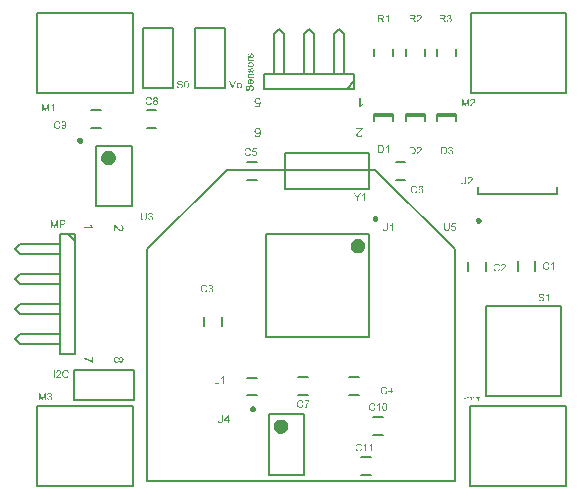
<source format=gto>
%FSTAX23Y23*%
%MOIN*%
%SFA1B1*%

%IPPOS*%
%ADD67C,0.009840*%
%ADD68C,0.023620*%
%ADD69C,0.007870*%
%LNpcb-1*%
%LPD*%
G36*
X0119Y0119D02*
X01191Y0119D01*
X01191Y0119*
X01192Y01189*
X01193Y01189*
X01193*
X01193Y01189*
X01193*
X01193Y01189*
X01193Y01189*
X01194Y01189*
X01195Y01189*
X01195Y01188*
X01196Y01188*
X01196Y01188*
X01196Y01187*
X01196Y01187*
X01197Y01187*
X01197Y01187*
X01197Y01187*
X01197Y01186*
X01198Y01186*
X01198Y01185*
X01199Y01184*
X01199Y01183*
Y01183*
X01199Y01183*
X01199Y01183*
X01199Y01183*
X012Y01182*
X012Y01182*
X012Y01182*
X012Y01181*
X012Y01181*
X012Y01181*
X012Y0118*
X012Y01178*
X012Y01177*
Y01177*
Y01177*
Y01177*
Y01177*
X012Y01176*
Y01176*
X012Y01175*
X012Y01175*
X012Y01174*
X012Y01173*
X012Y01172*
Y01172*
X012Y01172*
X012Y01172*
X012Y01172*
X01199Y01171*
X01199Y01171*
X01199Y0117*
X01199Y0117*
X01198Y01169*
X01198Y01168*
X01198Y01168*
X01198Y01168*
X01198Y01168*
X01197Y01168*
X01197Y01167*
X01197Y01167*
X01196Y01167*
X01196Y01166*
X01196Y01166*
X01195Y01166*
X01195Y01166*
X01195Y01166*
X01194Y01165*
X01194Y01165*
X01193Y01165*
X01193Y01165*
X01193*
X01192Y01165*
X01192Y01165*
X01192Y01165*
X01191Y01165*
X01191Y01165*
X0119Y01165*
X01189Y01165*
X01189Y01165*
X0118*
Y0119*
X01189*
X0119Y0119*
G37*
G36*
X01117Y00195D02*
X01117Y00195D01*
X01118Y00195*
X01118Y00195*
X01119Y00195*
X0112Y00195*
X01121Y00194*
X01121Y00194*
X01122Y00194*
X01122Y00194*
X01123Y00193*
X01123Y00193*
X01123Y00193*
X01123Y00193*
X01123Y00193*
X01123Y00193*
X01124Y00192*
X01124Y00192*
X01124Y00192*
X01124Y00191*
X01125Y00191*
X01125Y00191*
X01125Y0019*
X01126Y0019*
X01126Y00189*
X01126Y00188*
X01126Y00188*
X01123Y00187*
Y00187*
X01123Y00187*
X01123Y00187*
X01123Y00187*
X01123Y00188*
X01123Y00188*
X01122Y00189*
X01122Y00189*
X01122Y0019*
X01121Y0019*
X0112Y00191*
X0112Y00191*
X0112Y00191*
X0112Y00191*
X01119Y00192*
X01119Y00192*
X01118Y00192*
X01117Y00192*
X01116Y00192*
X01116*
X01116Y00192*
X01116*
X01115Y00192*
X01115Y00192*
X01114Y00192*
X01113Y00192*
X01112Y00191*
X01111Y00191*
X01111*
X01111Y00191*
X01111Y00191*
X01111Y0019*
X0111Y0019*
X0111Y00189*
X01109Y00189*
X01109Y00188*
X01109Y00187*
Y00187*
X01109Y00187*
X01109Y00187*
X01109Y00187*
X01109Y00187*
X01108Y00186*
X01108Y00186*
X01108Y00185*
X01108Y00184*
X01108Y00183*
X01108Y00182*
Y00182*
Y00182*
Y00182*
Y00182*
X01108Y00181*
Y00181*
X01108Y00181*
X01108Y0018*
X01108Y0018*
X01108Y00179*
X01109Y00178*
X01109Y00177*
Y00177*
X01109Y00177*
X01109Y00176*
X01109Y00176*
X01109Y00176*
X0111Y00175*
X0111Y00175*
X0111Y00174*
X01111Y00174*
X01112Y00173*
X01112*
X01112Y00173*
X01112Y00173*
X01112Y00173*
X01112Y00173*
X01113Y00173*
X01113Y00172*
X01114Y00172*
X01114Y00172*
X01115Y00172*
X01116Y00172*
X01116*
X01117Y00172*
X01117*
X01117Y00172*
X01118Y00172*
X01118Y00172*
X01119Y00173*
X0112Y00173*
X0112Y00173*
X01121Y00174*
X01121Y00174*
X01121Y00174*
X01121Y00174*
X01121Y00174*
X01121Y00174*
X01121Y00174*
X01122Y00174*
X01122Y00175*
X01122Y00175*
X01122Y00175*
X01123Y00176*
X01123Y00176*
X01123Y00177*
X01123Y00177*
X01123Y00178*
X01123Y00178*
X01127Y00177*
Y00177*
X01127Y00177*
X01127Y00177*
X01127Y00177*
X01126Y00176*
X01126Y00176*
X01126Y00176*
X01126Y00175*
X01125Y00174*
X01125Y00173*
X01124Y00173*
X01124Y00172*
X01124Y00172*
X01123Y00171*
X01123Y00171*
X01123Y00171*
X01123Y00171*
X01123Y00171*
X01122Y00171*
X01122Y00171*
X01122Y0017*
X01121Y0017*
X01121Y0017*
X0112Y0017*
X0112Y0017*
X01119Y00169*
X01118Y00169*
X01118Y00169*
X01117Y00169*
X01116Y00169*
X01116*
X01116Y00169*
X01115*
X01115Y00169*
X01114Y00169*
X01114Y00169*
X01113Y00169*
X01112Y0017*
X01111Y0017*
X0111Y0017*
X0111Y00171*
X0111Y00171*
X0111Y00171*
X01109Y00171*
X01109Y00171*
X01109Y00171*
X01109Y00171*
X01109Y00172*
X01108Y00172*
X01108Y00172*
X01108Y00173*
X01107Y00173*
X01106Y00174*
X01106Y00176*
Y00176*
X01106Y00176*
X01106Y00176*
X01106Y00176*
X01106Y00176*
X01105Y00177*
X01105Y00177*
X01105Y00178*
X01105Y00178*
X01105Y00179*
X01105Y0018*
X01105Y00181*
X01105Y00182*
Y00182*
Y00182*
Y00183*
X01105Y00183*
Y00183*
X01105Y00184*
X01105Y00184*
X01105Y00185*
X01105Y00186*
X01105Y00187*
X01105Y00188*
X01106Y00189*
X01106Y00189*
X01106Y00189*
X01106Y00189*
X01106Y0019*
X01106Y0019*
X01107Y0019*
X01107Y00191*
X01108Y00192*
X01108Y00192*
X01109Y00193*
X0111Y00194*
X0111Y00194*
X0111Y00194*
X01111Y00194*
X01111Y00194*
X01111Y00194*
X01111Y00194*
X01112Y00194*
X01112Y00194*
X01113Y00195*
X01113Y00195*
X01114Y00195*
X01115Y00195*
X01116Y00195*
X01117*
X01117Y00195*
G37*
G36*
X01215Y01165D02*
X01212D01*
Y01184*
X01212Y01184*
X01212Y01184*
X01212Y01184*
X01211Y01184*
X01211Y01183*
X0121Y01183*
X0121Y01182*
X01209Y01182*
X01209*
X01209Y01182*
X01209Y01182*
X01209Y01182*
X01208Y01181*
X01208Y01181*
X01207Y01181*
X01207Y01181*
X01206Y0118*
Y01183*
X01206*
X01206Y01184*
X01206Y01184*
X01206Y01184*
X01207Y01184*
X01207Y01184*
X01208Y01184*
X01208Y01185*
X01209Y01185*
X0121Y01186*
X01211Y01186*
X01211Y01186*
X01211Y01186*
X01211Y01187*
X01211Y01187*
X01211Y01187*
X01212Y01188*
X01212Y01188*
X01213Y01189*
X01213Y01189*
X01213Y0119*
X01215*
Y01165*
G37*
G36*
X01295Y01185D02*
X01296Y01185D01*
X01296Y01185*
X01297Y01184*
X01298Y01184*
X01298*
X01298Y01184*
X01298*
X01298Y01184*
X01298Y01184*
X01299Y01184*
X013Y01184*
X013Y01183*
X01301Y01183*
X01301Y01183*
X01301Y01182*
X01301Y01182*
X01302Y01182*
X01302Y01182*
X01302Y01182*
X01302Y01181*
X01303Y01181*
X01303Y0118*
X01304Y01179*
X01304Y01178*
Y01178*
X01304Y01178*
X01304Y01178*
X01304Y01178*
X01305Y01177*
X01305Y01177*
X01305Y01177*
X01305Y01176*
X01305Y01176*
X01305Y01176*
X01305Y01175*
X01305Y01173*
X01305Y01172*
Y01172*
Y01172*
Y01172*
Y01172*
X01305Y01171*
Y01171*
X01305Y0117*
X01305Y0117*
X01305Y01169*
X01305Y01168*
X01305Y01167*
Y01167*
X01305Y01167*
X01305Y01167*
X01305Y01167*
X01304Y01166*
X01304Y01166*
X01304Y01165*
X01304Y01165*
X01303Y01164*
X01303Y01163*
X01303Y01163*
X01303Y01163*
X01303Y01163*
X01302Y01163*
X01302Y01162*
X01302Y01162*
X01301Y01162*
X01301Y01161*
X01301Y01161*
X013Y01161*
X013Y01161*
X013Y01161*
X01299Y0116*
X01299Y0116*
X01298Y0116*
X01298Y0116*
X01298*
X01297Y0116*
X01297Y0116*
X01297Y0116*
X01296Y0116*
X01296Y0116*
X01295Y0116*
X01294Y0116*
X01294Y0116*
X01285*
Y01185*
X01294*
X01295Y01185*
G37*
G36*
X015Y00349D02*
X015Y00349D01*
X015Y00349*
X015Y00349*
X01501Y00349*
X01501Y00349*
X01501Y00349*
X01501Y00348*
X01501Y00348*
X01502Y00348*
X01502Y00348*
X01502Y00348*
X01502Y00348*
X01502Y00348*
X01502Y00348*
X01503Y00347*
X01503Y00347*
X01503Y00347*
X01503Y00347*
X01503Y00347*
X01503Y00347*
X01503Y00346*
X01503Y00346*
X01503Y00346*
X01503Y00346*
X01503Y00345*
X01504Y00345*
X01504Y00344*
X01504Y00344*
Y00344*
Y00344*
Y00344*
X01504Y00344*
X01497*
Y00344*
Y00344*
X01497Y00344*
Y00343*
X01497Y00343*
X01497Y00343*
X01497Y00343*
X01497Y00342*
X01497Y00342*
X01497Y00342*
X01498Y00341*
X01498*
X01498Y00341*
X01498Y00341*
X01498Y00341*
X01498Y00341*
X01498Y00341*
X01499Y00341*
X01499Y00341*
X01499Y00341*
X015Y00341*
X015*
X015Y00341*
X015Y00341*
X015Y00341*
X01501Y00341*
X01501Y00341*
X01501Y00341*
X01501Y00341*
X01501Y00341*
X01501Y00341*
X01501Y00341*
X01501Y00342*
X01502Y00342*
X01502Y00342*
X01502Y00342*
X01504Y00342*
Y00342*
X01504Y00342*
X01504Y00342*
X01503Y00342*
X01503Y00342*
X01503Y00342*
X01503Y00341*
X01503Y00341*
X01503Y00341*
X01502Y0034*
X01502Y0034*
X01502*
X01502Y0034*
X01502Y0034*
X01502Y0034*
X01502Y0034*
X01502Y0034*
X01502Y0034*
X01501Y0034*
X01501Y0034*
X01501Y0034*
X01501Y00339*
X015Y00339*
X015Y00339*
X01499*
X01499Y00339*
X01499Y00339*
X01499Y00339*
X01499Y00339*
X01498Y00339*
X01498Y0034*
X01498Y0034*
X01497Y0034*
X01497Y0034*
X01497Y0034*
X01497Y0034*
X01496Y00341*
X01496Y00341*
X01496Y00341*
X01496Y00341*
X01496Y00341*
X01496Y00341*
X01496Y00341*
X01496Y00341*
X01496Y00341*
X01496Y00342*
X01496Y00342*
X01495Y00342*
X01495Y00343*
X01495Y00343*
X01495Y00343*
X01495Y00344*
X01495Y00344*
Y00344*
Y00344*
Y00344*
X01495Y00344*
X01495Y00345*
X01495Y00345*
X01495Y00345*
X01495Y00345*
X01495Y00346*
X01496Y00346*
X01496Y00346*
X01496Y00347*
X01496Y00347*
X01496Y00347*
X01496Y00348*
X01496Y00348*
X01496Y00348*
X01496Y00348*
X01497Y00348*
X01497Y00348*
X01497Y00348*
X01497Y00348*
X01497Y00348*
X01497Y00348*
X01498Y00348*
X01498Y00349*
X01498Y00349*
X01498Y00349*
X01499Y00349*
X01499Y00349*
X01499Y00349*
X015*
X015Y00349*
G37*
G36*
X01161Y0017D02*
X01158D01*
Y00189*
X01158Y00189*
X01158Y00189*
X01157Y00189*
X01157Y00189*
X01157Y00188*
X01156Y00188*
X01155Y00187*
X01155Y00187*
X01155*
X01155Y00187*
X01155Y00187*
X01154Y00187*
X01154Y00186*
X01153Y00186*
X01153Y00186*
X01152Y00186*
X01152Y00185*
Y00188*
X01152*
X01152Y00189*
X01152Y00189*
X01152Y00189*
X01152Y00189*
X01152Y00189*
X01153Y00189*
X01154Y0019*
X01155Y0019*
X01155Y00191*
X01156Y00191*
X01156Y00191*
X01156Y00191*
X01156Y00192*
X01156Y00192*
X01157Y00192*
X01157Y00193*
X01158Y00193*
X01158Y00194*
X01158Y00194*
X01159Y00195*
X01161*
Y0017*
G37*
G36*
X01186Y00305D02*
X01183D01*
Y00324*
X01183Y00324*
X01183Y00324*
X01183Y00324*
X01182Y00324*
X01182Y00323*
X01181Y00323*
X01181Y00322*
X0118Y00322*
X0118*
X0118Y00322*
X0118Y00322*
X0118Y00322*
X01179Y00321*
X01179Y00321*
X01178Y00321*
X01178Y00321*
X01177Y0032*
Y00323*
X01177*
X01177Y00324*
X01177Y00324*
X01177Y00324*
X01178Y00324*
X01178Y00324*
X01179Y00324*
X01179Y00325*
X0118Y00325*
X01181Y00326*
X01182Y00326*
X01182Y00326*
X01182Y00326*
X01182Y00327*
X01182Y00327*
X01182Y00327*
X01183Y00328*
X01183Y00328*
X01184Y00329*
X01184Y00329*
X01184Y0033*
X01186*
Y00305*
G37*
G36*
X01203Y0033D02*
X01204Y0033D01*
X01204Y0033*
X01205Y00329*
X01205Y00329*
X01206Y00329*
X01206*
X01206Y00329*
X01206Y00329*
X01207Y00329*
X01207Y00328*
X01207Y00328*
X01208Y00328*
X01208Y00327*
X01209Y00327*
X01209Y00327*
X01209Y00326*
X01209Y00326*
X01209Y00326*
X01209Y00325*
X0121Y00324*
X0121Y00324*
X0121Y00323*
Y00323*
X0121Y00323*
X0121Y00323*
X0121Y00322*
X0121Y00322*
X0121Y00322*
X0121Y00322*
X0121Y00321*
X0121Y00321*
X0121Y0032*
X01211Y0032*
X01211Y00319*
X01211Y00319*
Y00318*
X01211Y00318*
Y00317*
Y00317*
Y00317*
Y00316*
Y00316*
X01211Y00316*
Y00315*
X01211Y00315*
X01211Y00314*
X0121Y00313*
X0121Y00312*
X0121Y00311*
X0121Y0031*
X0121Y0031*
Y0031*
X0121Y0031*
X0121Y00309*
X0121Y00309*
X01209Y00309*
X01209Y00309*
X01209Y00308*
X01209Y00308*
X01208Y00307*
X01208Y00306*
X01207Y00306*
X01207*
X01207Y00305*
X01207Y00305*
X01207Y00305*
X01206Y00305*
X01206Y00305*
X01206Y00305*
X01205Y00305*
X01204Y00304*
X01203Y00304*
X01202Y00304*
X01202*
X01202Y00304*
X01202Y00304*
X01201Y00304*
X01201Y00304*
X012Y00304*
X012Y00305*
X01199Y00305*
X01199Y00305*
X01198Y00305*
X01198Y00305*
X01198Y00306*
X01197Y00306*
X01197Y00307*
X01197Y00307*
X01197Y00307*
X01196Y00307*
X01196Y00307*
X01196Y00308*
X01196Y00308*
X01196Y00309*
X01195Y00309*
X01195Y0031*
X01195Y00311*
X01195Y00311*
X01195Y00312*
X01194Y00313*
X01194Y00314*
X01194Y00316*
X01194Y00317*
Y00317*
Y00317*
Y00317*
Y00318*
X01194Y00318*
Y00318*
X01194Y00319*
X01194Y0032*
X01194Y00321*
X01195Y00322*
X01195Y00323*
X01195Y00324*
X01195Y00324*
Y00324*
X01195Y00324*
X01195Y00324*
X01195Y00325*
X01195Y00325*
X01196Y00325*
X01196Y00326*
X01196Y00326*
X01197Y00327*
X01197Y00328*
X01198Y00328*
X01198*
X01198Y00328*
X01198Y00328*
X01198Y00329*
X01198Y00329*
X01199Y00329*
X01199Y00329*
X012Y00329*
X01201Y0033*
X01201Y0033*
X01202Y0033*
X01203*
X01203Y0033*
G37*
G36*
X01488Y00349D02*
X01489D01*
Y00347*
X01488*
Y00342*
Y00342*
Y00342*
Y00342*
X01488Y00342*
X01488Y00341*
X01488Y00341*
X01488Y00341*
X01488Y00341*
X01488Y00341*
X01488Y00341*
X01488Y00341*
X01488Y00341*
X01488Y00341*
X01488Y00341*
X01489Y00341*
X01489*
X01489Y00341*
X01489*
X01489Y00341*
X01489Y00341*
X01489Y0034*
X01489*
X01489Y00339*
X01489Y00339*
X01489Y00339*
X01489Y00339*
X01489Y00339*
X01488Y00339*
X01488*
X01488Y00339*
X01488Y00339*
X01488Y00339*
X01487Y00339*
X01487Y0034*
X01487Y0034*
X01487Y0034*
X01487Y0034*
X01487Y0034*
X01487Y0034*
X01487Y0034*
X01487Y0034*
X01486Y0034*
X01486Y0034*
Y0034*
X01486Y0034*
X01486Y00341*
X01486Y00341*
X01486Y00341*
X01486Y00341*
Y00341*
X01486Y00341*
X01486Y00342*
Y00342*
Y00342*
Y00347*
X01485*
Y00349*
X01486*
Y00351*
X01488Y00352*
Y00349*
G37*
G36*
X01141Y0017D02*
X01138D01*
Y00189*
X01138Y00189*
X01138Y00189*
X01138Y00189*
X01137Y00189*
X01137Y00188*
X01136Y00188*
X01136Y00187*
X01135Y00187*
X01135*
X01135Y00187*
X01135Y00187*
X01135Y00187*
X01134Y00186*
X01134Y00186*
X01133Y00186*
X01133Y00186*
X01132Y00185*
Y00188*
X01132*
X01132Y00189*
X01132Y00189*
X01132Y00189*
X01133Y00189*
X01133Y00189*
X01134Y00189*
X01134Y0019*
X01135Y0019*
X01136Y00191*
X01137Y00191*
X01137Y00191*
X01137Y00191*
X01137Y00192*
X01137Y00192*
X01137Y00192*
X01138Y00193*
X01138Y00193*
X01139Y00194*
X01139Y00194*
X01139Y00195*
X01141*
Y0017*
G37*
G36*
X01162Y0033D02*
X01162Y0033D01*
X01163Y0033*
X01163Y0033*
X01164Y0033*
X01165Y0033*
X01166Y00329*
X01166Y00329*
X01167Y00329*
X01167Y00329*
X01168Y00328*
X01168Y00328*
X01168Y00328*
X01168Y00328*
X01168Y00328*
X01168Y00328*
X01169Y00327*
X01169Y00327*
X01169Y00327*
X01169Y00326*
X0117Y00326*
X0117Y00326*
X0117Y00325*
X01171Y00325*
X01171Y00324*
X01171Y00323*
X01171Y00323*
X01168Y00322*
Y00322*
X01168Y00322*
X01168Y00322*
X01168Y00322*
X01168Y00323*
X01168Y00323*
X01167Y00324*
X01167Y00324*
X01167Y00325*
X01166Y00325*
X01165Y00326*
X01165Y00326*
X01165Y00326*
X01165Y00326*
X01164Y00327*
X01164Y00327*
X01163Y00327*
X01162Y00327*
X01161Y00327*
X01161*
X01161Y00327*
X01161*
X0116Y00327*
X0116Y00327*
X01159Y00327*
X01158Y00327*
X01157Y00326*
X01156Y00326*
X01156*
X01156Y00326*
X01156Y00326*
X01156Y00325*
X01155Y00325*
X01155Y00324*
X01154Y00324*
X01154Y00323*
X01154Y00322*
Y00322*
X01154Y00322*
X01154Y00322*
X01154Y00322*
X01154Y00322*
X01153Y00321*
X01153Y00321*
X01153Y0032*
X01153Y00319*
X01153Y00318*
X01153Y00317*
Y00317*
Y00317*
Y00317*
Y00317*
X01153Y00316*
Y00316*
X01153Y00316*
X01153Y00315*
X01153Y00315*
X01153Y00314*
X01154Y00313*
X01154Y00312*
Y00312*
X01154Y00312*
X01154Y00311*
X01154Y00311*
X01154Y00311*
X01155Y0031*
X01155Y0031*
X01155Y00309*
X01156Y00309*
X01157Y00308*
X01157*
X01157Y00308*
X01157Y00308*
X01157Y00308*
X01157Y00308*
X01158Y00308*
X01158Y00307*
X01159Y00307*
X01159Y00307*
X0116Y00307*
X01161Y00307*
X01161*
X01162Y00307*
X01162*
X01162Y00307*
X01163Y00307*
X01163Y00307*
X01164Y00308*
X01165Y00308*
X01165Y00308*
X01166Y00309*
X01166Y00309*
X01166Y00309*
X01166Y00309*
X01166Y00309*
X01166Y00309*
X01166Y00309*
X01167Y00309*
X01167Y0031*
X01167Y0031*
X01167Y0031*
X01168Y00311*
X01168Y00311*
X01168Y00312*
X01168Y00312*
X01168Y00313*
X01168Y00313*
X01172Y00312*
Y00312*
X01172Y00312*
X01172Y00312*
X01172Y00312*
X01171Y00311*
X01171Y00311*
X01171Y00311*
X01171Y0031*
X0117Y00309*
X0117Y00308*
X01169Y00308*
X01169Y00307*
X01169Y00307*
X01168Y00306*
X01168Y00306*
X01168Y00306*
X01168Y00306*
X01168Y00306*
X01167Y00306*
X01167Y00306*
X01167Y00305*
X01166Y00305*
X01166Y00305*
X01165Y00305*
X01165Y00305*
X01164Y00304*
X01163Y00304*
X01163Y00304*
X01162Y00304*
X01161Y00304*
X01161*
X01161Y00304*
X0116*
X0116Y00304*
X01159Y00304*
X01159Y00304*
X01158Y00304*
X01157Y00305*
X01156Y00305*
X01155Y00305*
X01155Y00306*
X01155Y00306*
X01155Y00306*
X01154Y00306*
X01154Y00306*
X01154Y00306*
X01154Y00306*
X01154Y00307*
X01153Y00307*
X01153Y00307*
X01153Y00308*
X01152Y00308*
X01151Y00309*
X01151Y00311*
Y00311*
X01151Y00311*
X01151Y00311*
X01151Y00311*
X01151Y00311*
X0115Y00312*
X0115Y00312*
X0115Y00313*
X0115Y00313*
X0115Y00314*
X0115Y00315*
X0115Y00316*
X0115Y00317*
Y00317*
Y00317*
Y00318*
X0115Y00318*
Y00318*
X0115Y00319*
X0115Y00319*
X0115Y0032*
X0115Y00321*
X0115Y00322*
X0115Y00323*
X01151Y00324*
X01151Y00324*
X01151Y00324*
X01151Y00324*
X01151Y00325*
X01151Y00325*
X01152Y00325*
X01152Y00326*
X01153Y00327*
X01153Y00327*
X01154Y00328*
X01155Y00329*
X01155Y00329*
X01155Y00329*
X01156Y00329*
X01156Y00329*
X01156Y00329*
X01156Y00329*
X01157Y00329*
X01157Y00329*
X01158Y0033*
X01158Y0033*
X01159Y0033*
X0116Y0033*
X01161Y0033*
X01162*
X01162Y0033*
G37*
G36*
X01318Y01185D02*
X01318Y01185D01*
X01318Y01185*
X01319Y01185*
X01319Y01185*
X0132Y01184*
X01321Y01184*
X01321Y01184*
X01322Y01183*
X01322Y01183*
X01323Y01183*
X01323Y01183*
X01323Y01183*
X01323Y01183*
X01323Y01182*
X01323Y01182*
X01323Y01182*
X01324Y01182*
X01324Y01181*
X01324Y01181*
X01325Y0118*
X01325Y01179*
X01325Y01179*
X01325Y01178*
X01325Y01178*
Y01178*
Y01178*
X01325Y01177*
X01325Y01177*
X01325Y01176*
X01325Y01176*
X01324Y01175*
X01324Y01175*
X01324Y01175*
X01324Y01175*
X01324Y01174*
X01324Y01174*
X01323Y01173*
X01323Y01173*
X01323Y01172*
X01322Y01172*
X01322Y01172*
X01322Y01171*
X01322Y01171*
X01322Y01171*
X01321Y01171*
X01321Y01171*
X01321Y0117*
X0132Y0117*
X0132Y0117*
X0132Y01169*
X01319Y01169*
X01319Y01168*
X01318Y01168*
X01317Y01167*
X01317Y01167*
X01317Y01167*
X01317Y01167*
X01317Y01167*
X01317Y01167*
X01317Y01167*
X01316Y01166*
X01315Y01166*
X01315Y01165*
X01314Y01164*
X01314Y01164*
X01314Y01164*
X01314Y01164*
X01314Y01164*
X01314Y01164*
X01313Y01164*
X01313Y01163*
X01313Y01163*
X01312Y01162*
X01325*
Y0116*
X01308*
Y0116*
Y0116*
Y0116*
X01308Y0116*
X01308Y01161*
X01308Y01161*
X01308Y01161*
X01309Y01162*
Y01162*
X01309Y01162*
X01309Y01162*
X01309Y01162*
X01309Y01163*
X01309Y01163*
X0131Y01164*
X0131Y01164*
X01311Y01165*
Y01165*
X01311Y01165*
X01311Y01165*
X01311Y01166*
X01312Y01166*
X01312Y01167*
X01313Y01167*
X01314Y01168*
X01315Y01169*
X01315Y01169*
X01315Y01169*
X01315Y01169*
X01315Y01169*
X01316Y0117*
X01316Y0117*
X01316Y0117*
X01317Y01171*
X01318Y01172*
X01319Y01172*
X01319Y01173*
X0132Y01173*
X0132Y01174*
X0132Y01174*
Y01174*
X0132Y01174*
X0132Y01174*
X0132Y01174*
X01321Y01175*
X01321Y01175*
X01321Y01176*
X01321Y01177*
X01322Y01177*
X01322Y01178*
Y01178*
Y01178*
X01322Y01178*
X01322Y01179*
X01322Y01179*
X01321Y01179*
X01321Y0118*
X01321Y0118*
X0132Y01181*
X0132Y01181*
X0132Y01181*
X0132Y01181*
X01319Y01182*
X01319Y01182*
X01318Y01182*
X01318Y01182*
X01317Y01182*
X01317*
X01317Y01182*
X01316Y01182*
X01316Y01182*
X01315Y01182*
X01314Y01182*
X01314Y01181*
X01313Y01181*
X01313Y01181*
X01313Y01181*
X01313Y0118*
X01313Y0118*
X01312Y01179*
X01312Y01179*
X01312Y01178*
X01312Y01177*
X01309Y01178*
Y01178*
X01309Y01178*
Y01178*
X01309Y01178*
X01309Y01178*
X01309Y01179*
X01309Y01179*
X01309Y0118*
X0131Y0118*
X0131Y01181*
X0131Y01182*
X01311Y01182*
X01311Y01183*
X01311Y01183*
X01311Y01183*
X01311Y01183*
X01311Y01183*
X01312Y01183*
X01312Y01183*
X01312Y01183*
X01312Y01184*
X01313Y01184*
X01313Y01184*
X01314Y01184*
X01314Y01184*
X01315Y01185*
X01315Y01185*
X01316Y01185*
X01316Y01185*
X01317Y01185*
X01317*
X01318Y01185*
G37*
G36*
X00665Y00419D02*
X00665Y00394D01*
X00662Y00394*
X00662Y00414*
X00662Y00414*
X00662Y00414*
X00661Y00413*
X00661Y00413*
X00661Y00413*
X0066Y00413*
X00659Y00412*
X00659Y00412*
X00659*
X00659Y00412*
X00658Y00412*
X00658Y00411*
X00658Y00411*
X00657Y00411*
X00657Y00411*
X00656Y0041*
X00656Y0041*
X00656Y00413*
X00656*
X00656Y00413*
X00656Y00413*
X00656Y00413*
X00656Y00414*
X00656Y00414*
X00657Y00414*
X00658Y00414*
X00659Y00415*
X00659Y00416*
X0066Y00416*
X0066Y00416*
X0066Y00416*
X0066Y00416*
X0066Y00416*
X00661Y00417*
X00661Y00417*
X00662Y00418*
X00662Y00418*
X00663Y00419*
X00663Y00419*
X00665Y00419*
G37*
G36*
X0014Y0044D02*
X0014Y0044D01*
X00141Y0044*
X00141Y0044*
X00141Y0044*
X00142Y0044*
X00144Y00439*
X00144Y00439*
X00145Y00439*
X00145Y00439*
X00146Y00438*
X00146Y00438*
X00146Y00438*
X00146Y00438*
X00146Y00438*
X00146Y00438*
X00146Y00437*
X00147Y00437*
X00147Y00437*
X00147Y00436*
X00148Y00436*
X00148Y00436*
X00148Y00435*
X00148Y00435*
X00149Y00434*
X00149Y00433*
X00149Y00433*
X00146Y00432*
Y00432*
X00146Y00432*
X00146Y00432*
X00146Y00432*
X00146Y00433*
X00146Y00433*
X00145Y00434*
X00145Y00434*
X00144Y00435*
X00144Y00435*
X00143Y00436*
X00143Y00436*
X00143Y00436*
X00143Y00436*
X00142Y00437*
X00142Y00437*
X00141Y00437*
X0014Y00437*
X00139Y00437*
X00139*
X00139Y00437*
X00138*
X00138Y00437*
X00137Y00437*
X00137Y00437*
X00136Y00437*
X00135Y00436*
X00134Y00436*
X00134*
X00134Y00436*
X00134Y00436*
X00134Y00435*
X00133Y00435*
X00133Y00434*
X00132Y00434*
X00132Y00433*
X00132Y00432*
Y00432*
X00132Y00432*
X00131Y00432*
X00131Y00432*
X00131Y00432*
X00131Y00431*
X00131Y00431*
X00131Y0043*
X00131Y00429*
X00131Y00428*
X00131Y00427*
Y00427*
Y00427*
Y00427*
Y00427*
X00131Y00426*
Y00426*
X00131Y00426*
X00131Y00425*
X00131Y00425*
X00131Y00424*
X00131Y00423*
X00132Y00422*
Y00422*
X00132Y00422*
X00132Y00421*
X00132Y00421*
X00132Y00421*
X00132Y0042*
X00133Y0042*
X00133Y00419*
X00134Y00419*
X00135Y00418*
X00135*
X00135Y00418*
X00135Y00418*
X00135Y00418*
X00135Y00418*
X00135Y00418*
X00136Y00417*
X00137Y00417*
X00137Y00417*
X00138Y00417*
X00139Y00417*
X00139*
X00139Y00417*
X0014*
X0014Y00417*
X00141Y00417*
X00141Y00417*
X00142Y00418*
X00143Y00418*
X00143Y00418*
X00144Y00419*
X00144Y00419*
X00144Y00419*
X00144Y00419*
X00144Y00419*
X00144Y00419*
X00144Y00419*
X00144Y00419*
X00145Y0042*
X00145Y0042*
X00145Y0042*
X00145Y00421*
X00146Y00421*
X00146Y00422*
X00146Y00422*
X00146Y00423*
X00146Y00423*
X0015Y00422*
Y00422*
X0015Y00422*
X0015Y00422*
X00149Y00422*
X00149Y00421*
X00149Y00421*
X00149Y00421*
X00149Y0042*
X00148Y00419*
X00148Y00418*
X00147Y00418*
X00147Y00417*
X00146Y00417*
X00146Y00416*
X00146Y00416*
X00146Y00416*
X00146Y00416*
X00145Y00416*
X00145Y00416*
X00145Y00416*
X00144Y00415*
X00144Y00415*
X00144Y00415*
X00143Y00415*
X00142Y00415*
X00142Y00414*
X00141Y00414*
X00141Y00414*
X0014Y00414*
X00139Y00414*
X00139*
X00138Y00414*
X00138*
X00138Y00414*
X00137Y00414*
X00137Y00414*
X00136Y00414*
X00135Y00415*
X00134Y00415*
X00133Y00415*
X00133Y00416*
X00133Y00416*
X00132Y00416*
X00132Y00416*
X00132Y00416*
X00132Y00416*
X00132Y00416*
X00131Y00417*
X00131Y00417*
X00131Y00417*
X0013Y00418*
X0013Y00418*
X00129Y00419*
X00129Y00421*
Y00421*
X00129Y00421*
X00129Y00421*
X00128Y00421*
X00128Y00421*
X00128Y00422*
X00128Y00422*
X00128Y00423*
X00128Y00423*
X00128Y00424*
X00128Y00425*
X00127Y00426*
X00127Y00427*
Y00427*
Y00427*
Y00428*
X00127Y00428*
Y00428*
X00127Y00429*
X00127Y00429*
X00128Y0043*
X00128Y00431*
X00128Y00432*
X00128Y00433*
X00129Y00434*
X00129Y00434*
X00129Y00434*
X00129Y00434*
X00129Y00435*
X00129Y00435*
X00129Y00435*
X0013Y00436*
X00131Y00437*
X00131Y00437*
X00132Y00438*
X00133Y00439*
X00133Y00439*
X00133Y00439*
X00133Y00439*
X00134Y00439*
X00134Y00439*
X00134Y00439*
X00135Y00439*
X00135Y00439*
X00135Y0044*
X00136Y0044*
X00137Y0044*
X00138Y0044*
X00139Y0044*
X0014*
X0014Y0044*
G37*
G36*
X00638Y0042D02*
X00638Y00397D01*
X0065Y00397*
X0065Y00394*
X00635Y00395*
X00635Y0042*
X00638Y0042*
G37*
G36*
X00084Y01303D02*
X0008D01*
Y01324*
X00073Y01303*
X0007*
X00063Y01324*
Y01303*
X0006*
Y01328*
X00064*
X0007Y0131*
Y0131*
X0007Y0131*
X00071Y0131*
X00071Y0131*
X00071Y01309*
X00071Y01309*
X00071Y01308*
X00071Y01307*
X00072Y01307*
X00072Y01306*
X00072Y01306*
X00072Y01307*
X00072Y01307*
X00072Y01307*
X00072Y01308*
X00072Y01309*
X00073Y01309*
X00073Y0131*
X00079Y01328*
X00084*
Y01303*
G37*
G36*
X00099D02*
X00096D01*
Y01322*
X00096Y01322*
X00096Y01322*
X00096Y01322*
X00095Y01322*
X00095Y01321*
X00095Y01321*
X00094Y01321*
X00093Y0132*
X00093*
X00093Y0132*
X00093Y0132*
X00093Y0132*
X00092Y0132*
X00092Y01319*
X00091Y01319*
X00091Y01319*
X0009Y01319*
Y01322*
X0009*
X0009Y01322*
X0009Y01322*
X0009Y01322*
X00091Y01322*
X00091Y01322*
X00092Y01322*
X00092Y01323*
X00093Y01323*
X00094Y01324*
X00095Y01325*
X00095Y01325*
X00095Y01325*
X00095Y01325*
X00095Y01325*
X00095Y01325*
X00096Y01326*
X00096Y01326*
X00097Y01327*
X00097Y01327*
X00097Y01328*
X00099*
Y01303*
G37*
G36*
X00116Y0044D02*
X00117Y0044D01*
X00117Y0044*
X00117Y0044*
X00118Y0044*
X00119Y00439*
X0012Y00439*
X0012Y00439*
X00121Y00438*
X00121Y00438*
X00122Y00438*
X00122Y00438*
X00122Y00438*
X00122Y00438*
X00122Y00437*
X00122Y00437*
X00122Y00437*
X00122Y00437*
X00123Y00436*
X00123Y00436*
X00123Y00435*
X00124Y00434*
X00124Y00434*
X00124Y00433*
X00124Y00433*
Y00433*
Y00433*
X00124Y00432*
X00124Y00432*
X00124Y00431*
X00123Y00431*
X00123Y0043*
X00123Y0043*
X00123Y0043*
X00123Y0043*
X00123Y00429*
X00123Y00429*
X00122Y00428*
X00122Y00428*
X00121Y00427*
X00121Y00427*
X00121Y00427*
X00121Y00426*
X00121Y00426*
X0012Y00426*
X0012Y00426*
X0012Y00426*
X0012Y00425*
X00119Y00425*
X00119Y00425*
X00118Y00424*
X00118Y00424*
X00117Y00423*
X00117Y00423*
X00116Y00422*
X00116Y00422*
X00116Y00422*
X00116Y00422*
X00116Y00422*
X00116Y00422*
X00115Y00422*
X00115Y00421*
X00114Y00421*
X00114Y0042*
X00113Y00419*
X00113Y00419*
X00113Y00419*
X00113Y00419*
X00112Y00419*
X00112Y00419*
X00112Y00419*
X00112Y00418*
X00112Y00418*
X00111Y00417*
X00124*
Y00415*
X00107*
Y00415*
Y00415*
Y00415*
X00107Y00415*
X00107Y00416*
X00107Y00416*
X00107Y00416*
X00107Y00417*
Y00417*
X00107Y00417*
X00108Y00417*
X00108Y00417*
X00108Y00418*
X00108Y00418*
X00109Y00419*
X00109Y00419*
X00109Y0042*
Y0042*
X0011Y0042*
X0011Y0042*
X0011Y00421*
X0011Y00421*
X00111Y00422*
X00112Y00422*
X00113Y00423*
X00113Y00424*
X00114Y00424*
X00114Y00424*
X00114Y00424*
X00114Y00424*
X00114Y00425*
X00115Y00425*
X00115Y00425*
X00116Y00426*
X00117Y00427*
X00118Y00427*
X00118Y00428*
X00118Y00428*
X00119Y00429*
X00119Y00429*
Y00429*
X00119Y00429*
X00119Y00429*
X00119Y00429*
X0012Y0043*
X0012Y0043*
X0012Y00431*
X0012Y00432*
X0012Y00432*
X00121Y00433*
Y00433*
Y00433*
X00121Y00433*
X0012Y00434*
X0012Y00434*
X0012Y00434*
X0012Y00435*
X0012Y00435*
X00119Y00436*
X00119Y00436*
X00119Y00436*
X00119Y00436*
X00118Y00437*
X00118Y00437*
X00117Y00437*
X00117Y00437*
X00116Y00437*
X00116*
X00115Y00437*
X00115Y00437*
X00114Y00437*
X00114Y00437*
X00113Y00437*
X00113Y00436*
X00112Y00436*
X00112Y00436*
X00112Y00436*
X00112Y00435*
X00111Y00435*
X00111Y00434*
X00111Y00434*
X00111Y00433*
X00111Y00432*
X00108Y00433*
Y00433*
X00108Y00433*
Y00433*
X00108Y00433*
X00108Y00433*
X00108Y00434*
X00108Y00434*
X00108Y00435*
X00108Y00435*
X00109Y00436*
X00109Y00437*
X00109Y00437*
X0011Y00438*
X0011Y00438*
X0011Y00438*
X0011Y00438*
X0011Y00438*
X0011Y00438*
X00111Y00438*
X00111Y00438*
X00111Y00439*
X00112Y00439*
X00112Y00439*
X00112Y00439*
X00113Y00439*
X00113Y0044*
X00114Y0044*
X00115Y0044*
X00115Y0044*
X00116Y0044*
X00116*
X00116Y0044*
G37*
G36*
X014Y01185D02*
X01401Y01185D01*
X01401Y01185*
X01402Y01184*
X01403Y01184*
X01403*
X01403Y01184*
X01403*
X01403Y01184*
X01403Y01184*
X01404Y01184*
X01405Y01184*
X01405Y01183*
X01406Y01183*
X01406Y01183*
X01406Y01182*
X01406Y01182*
X01407Y01182*
X01407Y01182*
X01407Y01182*
X01407Y01181*
X01408Y01181*
X01408Y0118*
X01409Y01179*
X01409Y01178*
Y01178*
X01409Y01178*
X01409Y01178*
X01409Y01178*
X0141Y01177*
X0141Y01177*
X0141Y01177*
X0141Y01176*
X0141Y01176*
X0141Y01176*
X0141Y01175*
X0141Y01173*
X0141Y01172*
Y01172*
Y01172*
Y01172*
Y01172*
X0141Y01171*
Y01171*
X0141Y0117*
X0141Y0117*
X0141Y01169*
X0141Y01168*
X0141Y01167*
Y01167*
X0141Y01167*
X0141Y01167*
X0141Y01167*
X01409Y01166*
X01409Y01166*
X01409Y01165*
X01409Y01165*
X01408Y01164*
X01408Y01163*
X01408Y01163*
X01408Y01163*
X01408Y01163*
X01407Y01163*
X01407Y01162*
X01407Y01162*
X01406Y01162*
X01406Y01161*
X01406Y01161*
X01405Y01161*
X01405Y01161*
X01405Y01161*
X01404Y0116*
X01404Y0116*
X01403Y0116*
X01403Y0116*
X01403*
X01402Y0116*
X01402Y0116*
X01402Y0116*
X01401Y0116*
X01401Y0116*
X014Y0116*
X01399Y0116*
X01399Y0116*
X0139*
Y01185*
X01399*
X014Y01185*
G37*
G36*
X01129Y01248D02*
Y01247D01*
Y01247*
X01129Y01247*
X01129Y01246*
X01129Y01246*
X01129Y01245*
X01129Y01245*
Y01245*
X01129Y01245*
X01129Y01245*
X01129Y01244*
X01128Y01244*
X01128Y01243*
X01128Y01242*
X01127Y01241*
X01126Y01241*
Y01241*
X01126Y01241*
X01126Y0124*
X01126Y0124*
X01125Y01239*
X01124Y01239*
X01123Y01238*
X01122Y01237*
X01121Y01236*
X01121Y01236*
X01121Y01236*
X01121Y01235*
X0112Y01235*
X0112Y01235*
X0112Y01234*
X01119Y01234*
X01118Y01233*
X01117Y01232*
X01116Y01231*
X01116Y01231*
X01115Y0123*
X01115Y0123*
X01114Y01229*
Y01229*
X01114Y01229*
X01114Y01229*
X01114Y01229*
X01114Y01228*
X01113Y01228*
X01113Y01227*
X01113Y01226*
X01112Y01225*
X01112Y01224*
Y01224*
Y01224*
X01112Y01224*
X01112Y01223*
X01113Y01223*
X01113Y01222*
X01113Y01222*
X01113Y01221*
X01114Y0122*
X01114Y0122*
X01114Y0122*
X01115Y0122*
X01115Y0122*
X01116Y01219*
X01117Y01219*
X01117Y01219*
X01118Y01219*
X01119*
X01119Y01219*
X01119Y01219*
X0112Y01219*
X01121Y01219*
X01122Y0122*
X01122Y0122*
X01123Y0122*
X01123Y01221*
X01123Y01221*
X01124Y01221*
X01124Y01222*
X01124Y01222*
X01124Y01223*
X01125Y01224*
X01125Y01225*
X01129Y01225*
Y01225*
X01129Y01225*
Y01224*
X01129Y01224*
X01129Y01224*
X01128Y01223*
X01128Y01223*
X01128Y01222*
X01128Y01221*
X01127Y0122*
X01127Y01219*
X01127Y01219*
X01126Y01218*
X01126Y01218*
X01126Y01218*
X01125Y01218*
X01125Y01218*
X01125Y01218*
X01125Y01217*
X01125Y01217*
X01124Y01217*
X01124Y01217*
X01123Y01217*
X01123Y01216*
X01122Y01216*
X01121Y01216*
X01121Y01216*
X0112Y01216*
X01119Y01216*
X01118Y01216*
X01118*
X01118Y01216*
X01117Y01216*
X01117Y01216*
X01116Y01216*
X01116Y01216*
X01114Y01216*
X01113Y01217*
X01113Y01217*
X01112Y01217*
X01112Y01218*
X01111Y01218*
X01111Y01218*
X01111Y01218*
X01111Y01218*
X01111Y01219*
X0111Y01219*
X0111Y01219*
X0111Y01219*
X0111Y0122*
X01109Y01221*
X01109Y01222*
X01109Y01222*
X01108Y01223*
X01108Y01224*
X01108Y01224*
Y01225*
Y01225*
X01108Y01225*
X01108Y01226*
X01108Y01226*
X01109Y01227*
X01109Y01228*
X01109Y01228*
X01109Y01228*
X01109Y01229*
X01109Y01229*
X0111Y01229*
X0111Y0123*
X01111Y01231*
X01111Y01231*
X01112Y01232*
X01112Y01232*
X01112Y01233*
X01112Y01233*
X01113Y01233*
X01113Y01233*
X01113Y01234*
X01114Y01234*
X01114Y01234*
X01114Y01235*
X01115Y01235*
X01116Y01236*
X01116Y01236*
X01117Y01237*
X01118Y01238*
X01118Y01238*
X01118Y01238*
X01118Y01238*
X01118Y01238*
X01119Y01238*
X01119Y01239*
X0112Y01239*
X0112Y0124*
X01121Y01241*
X01122Y01241*
X01122Y01242*
X01122Y01242*
X01122Y01242*
X01123Y01242*
X01123Y01242*
X01123Y01242*
X01123Y01243*
X01123Y01243*
X01124Y01244*
X01108*
Y01248*
X01129*
Y01248*
G37*
G36*
X01122Y01323D02*
X01122Y01323D01*
X01122Y01323*
X01122Y01323*
X01123Y01323*
X01123Y01324*
X01124Y01324*
X01125Y01325*
X01125Y01325*
X01125*
X01125Y01325*
X01126Y01326*
X01126Y01326*
X01127Y01326*
X01127Y01326*
X01128Y01327*
X01129Y01327*
X0113Y01327*
Y01324*
X01129*
X01129Y01323*
X01129Y01323*
X01129Y01323*
X01129Y01323*
X01128Y01323*
X01128Y01323*
X01127Y01322*
X01126Y01321*
X01125Y01321*
X01124Y0132*
X01124Y0132*
X01124Y0132*
X01124Y0132*
X01123Y01319*
X01123Y01319*
X01122Y01318*
X01122Y01318*
X01121Y01317*
X01121Y01316*
X0112Y01316*
X01118*
Y01348*
X01122*
Y01323*
G37*
G36*
X00103Y00415D02*
X001D01*
Y0044*
X00103*
Y00415*
G37*
G36*
X01422Y01185D02*
X01423Y01185D01*
X01423Y01185*
X01424Y01184*
X01425Y01184*
X01425Y01184*
X01425*
X01425Y01184*
X01426Y01184*
X01426Y01184*
X01426Y01183*
X01427Y01183*
X01427Y01183*
X01428Y01182*
X01428Y01181*
X01428Y01181*
X01428Y01181*
X01428Y01181*
X01428Y01181*
X01429Y0118*
X01429Y01179*
X01429Y01179*
X01429Y01178*
Y01178*
Y01178*
X01429Y01178*
X01429Y01177*
X01429Y01177*
X01429Y01176*
X01428Y01176*
X01428Y01175*
X01428Y01175*
X01428Y01175*
X01428Y01175*
X01427Y01175*
X01427Y01174*
X01427Y01174*
X01426Y01173*
X01425Y01173*
X01425*
X01426Y01173*
X01426Y01173*
X01426Y01173*
X01426Y01173*
X01427Y01173*
X01427Y01172*
X01428Y01172*
X01428Y01172*
X01429Y01171*
X01429Y01171*
X01429Y01171*
X01429Y0117*
X0143Y0117*
X0143Y01169*
X0143Y01169*
X0143Y01168*
X0143Y01167*
Y01167*
Y01167*
Y01167*
X0143Y01166*
X0143Y01166*
X0143Y01166*
X0143Y01165*
X0143Y01165*
X0143Y01164*
X01429Y01164*
X01429Y01163*
X01429Y01163*
X01429Y01162*
X01428Y01162*
X01428Y01161*
X01428Y01161*
X01428Y01161*
X01427Y01161*
X01427Y01161*
X01427Y01161*
X01427Y01161*
X01426Y0116*
X01426Y0116*
X01426Y0116*
X01425Y0116*
X01425Y0116*
X01424Y01159*
X01424Y01159*
X01423Y01159*
X01422Y01159*
X01422Y01159*
X01421*
X01421Y01159*
X01421Y01159*
X0142Y01159*
X0142Y01159*
X0142Y01159*
X01419Y0116*
X01418Y0116*
X01417Y0116*
X01417Y0116*
X01417Y01161*
X01416Y01161*
X01416Y01161*
X01416Y01161*
X01416Y01161*
X01416Y01161*
X01416Y01162*
X01415Y01162*
X01415Y01162*
X01415Y01162*
X01415Y01163*
X01415Y01163*
X01414Y01164*
X01414Y01165*
X01414Y01166*
X01414Y01166*
X01417Y01167*
Y01167*
X01417Y01166*
X01417Y01166*
X01417Y01166*
X01417Y01166*
X01417Y01166*
X01417Y01165*
X01417Y01164*
X01418Y01164*
X01418Y01163*
X01419Y01163*
X01419Y01163*
X01419Y01163*
X01419Y01162*
X01419Y01162*
X0142Y01162*
X0142Y01162*
X01421Y01162*
X01422Y01162*
X01422*
X01422Y01162*
X01422Y01162*
X01423Y01162*
X01424Y01162*
X01424Y01162*
X01425Y01163*
X01425Y01163*
X01425Y01163*
X01426Y01163*
X01426Y01164*
X01426Y01164*
X01426Y01165*
X01427Y01165*
X01427Y01166*
X01427Y01167*
Y01167*
Y01167*
Y01167*
X01427Y01167*
X01427Y01168*
X01427Y01168*
X01427Y01169*
X01426Y01169*
X01426Y0117*
X01425Y0117*
X01425Y0117*
X01425Y01171*
X01425Y01171*
X01425Y01171*
X01424Y01171*
X01423Y01172*
X01423Y01172*
X01422Y01172*
X01422*
X01421Y01172*
X01421Y01172*
X01421Y01172*
X0142Y01172*
X0142Y01171*
X0142Y01174*
X0142*
X0142Y01174*
X01421*
X01421Y01174*
X01422Y01174*
X01422Y01174*
X01423Y01175*
X01424Y01175*
X01424Y01175*
X01424*
X01424Y01175*
X01424Y01175*
X01425Y01176*
X01425Y01176*
X01425Y01176*
X01426Y01177*
X01426Y01178*
X01426Y01178*
Y01178*
Y01178*
Y01178*
Y01179*
X01426Y01179*
X01426Y01179*
X01425Y0118*
X01425Y0118*
X01425Y01181*
X01425Y01181*
X01425Y01181*
X01424Y01181*
X01424Y01181*
X01424Y01182*
X01423Y01182*
X01423Y01182*
X01422Y01182*
X01422Y01182*
X01421*
X01421Y01182*
X01421Y01182*
X0142Y01182*
X0142Y01182*
X01419Y01181*
X01419Y01181*
X01419Y01181*
X01418Y01181*
X01418Y01181*
X01418Y0118*
X01418Y0118*
X01417Y01179*
X01417Y01179*
X01417Y01178*
X01414Y01178*
Y01178*
X01414Y01178*
X01414Y01179*
X01414Y01179*
X01414Y01179*
X01414Y01179*
X01415Y0118*
X01415Y01181*
X01415Y01182*
X01416Y01182*
X01417Y01183*
X01417Y01183*
X01417Y01183*
X01417Y01183*
X01417Y01183*
X01417Y01183*
X01417Y01184*
X01418Y01184*
X01418Y01184*
X01419Y01184*
X01419Y01185*
X0142Y01185*
X01421Y01185*
X01422*
X01422Y01185*
G37*
G36*
X00602Y00725D02*
X00602Y00725D01*
X00603Y00725*
X00603Y00725*
X00604Y00725*
X00605Y00725*
X00606Y00724*
X00606Y00724*
X00607Y00724*
X00607Y00724*
X00608Y00723*
X00608Y00723*
X00608Y00723*
X00608Y00723*
X00608Y00723*
X00608Y00723*
X00609Y00722*
X00609Y00722*
X00609Y00722*
X00609Y00721*
X0061Y00721*
X0061Y00721*
X0061Y0072*
X00611Y0072*
X00611Y00719*
X00611Y00718*
X00611Y00718*
X00608Y00717*
Y00717*
X00608Y00717*
X00608Y00717*
X00608Y00717*
X00608Y00718*
X00608Y00718*
X00607Y00719*
X00607Y00719*
X00607Y0072*
X00606Y0072*
X00605Y00721*
X00605Y00721*
X00605Y00721*
X00605Y00721*
X00604Y00722*
X00604Y00722*
X00603Y00722*
X00602Y00722*
X00601Y00722*
X00601*
X00601Y00722*
X00601*
X006Y00722*
X006Y00722*
X00599Y00722*
X00598Y00722*
X00597Y00721*
X00596Y00721*
X00596*
X00596Y00721*
X00596Y00721*
X00596Y0072*
X00595Y0072*
X00595Y00719*
X00594Y00719*
X00594Y00718*
X00594Y00717*
Y00717*
X00594Y00717*
X00594Y00717*
X00594Y00717*
X00594Y00717*
X00593Y00716*
X00593Y00716*
X00593Y00715*
X00593Y00714*
X00593Y00713*
X00593Y00712*
Y00712*
Y00712*
Y00712*
Y00712*
X00593Y00711*
Y00711*
X00593Y00711*
X00593Y0071*
X00593Y0071*
X00593Y00709*
X00594Y00708*
X00594Y00707*
Y00707*
X00594Y00707*
X00594Y00706*
X00594Y00706*
X00594Y00706*
X00595Y00705*
X00595Y00705*
X00595Y00704*
X00596Y00704*
X00597Y00703*
X00597*
X00597Y00703*
X00597Y00703*
X00597Y00703*
X00597Y00703*
X00598Y00703*
X00598Y00702*
X00599Y00702*
X00599Y00702*
X006Y00702*
X00601Y00702*
X00601*
X00602Y00702*
X00602*
X00602Y00702*
X00603Y00702*
X00603Y00702*
X00604Y00703*
X00605Y00703*
X00605Y00703*
X00606Y00704*
X00606Y00704*
X00606Y00704*
X00606Y00704*
X00606Y00704*
X00606Y00704*
X00606Y00704*
X00607Y00704*
X00607Y00705*
X00607Y00705*
X00607Y00705*
X00608Y00706*
X00608Y00706*
X00608Y00707*
X00608Y00707*
X00608Y00708*
X00608Y00708*
X00612Y00707*
Y00707*
X00612Y00707*
X00612Y00707*
X00612Y00707*
X00611Y00706*
X00611Y00706*
X00611Y00706*
X00611Y00705*
X0061Y00704*
X0061Y00703*
X00609Y00703*
X00609Y00702*
X00609Y00702*
X00608Y00701*
X00608Y00701*
X00608Y00701*
X00608Y00701*
X00608Y00701*
X00607Y00701*
X00607Y00701*
X00607Y007*
X00606Y007*
X00606Y007*
X00605Y007*
X00605Y007*
X00604Y00699*
X00603Y00699*
X00603Y00699*
X00602Y00699*
X00601Y00699*
X00601*
X00601Y00699*
X006*
X006Y00699*
X00599Y00699*
X00599Y00699*
X00598Y00699*
X00597Y007*
X00596Y007*
X00595Y007*
X00595Y00701*
X00595Y00701*
X00595Y00701*
X00594Y00701*
X00594Y00701*
X00594Y00701*
X00594Y00701*
X00594Y00702*
X00593Y00702*
X00593Y00702*
X00593Y00703*
X00592Y00703*
X00591Y00704*
X00591Y00706*
Y00706*
X00591Y00706*
X00591Y00706*
X00591Y00706*
X00591Y00706*
X0059Y00707*
X0059Y00707*
X0059Y00708*
X0059Y00708*
X0059Y00709*
X0059Y0071*
X0059Y00711*
X0059Y00712*
Y00712*
Y00712*
Y00713*
X0059Y00713*
Y00713*
X0059Y00714*
X0059Y00714*
X0059Y00715*
X0059Y00716*
X0059Y00717*
X0059Y00718*
X00591Y00719*
X00591Y00719*
X00591Y00719*
X00591Y00719*
X00591Y0072*
X00591Y0072*
X00592Y0072*
X00592Y00721*
X00593Y00722*
X00593Y00722*
X00594Y00723*
X00595Y00724*
X00595Y00724*
X00595Y00724*
X00596Y00724*
X00596Y00724*
X00596Y00724*
X00596Y00724*
X00597Y00724*
X00597Y00724*
X00598Y00725*
X00598Y00725*
X00599Y00725*
X006Y00725*
X00601Y00725*
X00602*
X00602Y00725*
G37*
G36*
X00623Y00725D02*
X00624Y00725D01*
X00624Y00725*
X00625Y00724*
X00626Y00724*
X00626Y00724*
X00626*
X00626Y00724*
X00627Y00724*
X00627Y00724*
X00627Y00723*
X00628Y00723*
X00628Y00723*
X00629Y00722*
X00629Y00721*
X00629Y00721*
X00629Y00721*
X00629Y00721*
X00629Y00721*
X0063Y0072*
X0063Y00719*
X0063Y00719*
X0063Y00718*
Y00718*
Y00718*
X0063Y00718*
X0063Y00717*
X0063Y00717*
X0063Y00716*
X00629Y00716*
X00629Y00715*
X00629Y00715*
X00629Y00715*
X00629Y00715*
X00628Y00715*
X00628Y00714*
X00628Y00714*
X00627Y00713*
X00626Y00713*
X00626*
X00627Y00713*
X00627Y00713*
X00627Y00713*
X00627Y00713*
X00628Y00713*
X00628Y00712*
X00629Y00712*
X00629Y00712*
X0063Y00711*
X0063Y00711*
X0063Y00711*
X0063Y0071*
X00631Y0071*
X00631Y00709*
X00631Y00709*
X00631Y00708*
X00631Y00707*
Y00707*
Y00707*
Y00707*
X00631Y00706*
X00631Y00706*
X00631Y00706*
X00631Y00705*
X00631Y00705*
X00631Y00704*
X0063Y00704*
X0063Y00703*
X0063Y00703*
X0063Y00702*
X00629Y00702*
X00629Y00701*
X00629Y00701*
X00629Y00701*
X00628Y00701*
X00628Y00701*
X00628Y00701*
X00628Y00701*
X00627Y007*
X00627Y007*
X00627Y007*
X00626Y007*
X00626Y007*
X00625Y00699*
X00625Y00699*
X00624Y00699*
X00623Y00699*
X00623Y00699*
X00622*
X00622Y00699*
X00622Y00699*
X00621Y00699*
X00621Y00699*
X00621Y00699*
X0062Y007*
X00619Y007*
X00618Y007*
X00618Y007*
X00618Y00701*
X00617Y00701*
X00617Y00701*
X00617Y00701*
X00617Y00701*
X00617Y00701*
X00617Y00702*
X00616Y00702*
X00616Y00702*
X00616Y00702*
X00616Y00703*
X00616Y00703*
X00615Y00704*
X00615Y00705*
X00615Y00706*
X00615Y00706*
X00618Y00707*
Y00707*
X00618Y00706*
X00618Y00706*
X00618Y00706*
X00618Y00706*
X00618Y00706*
X00618Y00705*
X00618Y00704*
X00619Y00704*
X00619Y00703*
X0062Y00703*
X0062Y00703*
X0062Y00703*
X0062Y00702*
X0062Y00702*
X00621Y00702*
X00621Y00702*
X00622Y00702*
X00623Y00702*
X00623*
X00623Y00702*
X00623Y00702*
X00624Y00702*
X00625Y00702*
X00625Y00702*
X00626Y00703*
X00626Y00703*
X00626Y00703*
X00627Y00703*
X00627Y00704*
X00627Y00704*
X00627Y00705*
X00628Y00705*
X00628Y00706*
X00628Y00707*
Y00707*
Y00707*
Y00707*
X00628Y00707*
X00628Y00708*
X00628Y00708*
X00628Y00709*
X00627Y00709*
X00627Y0071*
X00626Y0071*
X00626Y0071*
X00626Y00711*
X00626Y00711*
X00626Y00711*
X00625Y00711*
X00624Y00712*
X00624Y00712*
X00623Y00712*
X00623*
X00622Y00712*
X00622Y00712*
X00622Y00712*
X00621Y00712*
X00621Y00711*
X00621Y00714*
X00621*
X00621Y00714*
X00622*
X00622Y00714*
X00623Y00714*
X00623Y00714*
X00624Y00715*
X00625Y00715*
X00625Y00715*
X00625*
X00625Y00715*
X00625Y00715*
X00626Y00716*
X00626Y00716*
X00626Y00716*
X00626Y00717*
X00627Y00718*
X00627Y00718*
Y00718*
Y00718*
Y00718*
Y00719*
X00627Y00719*
X00627Y00719*
X00626Y0072*
X00626Y0072*
X00626Y00721*
X00626Y00721*
X00626Y00721*
X00625Y00721*
X00625Y00721*
X00625Y00722*
X00624Y00722*
X00624Y00722*
X00623Y00722*
X00623Y00722*
X00622*
X00622Y00722*
X00622Y00722*
X00621Y00722*
X00621Y00722*
X0062Y00721*
X0062Y00721*
X0062Y00721*
X00619Y00721*
X00619Y00721*
X00619Y0072*
X00619Y0072*
X00618Y00719*
X00618Y00719*
X00618Y00718*
X00615Y00718*
Y00718*
X00615Y00718*
X00615Y00719*
X00615Y00719*
X00615Y00719*
X00615Y00719*
X00615Y0072*
X00616Y00721*
X00616Y00722*
X00617Y00722*
X00618Y00723*
X00618Y00723*
X00618Y00723*
X00618Y00723*
X00618Y00723*
X00618Y00723*
X00618Y00724*
X00619Y00724*
X00619Y00724*
X0062Y00724*
X0062Y00725*
X00621Y00725*
X00622Y00725*
X00623*
X00623Y00725*
G37*
G36*
X01227Y00369D02*
X01231Y00369D01*
X01231Y00366*
X01228Y00366*
X01228Y0036*
X01225Y0036*
X01224Y00366*
X01213Y00366*
X01213Y00369*
X01225Y00385*
X01227Y00385*
X01227Y00369*
G37*
G36*
X00775Y01176D02*
X00765D01*
X00764Y0117*
X00764Y0117*
X00764Y0117*
X00764Y0117*
X00764Y0117*
X00764Y0117*
X00765Y0117*
X00765Y0117*
X00766Y01171*
X00767Y01171*
X00768Y01171*
X00768Y01171*
X00769*
X00769Y01171*
X00769Y01171*
X0077Y01171*
X0077Y01171*
X0077Y01171*
X00771Y01171*
X00772Y0117*
X00772Y0117*
X00773Y0117*
X00773Y0117*
X00774Y01169*
X00774Y01169*
X00774Y01169*
X00774Y01169*
X00774Y01169*
X00774Y01169*
X00775Y01168*
X00775Y01168*
X00775Y01168*
X00775Y01167*
X00775Y01167*
X00776Y01166*
X00776Y01166*
X00776Y01165*
X00776Y01165*
X00776Y01164*
X00776Y01164*
X00776Y01163*
Y01163*
Y01163*
Y01163*
X00776Y01162*
X00776Y01162*
X00776Y01162*
X00776Y01161*
X00776Y01161*
X00776Y0116*
X00775Y01159*
X00775Y01159*
X00775Y01158*
X00775Y01158*
X00774Y01157*
X00774Y01157*
X00774Y01157*
X00774Y01157*
X00774Y01157*
X00774Y01156*
X00773Y01156*
X00773Y01156*
X00773Y01156*
X00772Y01155*
X00772Y01155*
X00771Y01155*
X00771Y01155*
X0077Y01154*
X00769Y01154*
X00768Y01154*
X00768Y01154*
X00767*
X00767Y01154*
X00767Y01154*
X00767Y01154*
X00766Y01154*
X00766Y01154*
X00765Y01155*
X00764Y01155*
X00763Y01155*
X00763Y01155*
X00762Y01156*
X00762Y01156*
X00762Y01156*
X00762Y01156*
X00762Y01156*
X00762Y01156*
X00762Y01157*
X00761Y01157*
X00761Y01157*
X00761Y01157*
X00761Y01158*
X00761Y01158*
X0076Y01159*
X0076Y0116*
X0076Y01161*
X0076Y01161*
X00763Y01161*
Y01161*
Y01161*
X00763Y01161*
X00763Y01161*
X00763Y01161*
X00763Y0116*
X00763Y01159*
X00764Y01159*
X00764Y01158*
X00764Y01158*
X00765Y01158*
X00765Y01158*
X00765Y01157*
X00765Y01157*
X00766Y01157*
X00766Y01157*
X00767Y01157*
X00768Y01157*
X00768*
X00768Y01157*
X00769Y01157*
X00769Y01157*
X0077Y01157*
X0077Y01157*
X00771Y01158*
X00771Y01158*
X00771Y01158*
X00772Y01158*
X00772Y01158*
X00772Y01158*
X00772Y01159*
X00772Y01159*
X00772Y01159*
X00773Y0116*
X00773Y01161*
X00773Y01162*
X00773Y01162*
Y01163*
Y01163*
Y01163*
Y01163*
X00773Y01163*
Y01163*
X00773Y01164*
X00773Y01164*
X00773Y01165*
X00772Y01166*
X00772Y01166*
X00772Y01167*
Y01167*
X00771Y01167*
X00771Y01167*
X00771Y01167*
X00771Y01168*
X0077Y01168*
X00769Y01168*
X00769Y01168*
X00768Y01168*
X00767*
X00767Y01168*
X00767Y01168*
X00766Y01168*
X00766Y01168*
X00765Y01168*
X00765Y01168*
X00765Y01168*
X00765Y01168*
X00765Y01167*
X00764Y01167*
X00764Y01167*
X00764Y01167*
X00763Y01166*
X00763Y01166*
X0076Y01166*
X00763Y01179*
X00775*
Y01176*
G37*
G36*
X01202Y00385D02*
X01202Y00385D01*
X01202Y00385*
X01203Y00385*
X01203Y00385*
X01204Y00385*
X01205Y00385*
X01206Y00384*
X01206Y00384*
X01207Y00384*
X01207Y00384*
X01207Y00383*
X01207Y00383*
X01208Y00383*
X01208Y00383*
X01208Y00383*
X01208Y00383*
X01208Y00382*
X01209Y00382*
X01209Y00382*
X01209Y00381*
X0121Y00381*
X0121Y0038*
X0121Y0038*
X01211Y00379*
X01211Y00379*
X01211Y00378*
X01208Y00377*
Y00377*
X01208Y00377*
X01208Y00378*
X01208Y00378*
X01208Y00378*
X01207Y00378*
X01207Y00379*
X01207Y00379*
X01206Y0038*
X01206Y00381*
X01205Y00381*
X01205Y00381*
X01205Y00381*
X01204Y00382*
X01204Y00382*
X01203Y00382*
X01203Y00382*
X01202Y00382*
X01201Y00382*
X01201*
X01201*
X01201*
X012Y00382*
X012Y00382*
X012Y00382*
X01199Y00382*
X01198Y00382*
X01198Y00382*
X01197Y00381*
X01196Y00381*
X01196*
X01196Y00381*
X01196Y00381*
X01195Y0038*
X01195Y0038*
X01195Y00379*
X01194Y00379*
X01194Y00378*
X01193Y00377*
Y00377*
X01193Y00377*
X01193Y00377*
X01193Y00377*
X01193Y00377*
X01193Y00376*
X01193Y00376*
X01193Y00375*
X01193Y00374*
X01193Y00373*
X01193Y00372*
Y00372*
Y00372*
Y00372*
X01193Y00372*
X01193Y00372*
Y00371*
X01193Y00371*
X01193Y0037*
X01193Y0037*
X01193Y00369*
X01193Y00368*
X01194Y00367*
Y00367*
X01194Y00367*
X01194Y00367*
X01194Y00366*
X01194Y00366*
X01194Y00365*
X01195Y00365*
X01195Y00364*
X01196Y00364*
X01197Y00363*
X01197*
X01197Y00363*
X01197Y00363*
X01197Y00363*
X01197Y00363*
X01197Y00363*
X01198Y00363*
X01199Y00362*
X01199Y00362*
X012Y00362*
X01201Y00362*
X01201*
X01201*
X01201*
X01201Y00362*
X01202Y00362*
X01202Y00362*
X01203Y00362*
X01203Y00363*
X01204Y00363*
X01205Y00363*
X01205Y00363*
X01206Y00364*
X01206Y00364*
X01206Y00364*
X01206Y00364*
X01206Y00364*
X01206Y00364*
X01206Y00364*
X01207Y00365*
X01207Y00365*
X01207Y00365*
X01207Y00366*
X01207Y00366*
X01208Y00367*
X01208Y00367*
X01208Y00367*
X01208Y00368*
X01208Y00369*
X01212Y00368*
Y00368*
X01212Y00368*
X01212Y00367*
X01211Y00367*
X01211Y00367*
X01211Y00366*
X01211Y00366*
X01211Y00366*
X0121Y00364*
X0121Y00363*
X01209Y00363*
X01209Y00362*
X01208Y00362*
X01208Y00362*
X01208Y00361*
X01208Y00361*
X01208Y00361*
X01207Y00361*
X01207Y00361*
X01207Y00361*
X01207Y00361*
X01206Y0036*
X01206Y0036*
X01205Y0036*
X01205Y0036*
X01204Y0036*
X01203Y00359*
X01203Y00359*
X01202Y00359*
X01201Y00359*
X01201*
X01201*
X01201*
X01201Y00359*
X012Y00359*
X012Y00359*
X01199Y00359*
X01199Y00359*
X01198Y0036*
X01197Y0036*
X01196Y0036*
X01195Y00361*
X01195Y00361*
X01195Y00361*
X01195Y00361*
X01194Y00361*
X01194Y00361*
X01194Y00361*
X01194Y00361*
X01194Y00362*
X01193Y00362*
X01193Y00362*
X01193Y00363*
X01192Y00363*
X01191Y00364*
X01191Y00366*
Y00366*
X01191Y00366*
X01191Y00366*
X0119Y00366*
X0119Y00366*
X0119Y00367*
X0119Y00367*
X0119Y00368*
X0119Y00368*
X0119Y00369*
X0119Y0037*
X01189Y00371*
X01189Y00372*
X01189Y00372*
Y00372*
Y00373*
X01189Y00373*
X01189Y00373*
X01189Y00374*
X01189Y00374*
X01189Y00375*
X0119Y00376*
X0119Y00377*
X0119Y00378*
X01191Y00379*
X01191Y00379*
X01191Y00379*
X01191Y00379*
X01191Y0038*
X01191Y0038*
X01191Y0038*
X01192Y00381*
X01192Y00382*
X01193Y00382*
X01194Y00383*
X01195Y00384*
X01195Y00384*
X01195Y00384*
X01195Y00384*
X01195Y00384*
X01196Y00384*
X01196Y00384*
X01196Y00384*
X01197Y00384*
X01197Y00385*
X01198Y00385*
X01199Y00385*
X012Y00385*
X01201Y00385*
X01201*
X01201Y00385*
X01201*
X01202Y00385*
G37*
G36*
X01577Y00795D02*
X01577Y00795D01*
X01578Y00795*
X01578Y00795*
X01579Y00795*
X0158Y00795*
X01581Y00794*
X01581Y00794*
X01582Y00794*
X01582Y00794*
X01583Y00793*
X01583Y00793*
X01583Y00793*
X01583Y00793*
X01583Y00793*
X01583Y00793*
X01584Y00792*
X01584Y00792*
X01584Y00792*
X01584Y00791*
X01585Y00791*
X01585Y00791*
X01585Y0079*
X01586Y0079*
X01586Y00789*
X01586Y00788*
X01586Y00788*
X01583Y00787*
Y00787*
X01583Y00787*
X01583Y00787*
X01583Y00787*
X01583Y00788*
X01583Y00788*
X01582Y00789*
X01582Y00789*
X01582Y0079*
X01581Y0079*
X0158Y00791*
X0158Y00791*
X0158Y00791*
X0158Y00791*
X01579Y00792*
X01579Y00792*
X01578Y00792*
X01577Y00792*
X01576Y00792*
X01576*
X01576Y00792*
X01576*
X01575Y00792*
X01575Y00792*
X01574Y00792*
X01573Y00792*
X01572Y00791*
X01571Y00791*
X01571*
X01571Y00791*
X01571Y00791*
X01571Y0079*
X0157Y0079*
X0157Y00789*
X01569Y00789*
X01569Y00788*
X01569Y00787*
Y00787*
X01569Y00787*
X01569Y00787*
X01569Y00787*
X01569Y00787*
X01568Y00786*
X01568Y00786*
X01568Y00785*
X01568Y00784*
X01568Y00783*
X01568Y00782*
Y00782*
Y00782*
Y00782*
Y00782*
X01568Y00781*
Y00781*
X01568Y00781*
X01568Y0078*
X01568Y0078*
X01568Y00779*
X01569Y00778*
X01569Y00777*
Y00777*
X01569Y00777*
X01569Y00776*
X01569Y00776*
X01569Y00776*
X0157Y00775*
X0157Y00775*
X0157Y00774*
X01571Y00774*
X01572Y00773*
X01572*
X01572Y00773*
X01572Y00773*
X01572Y00773*
X01572Y00773*
X01573Y00773*
X01573Y00772*
X01574Y00772*
X01574Y00772*
X01575Y00772*
X01576Y00772*
X01576*
X01577Y00772*
X01577*
X01577Y00772*
X01578Y00772*
X01578Y00772*
X01579Y00773*
X0158Y00773*
X0158Y00773*
X01581Y00774*
X01581Y00774*
X01581Y00774*
X01581Y00774*
X01581Y00774*
X01581Y00774*
X01581Y00774*
X01582Y00774*
X01582Y00775*
X01582Y00775*
X01582Y00775*
X01583Y00776*
X01583Y00776*
X01583Y00777*
X01583Y00777*
X01583Y00778*
X01583Y00778*
X01587Y00777*
Y00777*
X01587Y00777*
X01587Y00777*
X01587Y00777*
X01586Y00776*
X01586Y00776*
X01586Y00776*
X01586Y00775*
X01585Y00774*
X01585Y00773*
X01584Y00773*
X01584Y00772*
X01584Y00772*
X01583Y00771*
X01583Y00771*
X01583Y00771*
X01583Y00771*
X01583Y00771*
X01582Y00771*
X01582Y00771*
X01582Y0077*
X01581Y0077*
X01581Y0077*
X0158Y0077*
X0158Y0077*
X01579Y00769*
X01578Y00769*
X01578Y00769*
X01577Y00769*
X01576Y00769*
X01576*
X01576Y00769*
X01575*
X01575Y00769*
X01574Y00769*
X01574Y00769*
X01573Y00769*
X01572Y0077*
X01571Y0077*
X0157Y0077*
X0157Y00771*
X0157Y00771*
X0157Y00771*
X01569Y00771*
X01569Y00771*
X01569Y00771*
X01569Y00771*
X01569Y00772*
X01568Y00772*
X01568Y00772*
X01568Y00773*
X01567Y00773*
X01566Y00774*
X01566Y00776*
Y00776*
X01566Y00776*
X01566Y00776*
X01566Y00776*
X01566Y00776*
X01565Y00777*
X01565Y00777*
X01565Y00778*
X01565Y00778*
X01565Y00779*
X01565Y0078*
X01565Y00781*
X01565Y00782*
Y00782*
Y00782*
Y00783*
X01565Y00783*
Y00783*
X01565Y00784*
X01565Y00784*
X01565Y00785*
X01565Y00786*
X01565Y00787*
X01565Y00788*
X01566Y00789*
X01566Y00789*
X01566Y00789*
X01566Y00789*
X01566Y0079*
X01566Y0079*
X01567Y0079*
X01567Y00791*
X01568Y00792*
X01568Y00792*
X01569Y00793*
X0157Y00794*
X0157Y00794*
X0157Y00794*
X01571Y00794*
X01571Y00794*
X01571Y00794*
X01571Y00794*
X01572Y00794*
X01572Y00794*
X01573Y00795*
X01573Y00795*
X01574Y00795*
X01575Y00795*
X01576Y00795*
X01577*
X01577Y00795*
G37*
G36*
X01509Y00349D02*
X01509Y00349D01*
X0151Y00349*
X0151Y00349*
X0151Y00348*
X0151Y00348*
X0151Y00347*
X0151Y00347*
X0151Y00347*
X0151Y00347*
X0151Y00347*
X01509Y00347*
X01509Y00347*
X01509Y00347*
X01509Y00347*
X01509*
X01509Y00347*
X01508Y00347*
X01508Y00347*
X01508Y00347*
X01508Y00347*
X01508Y00347*
X01508Y00347*
X01508Y00347*
X01508Y00347*
X01508Y00347*
X01508Y00347*
X01507Y00346*
X01507Y00346*
X01507Y00346*
X01507Y00346*
X01507Y00346*
X01507Y00346*
X01507Y00346*
X01507Y00345*
X01507Y00345*
X01507Y00345*
X01507Y00344*
Y0034*
X01505*
Y00349*
X01507*
Y00347*
X01507Y00347*
X01507Y00347*
X01507Y00348*
X01507Y00348*
X01507Y00348*
X01508Y00348*
X01508Y00348*
X01508Y00349*
X01508Y00349*
X01508Y00349*
X01508Y00349*
X01508Y00349*
X01508Y00349*
X01508Y00349*
X01509Y00349*
X01509Y00349*
X01509*
X01509Y00349*
G37*
G36*
X01515Y00339D02*
Y00339D01*
X01515Y00339*
X01515Y00339*
X01515Y00339*
X01515Y00339*
X01515Y00339*
X01515Y00339*
X01515Y00338*
X01515Y00338*
X01515Y00338*
X01515Y00337*
X01514Y00337*
X01514Y00337*
X01514Y00337*
X01514Y00337*
X01514Y00337*
X01514Y00337*
X01514Y00337*
X01514Y00336*
X01514Y00336*
X01514Y00336*
X01513Y00336*
X01513Y00336*
X01513Y00336*
X01513Y00336*
X01513Y00336*
X01513Y00336*
X01512Y00336*
X01512*
X01512Y00336*
X01512*
X01512Y00336*
X01512Y00336*
X01511Y00336*
X01511Y00336*
X01511Y00337*
X01511*
X01511Y00337*
X01511Y00337*
X01511Y00337*
X01512Y00337*
X01512Y00337*
X01512*
X01512Y00337*
X01512*
X01513Y00337*
X01513Y00337*
X01513Y00337*
X01513*
X01513Y00338*
X01513Y00338*
X01513Y00338*
X01513Y00338*
X01513Y00338*
Y00338*
X01513Y00338*
X01513Y00338*
X01513Y00338*
X01513Y00338*
X01514Y00339*
X01514Y00339*
X01514Y00339*
Y00339*
X01514Y00339*
X01514Y00339*
X01514Y0034*
X0151Y00349*
X01512*
X01514Y00343*
Y00343*
X01514Y00343*
X01514Y00343*
X01514Y00343*
X01514Y00343*
X01514Y00343*
X01514Y00343*
X01514Y00342*
X01514Y00342*
X01515Y00342*
X01515Y00341*
Y00341*
X01515Y00341*
X01515Y00341*
X01515Y00341*
X01515Y00342*
X01515Y00342*
X01515Y00342*
X01515Y00342*
X01515Y00343*
X01515Y00343*
X01515Y00343*
X01517Y00349*
X01519*
X01515Y00339*
G37*
G36*
X01766Y00775D02*
X01763D01*
Y00794*
X01763Y00794*
X01763Y00794*
X01763Y00794*
X01762Y00794*
X01762Y00793*
X01761Y00793*
X01761Y00792*
X0176Y00792*
X0176*
X0176Y00792*
X0176Y00792*
X0176Y00792*
X01759Y00791*
X01759Y00791*
X01758Y00791*
X01758Y00791*
X01757Y0079*
Y00793*
X01757*
X01757Y00794*
X01757Y00794*
X01757Y00794*
X01758Y00794*
X01758Y00794*
X01759Y00794*
X01759Y00795*
X0176Y00795*
X01761Y00796*
X01762Y00796*
X01762Y00796*
X01762Y00796*
X01762Y00797*
X01762Y00797*
X01762Y00797*
X01763Y00798*
X01763Y00798*
X01764Y00799*
X01764Y00799*
X01764Y008*
X01766*
Y00775*
G37*
G36*
X01599Y00795D02*
X01599Y00795D01*
X01599Y00795*
X016Y00795*
X016Y00795*
X01601Y00794*
X01602Y00794*
X01602Y00794*
X01603Y00793*
X01603Y00793*
X01604Y00793*
X01604Y00793*
X01604Y00793*
X01604Y00793*
X01604Y00792*
X01604Y00792*
X01604Y00792*
X01605Y00792*
X01605Y00791*
X01605Y00791*
X01606Y0079*
X01606Y00789*
X01606Y00789*
X01606Y00788*
X01606Y00788*
Y00788*
Y00788*
X01606Y00787*
X01606Y00787*
X01606Y00786*
X01606Y00786*
X01605Y00785*
X01605Y00785*
X01605Y00785*
X01605Y00785*
X01605Y00784*
X01605Y00784*
X01604Y00783*
X01604Y00783*
X01604Y00782*
X01603Y00782*
X01603Y00782*
X01603Y00781*
X01603Y00781*
X01603Y00781*
X01602Y00781*
X01602Y00781*
X01602Y0078*
X01601Y0078*
X01601Y0078*
X01601Y00779*
X016Y00779*
X016Y00778*
X01599Y00778*
X01598Y00777*
X01598Y00777*
X01598Y00777*
X01598Y00777*
X01598Y00777*
X01598Y00777*
X01597Y00777*
X01597Y00776*
X01596Y00776*
X01596Y00775*
X01595Y00774*
X01595Y00774*
X01595Y00774*
X01595Y00774*
X01595Y00774*
X01594Y00774*
X01594Y00774*
X01594Y00773*
X01594Y00773*
X01593Y00772*
X01606*
Y0077*
X01589*
Y0077*
Y0077*
Y0077*
X01589Y0077*
X01589Y00771*
X01589Y00771*
X01589Y00771*
X0159Y00772*
Y00772*
X0159Y00772*
X0159Y00772*
X0159Y00772*
X0159Y00773*
X0159Y00773*
X01591Y00774*
X01591Y00774*
X01592Y00775*
Y00775*
X01592Y00775*
X01592Y00775*
X01592Y00776*
X01593Y00776*
X01593Y00777*
X01594Y00777*
X01595Y00778*
X01596Y00779*
X01596Y00779*
X01596Y00779*
X01596Y00779*
X01596Y00779*
X01597Y0078*
X01597Y0078*
X01597Y0078*
X01598Y00781*
X01599Y00782*
X016Y00782*
X016Y00783*
X01601Y00783*
X01601Y00784*
X01601Y00784*
Y00784*
X01601Y00784*
X01601Y00784*
X01601Y00784*
X01602Y00785*
X01602Y00785*
X01602Y00786*
X01602Y00787*
X01603Y00787*
X01603Y00788*
Y00788*
Y00788*
X01603Y00788*
X01603Y00789*
X01603Y00789*
X01602Y00789*
X01602Y0079*
X01602Y0079*
X01601Y00791*
X01601Y00791*
X01601Y00791*
X01601Y00791*
X016Y00792*
X016Y00792*
X01599Y00792*
X01599Y00792*
X01598Y00792*
X01598*
X01598Y00792*
X01597Y00792*
X01597Y00792*
X01596Y00792*
X01595Y00792*
X01595Y00791*
X01594Y00791*
X01594Y00791*
X01594Y00791*
X01594Y0079*
X01594Y0079*
X01593Y00789*
X01593Y00789*
X01593Y00788*
X01593Y00787*
X0159Y00788*
Y00788*
X0159Y00788*
Y00788*
X0159Y00788*
X0159Y00788*
X0159Y00789*
X0159Y00789*
X0159Y0079*
X0159Y0079*
X01591Y00791*
X01591Y00792*
X01592Y00792*
X01592Y00793*
X01592Y00793*
X01592Y00793*
X01592Y00793*
X01592Y00793*
X01593Y00793*
X01593Y00793*
X01593Y00793*
X01593Y00794*
X01594Y00794*
X01594Y00794*
X01595Y00794*
X01595Y00794*
X01596Y00795*
X01596Y00795*
X01597Y00795*
X01597Y00795*
X01598Y00795*
X01598*
X01599Y00795*
G37*
G36*
X01742Y008D02*
X01742Y008D01*
X01743Y008*
X01743Y008*
X01744Y008*
X01745Y008*
X01746Y00799*
X01746Y00799*
X01747Y00799*
X01747Y00799*
X01748Y00798*
X01748Y00798*
X01748Y00798*
X01748Y00798*
X01748Y00798*
X01748Y00798*
X01749Y00797*
X01749Y00797*
X01749Y00797*
X01749Y00796*
X0175Y00796*
X0175Y00796*
X0175Y00795*
X01751Y00795*
X01751Y00794*
X01751Y00793*
X01751Y00793*
X01748Y00792*
Y00792*
X01748Y00792*
X01748Y00792*
X01748Y00792*
X01748Y00793*
X01748Y00793*
X01747Y00794*
X01747Y00794*
X01747Y00795*
X01746Y00795*
X01745Y00796*
X01745Y00796*
X01745Y00796*
X01745Y00796*
X01744Y00797*
X01744Y00797*
X01743Y00797*
X01742Y00797*
X01741Y00797*
X01741*
X01741Y00797*
X01741*
X0174Y00797*
X0174Y00797*
X01739Y00797*
X01738Y00797*
X01737Y00796*
X01736Y00796*
X01736*
X01736Y00796*
X01736Y00796*
X01736Y00795*
X01735Y00795*
X01735Y00794*
X01734Y00794*
X01734Y00793*
X01734Y00792*
Y00792*
X01734Y00792*
X01734Y00792*
X01734Y00792*
X01734Y00792*
X01733Y00791*
X01733Y00791*
X01733Y0079*
X01733Y00789*
X01733Y00788*
X01733Y00787*
Y00787*
Y00787*
Y00787*
Y00787*
X01733Y00786*
Y00786*
X01733Y00786*
X01733Y00785*
X01733Y00785*
X01733Y00784*
X01734Y00783*
X01734Y00782*
Y00782*
X01734Y00782*
X01734Y00781*
X01734Y00781*
X01734Y00781*
X01735Y0078*
X01735Y0078*
X01735Y00779*
X01736Y00779*
X01737Y00778*
X01737*
X01737Y00778*
X01737Y00778*
X01737Y00778*
X01737Y00778*
X01738Y00778*
X01738Y00777*
X01739Y00777*
X01739Y00777*
X0174Y00777*
X01741Y00777*
X01741*
X01742Y00777*
X01742*
X01742Y00777*
X01743Y00777*
X01743Y00777*
X01744Y00778*
X01745Y00778*
X01745Y00778*
X01746Y00779*
X01746Y00779*
X01746Y00779*
X01746Y00779*
X01746Y00779*
X01746Y00779*
X01746Y00779*
X01747Y00779*
X01747Y0078*
X01747Y0078*
X01747Y0078*
X01748Y00781*
X01748Y00781*
X01748Y00782*
X01748Y00782*
X01748Y00783*
X01748Y00783*
X01752Y00782*
Y00782*
X01752Y00782*
X01752Y00782*
X01752Y00782*
X01751Y00781*
X01751Y00781*
X01751Y00781*
X01751Y0078*
X0175Y00779*
X0175Y00778*
X01749Y00778*
X01749Y00777*
X01749Y00777*
X01748Y00776*
X01748Y00776*
X01748Y00776*
X01748Y00776*
X01748Y00776*
X01747Y00776*
X01747Y00776*
X01747Y00775*
X01746Y00775*
X01746Y00775*
X01745Y00775*
X01745Y00775*
X01744Y00774*
X01743Y00774*
X01743Y00774*
X01742Y00774*
X01741Y00774*
X01741*
X01741Y00774*
X0174*
X0174Y00774*
X01739Y00774*
X01739Y00774*
X01738Y00774*
X01737Y00775*
X01736Y00775*
X01735Y00775*
X01735Y00776*
X01735Y00776*
X01735Y00776*
X01734Y00776*
X01734Y00776*
X01734Y00776*
X01734Y00776*
X01734Y00777*
X01733Y00777*
X01733Y00777*
X01733Y00778*
X01732Y00778*
X01731Y00779*
X01731Y00781*
Y00781*
X01731Y00781*
X01731Y00781*
X01731Y00781*
X01731Y00781*
X0173Y00782*
X0173Y00782*
X0173Y00783*
X0173Y00783*
X0173Y00784*
X0173Y00785*
X0173Y00786*
X0173Y00787*
Y00787*
Y00787*
Y00788*
X0173Y00788*
Y00788*
X0173Y00789*
X0173Y00789*
X0173Y0079*
X0173Y00791*
X0173Y00792*
X0173Y00793*
X01731Y00794*
X01731Y00794*
X01731Y00794*
X01731Y00794*
X01731Y00795*
X01731Y00795*
X01732Y00795*
X01732Y00796*
X01733Y00797*
X01733Y00797*
X01734Y00798*
X01735Y00799*
X01735Y00799*
X01735Y00799*
X01736Y00799*
X01736Y00799*
X01736Y00799*
X01736Y00799*
X01737Y00799*
X01737Y00799*
X01738Y008*
X01738Y008*
X01739Y008*
X0174Y008*
X01741Y008*
X01742*
X01742Y008*
G37*
G36*
X00747Y0118D02*
X00747Y0118D01*
X00748Y0118*
X00748Y0118*
X00749Y0118*
X0075Y0118*
X00751Y01179*
X00751Y01179*
X00752Y01179*
X00752Y01179*
X00753Y01178*
X00753Y01178*
X00753Y01178*
X00753Y01178*
X00753Y01178*
X00753Y01178*
X00754Y01177*
X00754Y01177*
X00754Y01177*
X00754Y01176*
X00755Y01176*
X00755Y01176*
X00755Y01175*
X00756Y01175*
X00756Y01174*
X00756Y01173*
X00756Y01173*
X00753Y01172*
Y01172*
X00753Y01172*
X00753Y01172*
X00753Y01172*
X00753Y01173*
X00753Y01173*
X00752Y01174*
X00752Y01174*
X00752Y01175*
X00751Y01175*
X0075Y01176*
X0075Y01176*
X0075Y01176*
X0075Y01176*
X00749Y01177*
X00749Y01177*
X00748Y01177*
X00747Y01177*
X00746Y01177*
X00746*
X00746Y01177*
X00746*
X00745Y01177*
X00745Y01177*
X00744Y01177*
X00743Y01177*
X00742Y01176*
X00741Y01176*
X00741*
X00741Y01176*
X00741Y01176*
X00741Y01175*
X0074Y01175*
X0074Y01174*
X00739Y01174*
X00739Y01173*
X00739Y01172*
Y01172*
X00739Y01172*
X00739Y01172*
X00739Y01172*
X00739Y01172*
X00738Y01171*
X00738Y01171*
X00738Y0117*
X00738Y01169*
X00738Y01168*
X00738Y01167*
Y01167*
Y01167*
Y01167*
Y01167*
X00738Y01166*
Y01166*
X00738Y01166*
X00738Y01165*
X00738Y01165*
X00738Y01164*
X00739Y01163*
X00739Y01162*
Y01162*
X00739Y01162*
X00739Y01161*
X00739Y01161*
X00739Y01161*
X0074Y0116*
X0074Y0116*
X0074Y01159*
X00741Y01159*
X00742Y01158*
X00742*
X00742Y01158*
X00742Y01158*
X00742Y01158*
X00742Y01158*
X00743Y01158*
X00743Y01157*
X00744Y01157*
X00744Y01157*
X00745Y01157*
X00746Y01157*
X00746*
X00747Y01157*
X00747*
X00747Y01157*
X00748Y01157*
X00748Y01157*
X00749Y01158*
X0075Y01158*
X0075Y01158*
X00751Y01159*
X00751Y01159*
X00751Y01159*
X00751Y01159*
X00751Y01159*
X00751Y01159*
X00751Y01159*
X00752Y01159*
X00752Y0116*
X00752Y0116*
X00752Y0116*
X00753Y01161*
X00753Y01161*
X00753Y01162*
X00753Y01162*
X00753Y01163*
X00753Y01163*
X00757Y01162*
Y01162*
X00757Y01162*
X00757Y01162*
X00757Y01162*
X00756Y01161*
X00756Y01161*
X00756Y01161*
X00756Y0116*
X00755Y01159*
X00755Y01158*
X00754Y01158*
X00754Y01157*
X00754Y01157*
X00753Y01156*
X00753Y01156*
X00753Y01156*
X00753Y01156*
X00753Y01156*
X00752Y01156*
X00752Y01156*
X00752Y01155*
X00751Y01155*
X00751Y01155*
X0075Y01155*
X0075Y01155*
X00749Y01154*
X00748Y01154*
X00748Y01154*
X00747Y01154*
X00746Y01154*
X00746*
X00746Y01154*
X00745*
X00745Y01154*
X00744Y01154*
X00744Y01154*
X00743Y01154*
X00742Y01155*
X00741Y01155*
X0074Y01155*
X0074Y01156*
X0074Y01156*
X0074Y01156*
X00739Y01156*
X00739Y01156*
X00739Y01156*
X00739Y01156*
X00739Y01157*
X00738Y01157*
X00738Y01157*
X00738Y01158*
X00737Y01158*
X00736Y01159*
X00736Y01161*
Y01161*
X00736Y01161*
X00736Y01161*
X00736Y01161*
X00736Y01161*
X00735Y01162*
X00735Y01162*
X00735Y01163*
X00735Y01163*
X00735Y01164*
X00735Y01165*
X00735Y01166*
X00735Y01167*
Y01167*
Y01167*
Y01168*
X00735Y01168*
Y01168*
X00735Y01169*
X00735Y01169*
X00735Y0117*
X00735Y01171*
X00735Y01172*
X00735Y01173*
X00736Y01174*
X00736Y01174*
X00736Y01174*
X00736Y01174*
X00736Y01175*
X00736Y01175*
X00737Y01175*
X00737Y01176*
X00738Y01177*
X00738Y01177*
X00739Y01178*
X0074Y01179*
X0074Y01179*
X0074Y01179*
X00741Y01179*
X00741Y01179*
X00741Y01179*
X00741Y01179*
X00742Y01179*
X00742Y01179*
X00743Y0118*
X00743Y0118*
X00744Y0118*
X00745Y0118*
X00746Y0118*
X00747*
X00747Y0118*
G37*
G36*
X00417Y0135D02*
X00417Y0135D01*
X00418Y0135*
X00418Y0135*
X00419Y0135*
X0042Y0135*
X00421Y01349*
X00421Y01349*
X00422Y01349*
X00422Y01349*
X00423Y01348*
X00423Y01348*
X00423Y01348*
X00423Y01348*
X00423Y01348*
X00423Y01348*
X00424Y01347*
X00424Y01347*
X00424Y01347*
X00424Y01346*
X00425Y01346*
X00425Y01346*
X00425Y01345*
X00426Y01345*
X00426Y01344*
X00426Y01343*
X00426Y01343*
X00423Y01342*
Y01342*
X00423Y01342*
X00423Y01342*
X00423Y01342*
X00423Y01343*
X00423Y01343*
X00422Y01344*
X00422Y01344*
X00422Y01345*
X00421Y01345*
X0042Y01346*
X0042Y01346*
X0042Y01346*
X0042Y01346*
X00419Y01347*
X00419Y01347*
X00418Y01347*
X00417Y01347*
X00416Y01347*
X00416*
X00416Y01347*
X00416*
X00415Y01347*
X00415Y01347*
X00414Y01347*
X00413Y01347*
X00412Y01346*
X00411Y01346*
X00411*
X00411Y01346*
X00411Y01346*
X00411Y01345*
X0041Y01345*
X0041Y01344*
X00409Y01344*
X00409Y01343*
X00409Y01342*
Y01342*
X00409Y01342*
X00409Y01342*
X00409Y01342*
X00409Y01342*
X00408Y01341*
X00408Y01341*
X00408Y0134*
X00408Y01339*
X00408Y01338*
X00408Y01337*
Y01337*
Y01337*
Y01337*
Y01337*
X00408Y01336*
Y01336*
X00408Y01336*
X00408Y01335*
X00408Y01335*
X00408Y01334*
X00409Y01333*
X00409Y01332*
Y01332*
X00409Y01332*
X00409Y01331*
X00409Y01331*
X00409Y01331*
X0041Y0133*
X0041Y0133*
X0041Y01329*
X00411Y01329*
X00412Y01328*
X00412*
X00412Y01328*
X00412Y01328*
X00412Y01328*
X00412Y01328*
X00413Y01328*
X00413Y01327*
X00414Y01327*
X00414Y01327*
X00415Y01327*
X00416Y01327*
X00416*
X00417Y01327*
X00417*
X00417Y01327*
X00418Y01327*
X00418Y01327*
X00419Y01328*
X0042Y01328*
X0042Y01328*
X00421Y01329*
X00421Y01329*
X00421Y01329*
X00421Y01329*
X00421Y01329*
X00421Y01329*
X00421Y01329*
X00422Y01329*
X00422Y0133*
X00422Y0133*
X00422Y0133*
X00423Y01331*
X00423Y01331*
X00423Y01332*
X00423Y01332*
X00423Y01333*
X00423Y01333*
X00427Y01332*
Y01332*
X00427Y01332*
X00427Y01332*
X00427Y01332*
X00426Y01331*
X00426Y01331*
X00426Y01331*
X00426Y0133*
X00425Y01329*
X00425Y01328*
X00424Y01328*
X00424Y01327*
X00424Y01327*
X00423Y01326*
X00423Y01326*
X00423Y01326*
X00423Y01326*
X00423Y01326*
X00422Y01326*
X00422Y01326*
X00422Y01325*
X00421Y01325*
X00421Y01325*
X0042Y01325*
X0042Y01325*
X00419Y01324*
X00418Y01324*
X00418Y01324*
X00417Y01324*
X00416Y01324*
X00416*
X00416Y01324*
X00415*
X00415Y01324*
X00414Y01324*
X00414Y01324*
X00413Y01324*
X00412Y01325*
X00411Y01325*
X0041Y01325*
X0041Y01326*
X0041Y01326*
X0041Y01326*
X00409Y01326*
X00409Y01326*
X00409Y01326*
X00409Y01326*
X00409Y01327*
X00408Y01327*
X00408Y01327*
X00408Y01328*
X00407Y01328*
X00406Y01329*
X00406Y01331*
Y01331*
X00406Y01331*
X00406Y01331*
X00406Y01331*
X00406Y01331*
X00405Y01332*
X00405Y01332*
X00405Y01333*
X00405Y01333*
X00405Y01334*
X00405Y01335*
X00405Y01336*
X00405Y01337*
Y01337*
Y01337*
Y01338*
X00405Y01338*
Y01338*
X00405Y01339*
X00405Y01339*
X00405Y0134*
X00405Y01341*
X00405Y01342*
X00405Y01343*
X00406Y01344*
X00406Y01344*
X00406Y01344*
X00406Y01344*
X00406Y01345*
X00406Y01345*
X00407Y01345*
X00407Y01346*
X00408Y01347*
X00408Y01347*
X00409Y01348*
X0041Y01349*
X0041Y01349*
X0041Y01349*
X00411Y01349*
X00411Y01349*
X00411Y01349*
X00411Y01349*
X00412Y01349*
X00412Y01349*
X00413Y0135*
X00413Y0135*
X00414Y0135*
X00415Y0135*
X00416Y0135*
X00417*
X00417Y0135*
G37*
G36*
X0147Y00352D02*
X0147D01*
X0147Y00352*
X0147Y00352*
X01471Y00352*
X01471Y00352*
X01472Y00352*
X01472*
X01472Y00352*
X01472Y00352*
X01472Y00352*
X01472Y00351*
X01472Y00351*
X01472Y00351*
X01473Y00351*
X01473Y00351*
X01473Y0035*
X01473Y0035*
X01473Y0035*
X01473Y0035*
X01473Y0035*
X01473Y00349*
X01473Y00349*
X01473Y00349*
Y00349*
Y00349*
X01473Y00349*
X01473Y00348*
X01473Y00348*
X01473Y00348*
X01473Y00348*
X01473Y00347*
X01473Y00347*
X01473Y00347*
X01473Y00347*
X01473Y00347*
X01472Y00347*
X01472Y00347*
X01472Y00346*
X01472Y00346*
X01472*
X01472Y00346*
X01472Y00346*
X01472Y00346*
X01472Y00346*
X01472Y00346*
X01473Y00346*
X01473Y00346*
X01473Y00345*
X01473Y00345*
X01473Y00345*
X01473Y00345*
X01474Y00345*
X01474Y00345*
X01474Y00344*
X01474Y00344*
X01474Y00344*
X01474Y00343*
Y00343*
Y00343*
Y00343*
X01474Y00343*
X01474Y00343*
X01474Y00342*
X01474Y00342*
X01474Y00342*
X01474Y00342*
X01474Y00341*
X01474Y00341*
X01473Y00341*
X01473Y00341*
X01473Y00341*
X01473Y00341*
X01473Y0034*
X01473Y0034*
X01473Y0034*
X01473Y0034*
X01472Y0034*
X01472Y0034*
X01472Y0034*
X01472Y0034*
X01472Y0034*
X01471Y0034*
X01471*
X01471Y0034*
X01471Y0034*
X01471Y0034*
X0147Y0034*
X0147Y0034*
X0147Y0034*
X01469Y0034*
X01465*
Y00352*
X01469*
X0147Y00352*
G37*
G36*
X00133Y0127D02*
X00133D01*
X00133Y0127*
X00134Y0127*
X00135Y01269*
X00135Y01269*
X00136Y01269*
X00137Y01268*
X00137*
X00137Y01268*
X00137Y01268*
X00137Y01268*
X00138Y01268*
X00138Y01268*
X00139Y01267*
X00139Y01266*
X0014Y01266*
X0014Y01265*
Y01265*
X0014Y01265*
X0014Y01264*
X0014Y01264*
X0014Y01264*
X0014Y01264*
X00141Y01263*
X00141Y01263*
X00141Y01262*
X00141Y01262*
X00141Y01261*
X00141Y01261*
X00141Y0126*
X00141Y01259*
X00141Y01258*
Y01258*
Y01258*
Y01257*
Y01257*
Y01257*
X00141Y01256*
Y01256*
X00141Y01255*
X00141Y01255*
X00141Y01254*
X00141Y01252*
X0014Y01251*
X0014Y0125*
X0014Y0125*
Y0125*
X0014Y0125*
X0014Y0125*
X0014Y01249*
X0014Y01249*
X0014Y01249*
X00139Y01248*
X00139Y01248*
X00138Y01247*
X00138Y01246*
X00137Y01246*
X00137*
X00137Y01245*
X00137Y01245*
X00137Y01245*
X00136Y01245*
X00136Y01245*
X00136Y01245*
X00136Y01245*
X00135Y01245*
X00134Y01244*
X00133Y01244*
X00132Y01244*
X00132*
X00132Y01244*
X00131*
X00131Y01244*
X0013Y01244*
X0013Y01244*
X00129Y01245*
X00128Y01245*
X00128Y01245*
X00127Y01246*
X00127Y01246*
X00127Y01246*
X00127Y01246*
X00127Y01246*
X00127Y01246*
X00127Y01246*
X00126Y01247*
X00126Y01248*
X00126Y01248*
X00125Y01249*
X00125Y0125*
X00128Y01251*
Y01251*
X00128Y0125*
Y0125*
X00128Y0125*
X00128Y0125*
X00128Y01249*
X00129Y01249*
X00129Y01248*
X00129Y01248*
X00129Y01248*
X0013Y01247*
X0013Y01247*
X0013Y01247*
X0013Y01247*
X00131Y01247*
X00131Y01247*
X00132Y01247*
X00132Y01247*
X00132*
X00133Y01247*
X00133Y01247*
X00133Y01247*
X00134Y01247*
X00134Y01247*
X00135Y01247*
X00135Y01247*
X00135Y01247*
X00135Y01247*
X00135Y01248*
X00136Y01248*
X00136Y01248*
X00136Y01249*
X00136Y01249*
X00137Y01249*
X00137Y01249*
X00137Y01249*
X00137Y0125*
X00137Y0125*
X00137Y01251*
X00137Y01251*
X00138Y01252*
Y01252*
X00138Y01252*
Y01252*
X00138Y01252*
X00138Y01253*
X00138Y01253*
X00138Y01254*
X00138Y01254*
X00138Y01255*
X00138Y01256*
Y01256*
Y01256*
Y01256*
Y01256*
X00138Y01256*
X00138Y01256*
X00138Y01256*
X00137Y01255*
X00137Y01255*
X00137Y01255*
X00136Y01254*
X00136Y01254*
X00135Y01254*
X00135Y01254*
X00135Y01254*
X00135Y01254*
X00134Y01253*
X00133Y01253*
X00133Y01253*
X00132Y01253*
X00132*
X00132Y01253*
X00131Y01253*
X00131Y01253*
X00131Y01253*
X0013Y01253*
X00129Y01254*
X00129Y01254*
X00129Y01254*
X00128Y01254*
X00128Y01255*
X00127Y01255*
X00127Y01255*
X00127Y01255*
X00127Y01255*
X00127Y01256*
X00126Y01256*
X00126Y01256*
X00126Y01256*
X00126Y01257*
X00126Y01257*
X00125Y01257*
X00125Y01258*
X00125Y01258*
X00125Y01259*
X00125Y01259*
X00125Y0126*
X00125Y01261*
X00125Y01261*
Y01261*
Y01261*
Y01262*
X00125Y01262*
X00125Y01262*
X00125Y01263*
X00125Y01263*
X00125Y01264*
X00125Y01264*
X00125Y01265*
X00126Y01266*
X00126Y01266*
X00126Y01266*
X00126Y01267*
X00127Y01267*
X00127Y01267*
X00127Y01268*
X00127Y01268*
X00127Y01268*
X00127Y01268*
X00128Y01268*
X00128Y01268*
X00128Y01269*
X00129Y01269*
X00129Y01269*
X0013Y01269*
X00131Y0127*
X00131Y0127*
X00132Y0127*
X00133Y0127*
X00133*
X00133Y0127*
G37*
G36*
X00112Y0127D02*
X00112Y0127D01*
X00113Y0127*
X00113Y0127*
X00114Y0127*
X00115Y0127*
X00116Y01269*
X00116Y01269*
X00117Y01269*
X00117Y01269*
X00118Y01268*
X00118Y01268*
X00118Y01268*
X00118Y01268*
X00118Y01268*
X00118Y01268*
X00119Y01267*
X00119Y01267*
X00119Y01267*
X00119Y01266*
X0012Y01266*
X0012Y01266*
X0012Y01265*
X00121Y01265*
X00121Y01264*
X00121Y01263*
X00121Y01263*
X00118Y01262*
Y01262*
X00118Y01262*
X00118Y01262*
X00118Y01262*
X00118Y01263*
X00118Y01263*
X00117Y01264*
X00117Y01264*
X00117Y01265*
X00116Y01265*
X00115Y01266*
X00115Y01266*
X00115Y01266*
X00115Y01266*
X00114Y01267*
X00114Y01267*
X00113Y01267*
X00112Y01267*
X00111Y01267*
X00111*
X00111Y01267*
X00111*
X0011Y01267*
X0011Y01267*
X00109Y01267*
X00108Y01267*
X00107Y01266*
X00106Y01266*
X00106*
X00106Y01266*
X00106Y01266*
X00106Y01265*
X00105Y01265*
X00105Y01264*
X00104Y01264*
X00104Y01263*
X00104Y01262*
Y01262*
X00104Y01262*
X00104Y01262*
X00104Y01262*
X00104Y01262*
X00103Y01261*
X00103Y01261*
X00103Y0126*
X00103Y01259*
X00103Y01258*
X00103Y01257*
Y01257*
Y01257*
Y01257*
Y01257*
X00103Y01256*
Y01256*
X00103Y01256*
X00103Y01255*
X00103Y01255*
X00103Y01254*
X00104Y01253*
X00104Y01252*
Y01252*
X00104Y01252*
X00104Y01251*
X00104Y01251*
X00104Y01251*
X00105Y0125*
X00105Y0125*
X00105Y01249*
X00106Y01249*
X00107Y01248*
X00107*
X00107Y01248*
X00107Y01248*
X00107Y01248*
X00107Y01248*
X00108Y01248*
X00108Y01247*
X00109Y01247*
X00109Y01247*
X0011Y01247*
X00111Y01247*
X00111*
X00112Y01247*
X00112*
X00112Y01247*
X00113Y01247*
X00113Y01247*
X00114Y01248*
X00115Y01248*
X00115Y01248*
X00116Y01249*
X00116Y01249*
X00116Y01249*
X00116Y01249*
X00116Y01249*
X00116Y01249*
X00116Y01249*
X00117Y01249*
X00117Y0125*
X00117Y0125*
X00117Y0125*
X00118Y01251*
X00118Y01251*
X00118Y01252*
X00118Y01252*
X00118Y01253*
X00118Y01253*
X00122Y01252*
Y01252*
X00122Y01252*
X00122Y01252*
X00122Y01252*
X00121Y01251*
X00121Y01251*
X00121Y01251*
X00121Y0125*
X0012Y01249*
X0012Y01248*
X00119Y01248*
X00119Y01247*
X00119Y01247*
X00118Y01246*
X00118Y01246*
X00118Y01246*
X00118Y01246*
X00118Y01246*
X00117Y01246*
X00117Y01246*
X00117Y01245*
X00116Y01245*
X00116Y01245*
X00115Y01245*
X00115Y01245*
X00114Y01244*
X00113Y01244*
X00113Y01244*
X00112Y01244*
X00111Y01244*
X00111*
X00111Y01244*
X0011*
X0011Y01244*
X00109Y01244*
X00109Y01244*
X00108Y01244*
X00107Y01245*
X00106Y01245*
X00105Y01245*
X00105Y01246*
X00105Y01246*
X00105Y01246*
X00104Y01246*
X00104Y01246*
X00104Y01246*
X00104Y01246*
X00104Y01247*
X00103Y01247*
X00103Y01247*
X00103Y01248*
X00102Y01248*
X00101Y01249*
X00101Y01251*
Y01251*
X00101Y01251*
X00101Y01251*
X00101Y01251*
X00101Y01251*
X001Y01252*
X001Y01252*
X001Y01253*
X001Y01253*
X001Y01254*
X001Y01255*
X001Y01256*
X001Y01257*
Y01257*
Y01257*
Y01258*
X001Y01258*
Y01258*
X001Y01259*
X001Y01259*
X001Y0126*
X001Y01261*
X001Y01262*
X001Y01263*
X00101Y01264*
X00101Y01264*
X00101Y01264*
X00101Y01264*
X00101Y01265*
X00101Y01265*
X00102Y01265*
X00102Y01266*
X00103Y01267*
X00103Y01267*
X00104Y01268*
X00105Y01269*
X00105Y01269*
X00105Y01269*
X00106Y01269*
X00106Y01269*
X00106Y01269*
X00106Y01269*
X00107Y01269*
X00107Y01269*
X00108Y0127*
X00108Y0127*
X00109Y0127*
X0011Y0127*
X00111Y0127*
X00112*
X00112Y0127*
G37*
G36*
X01493Y00349D02*
X01494D01*
Y00347*
X01493*
Y00342*
Y00342*
Y00342*
Y00342*
X01493Y00342*
X01493Y00341*
X01493Y00341*
X01493Y00341*
X01493Y00341*
X01493Y00341*
X01493Y00341*
X01493Y00341*
X01493Y00341*
X01493Y00341*
X01493Y00341*
X01493Y00341*
X01494*
X01494Y00341*
X01494*
X01494Y00341*
X01494Y00341*
X01494Y0034*
X01494*
X01494Y00339*
X01494Y00339*
X01494Y00339*
X01494Y00339*
X01494Y00339*
X01493Y00339*
X01493*
X01493Y00339*
X01493Y00339*
X01492Y00339*
X01492Y00339*
X01492Y0034*
X01492Y0034*
X01492Y0034*
X01492Y0034*
X01492Y0034*
X01492Y0034*
X01492Y0034*
X01491Y0034*
X01491Y0034*
X01491Y0034*
Y0034*
X01491Y0034*
X01491Y00341*
X01491Y00341*
X01491Y00341*
X01491Y00341*
Y00341*
X01491Y00341*
X01491Y00342*
Y00342*
Y00342*
Y00347*
X0149*
Y00349*
X01491*
Y00351*
X01493Y00352*
Y00349*
G37*
G36*
X0148Y00349D02*
X01481Y00349D01*
X01481Y00349*
X01481Y00349*
X01482Y00349*
X01482Y00349*
X01482Y00349*
X01482Y00348*
X01482Y00348*
X01482Y00348*
X01482Y00348*
X01483Y00348*
X01483Y00348*
X01483Y00348*
X01483Y00348*
X01483Y00348*
X01483Y00348*
X01483Y00348*
X01483Y00347*
X01483Y00347*
X01483Y00347*
X01483Y00347*
Y00347*
X01483Y00347*
X01483Y00347*
X01483Y00346*
Y00346*
X01484Y00346*
X01484Y00346*
Y00345*
Y00343*
Y00343*
Y00343*
Y00343*
Y00343*
Y00343*
Y00343*
X01484Y00342*
Y00342*
X01484Y00341*
X01484Y00341*
Y00341*
X01484Y00341*
X01484Y00341*
Y00341*
X01484Y00341*
X01484Y0034*
X01484Y0034*
X01484Y0034*
X01484Y0034*
X01484Y0034*
X01484Y0034*
X01482*
X01482Y0034*
X01482Y0034*
X01482Y0034*
X01482Y0034*
X01482Y0034*
X01482Y0034*
X01482Y0034*
X01482Y00341*
X01482*
X01482Y00341*
X01482Y00341*
X01482Y0034*
X01482Y0034*
X01481Y0034*
X01481Y0034*
X01481Y0034*
X0148Y0034*
X0148Y0034*
X0148Y0034*
X0148Y0034*
X0148Y00339*
X0148Y00339*
X01479Y00339*
X01479Y00339*
X01479Y00339*
X01479*
X01478Y00339*
X01478*
X01478Y00339*
X01478Y00339*
X01477Y00339*
X01477Y0034*
X01477Y0034*
X01476Y0034*
X01476Y0034*
X01476Y0034*
X01476Y0034*
X01476Y00341*
X01476Y00341*
X01476Y00341*
X01476Y00342*
X01476Y00342*
X01476Y00342*
Y00342*
Y00342*
X01476Y00342*
X01476Y00342*
X01476Y00343*
X01476Y00343*
X01476Y00343*
X01476Y00343*
X01476Y00343*
X01476Y00343*
X01476Y00343*
X01476Y00343*
X01476Y00344*
X01476Y00344*
X01476Y00344*
X01477Y00344*
X01477Y00344*
X01477Y00344*
X01477Y00344*
X01477Y00344*
X01477Y00344*
X01477Y00344*
X01478Y00344*
X01478Y00345*
X01478*
X01478Y00345*
X01478Y00345*
X01478Y00345*
X01478Y00345*
X01479Y00345*
X01479Y00345*
X01479Y00345*
X01479*
X01479Y00345*
X01479*
X01479Y00345*
X0148Y00345*
X0148Y00345*
X0148Y00345*
X0148Y00345*
X01481Y00345*
X01481Y00345*
X01482Y00345*
X01482Y00345*
X01482Y00345*
Y00345*
Y00345*
X01482Y00345*
Y00346*
Y00346*
Y00346*
Y00346*
Y00346*
Y00346*
X01482Y00346*
X01482Y00346*
X01482Y00346*
X01482Y00347*
X01482Y00347*
X01482Y00347*
X01481Y00347*
X01481Y00347*
X01481Y00347*
X01481Y00347*
X01481Y00347*
X01481Y00347*
X0148Y00348*
X0148Y00348*
X0148*
X01479Y00348*
X01479Y00348*
X01479Y00347*
X01479Y00347*
X01478Y00347*
X01478Y00347*
X01478Y00347*
X01478Y00347*
X01478Y00347*
X01478Y00347*
X01478Y00347*
X01478Y00346*
X01477Y00346*
X01477Y00346*
X01476Y00346*
Y00346*
X01476Y00346*
Y00346*
X01476Y00346*
X01476Y00346*
X01476Y00347*
X01476Y00347*
X01476Y00347*
X01476Y00347*
X01477Y00348*
X01477Y00348*
X01477Y00348*
X01477Y00348*
X01477Y00348*
X01477Y00348*
X01477Y00348*
X01478Y00348*
X01478Y00349*
X01478*
X01478Y00349*
X01478Y00349*
X01478Y00349*
X01478Y00349*
X01479Y00349*
X01479Y00349*
X01479Y00349*
X0148Y00349*
X0148Y00349*
X0148*
X0148Y00349*
G37*
G36*
X01324Y01055D02*
X01324D01*
X01325Y01055*
X01325Y01055*
X01326Y01054*
X01327Y01054*
X01328Y01054*
X01328Y01053*
X01328Y01053*
X01328Y01053*
X01328Y01053*
X01329Y01053*
X01329Y01053*
X01329Y01053*
X01329Y01052*
X01329Y01052*
X0133Y01051*
X0133Y0105*
X01331Y0105*
X01331Y01049*
X01328Y01048*
Y01048*
X01328Y01048*
X01328Y01049*
X01327Y01049*
X01327Y01049*
X01327Y0105*
X01327Y0105*
X01327Y01051*
X01326Y01051*
X01326Y01051*
X01326Y01051*
X01326Y01051*
X01326Y01052*
X01325Y01052*
X01325Y01052*
X01324Y01052*
X01323Y01052*
X01323*
X01323Y01052*
X01322Y01052*
X01322Y01052*
X01322Y01052*
X01321Y01052*
X01321Y01051*
X01321Y01051*
X0132Y01051*
X0132Y01051*
X0132Y01051*
X0132Y0105*
X01319Y0105*
X01319Y01049*
X01318Y01048*
Y01048*
X01318Y01048*
X01318Y01048*
X01318Y01048*
X01318Y01048*
X01318Y01047*
X01318Y01047*
X01318Y01047*
X01318Y01046*
X01318Y01046*
X01318Y01045*
X01318Y01045*
X01318Y01044*
X01318Y01044*
X01318Y01043*
Y01042*
X01318Y01043*
X01318Y01043*
X01318Y01043*
X01318Y01043*
X01319Y01044*
X01319Y01044*
X0132Y01045*
X0132Y01045*
X0132*
X0132Y01045*
X01321Y01045*
X01321Y01045*
X01321Y01045*
X01322Y01046*
X01322Y01046*
X01323Y01046*
X01324Y01046*
X01324*
X01324Y01046*
X01324Y01046*
X01325Y01046*
X01325Y01046*
X01326Y01046*
X01326Y01045*
X01327Y01045*
X01327Y01045*
X01328Y01045*
X01328Y01044*
X01329Y01044*
X01329Y01044*
X01329Y01044*
X01329Y01043*
X01329Y01043*
X01329Y01043*
X01329Y01043*
X0133Y01043*
X0133Y01042*
X0133Y01042*
X0133Y01042*
X0133Y01041*
X01331Y01041*
X01331Y0104*
X01331Y0104*
X01331Y01039*
X01331Y01038*
X01331Y01038*
Y01038*
Y01038*
Y01037*
Y01037*
X01331Y01037*
Y01037*
X01331Y01036*
X01331Y01036*
X01331Y01035*
X0133Y01034*
X0133Y01033*
Y01033*
X0133Y01033*
X0133Y01033*
X0133Y01033*
X0133Y01033*
X01329Y01032*
X01329Y01032*
X01328Y01031*
X01328Y01031*
X01327Y0103*
X01327*
X01327Y0103*
X01327Y0103*
X01327Y0103*
X01327Y0103*
X01326Y0103*
X01326Y01029*
X01325Y01029*
X01324Y01029*
X01323Y01029*
X01323*
X01323Y01029*
X01323*
X01322Y01029*
X01322Y01029*
X01321Y01029*
X01321Y01029*
X0132Y0103*
X0132Y0103*
X01319Y0103*
X01319Y0103*
X01318Y01031*
X01318Y01031*
X01317Y01031*
X01317Y01032*
X01317Y01032*
X01317Y01032*
X01317Y01032*
X01317Y01032*
X01316Y01033*
X01316Y01033*
X01316Y01034*
X01316Y01034*
X01315Y01035*
X01315Y01035*
X01315Y01036*
X01315Y01037*
X01315Y01038*
X01315Y01039*
X01315Y0104*
X01314Y01041*
Y01041*
Y01041*
Y01041*
Y01042*
X01315Y01042*
Y01042*
X01315Y01043*
X01315Y01044*
X01315Y01045*
X01315Y01045*
X01315Y01046*
X01315Y01047*
X01315Y01048*
X01316Y01049*
X01316Y0105*
X01316Y0105*
X01317Y01051*
X01317Y01052*
X01317Y01052*
X01317Y01052*
X01317Y01052*
X01318Y01052*
X01318Y01053*
X01318Y01053*
X01318Y01053*
X01319Y01053*
X01319Y01054*
X0132Y01054*
X0132Y01054*
X01321Y01054*
X01321Y01055*
X01322Y01055*
X01323Y01055*
X01324Y01055*
X01324*
X01324Y01055*
G37*
G36*
X01302Y01055D02*
X01302Y01055D01*
X01303Y01055*
X01303Y01055*
X01304Y01055*
X01305Y01055*
X01306Y01054*
X01306Y01054*
X01307Y01054*
X01307Y01054*
X01308Y01053*
X01308Y01053*
X01308Y01053*
X01308Y01053*
X01308Y01053*
X01308Y01053*
X01309Y01052*
X01309Y01052*
X01309Y01052*
X01309Y01051*
X0131Y01051*
X0131Y01051*
X0131Y0105*
X01311Y0105*
X01311Y01049*
X01311Y01048*
X01311Y01048*
X01308Y01047*
Y01047*
X01308Y01047*
X01308Y01047*
X01308Y01047*
X01308Y01048*
X01308Y01048*
X01307Y01049*
X01307Y01049*
X01307Y0105*
X01306Y0105*
X01305Y01051*
X01305Y01051*
X01305Y01051*
X01305Y01051*
X01304Y01052*
X01304Y01052*
X01303Y01052*
X01302Y01052*
X01301Y01052*
X01301*
X01301Y01052*
X01301*
X013Y01052*
X013Y01052*
X01299Y01052*
X01298Y01052*
X01297Y01051*
X01296Y01051*
X01296*
X01296Y01051*
X01296Y01051*
X01296Y0105*
X01295Y0105*
X01295Y01049*
X01294Y01049*
X01294Y01048*
X01294Y01047*
Y01047*
X01294Y01047*
X01294Y01047*
X01294Y01047*
X01294Y01047*
X01293Y01046*
X01293Y01046*
X01293Y01045*
X01293Y01044*
X01293Y01043*
X01293Y01042*
Y01042*
Y01042*
Y01042*
Y01042*
X01293Y01041*
Y01041*
X01293Y01041*
X01293Y0104*
X01293Y0104*
X01293Y01039*
X01294Y01038*
X01294Y01037*
Y01037*
X01294Y01037*
X01294Y01036*
X01294Y01036*
X01294Y01036*
X01295Y01035*
X01295Y01035*
X01295Y01034*
X01296Y01034*
X01297Y01033*
X01297*
X01297Y01033*
X01297Y01033*
X01297Y01033*
X01297Y01033*
X01298Y01033*
X01298Y01032*
X01299Y01032*
X01299Y01032*
X013Y01032*
X01301Y01032*
X01301*
X01302Y01032*
X01302*
X01302Y01032*
X01303Y01032*
X01303Y01032*
X01304Y01033*
X01305Y01033*
X01305Y01033*
X01306Y01034*
X01306Y01034*
X01306Y01034*
X01306Y01034*
X01306Y01034*
X01306Y01034*
X01306Y01034*
X01307Y01034*
X01307Y01035*
X01307Y01035*
X01307Y01035*
X01308Y01036*
X01308Y01036*
X01308Y01037*
X01308Y01037*
X01308Y01038*
X01308Y01038*
X01312Y01037*
Y01037*
X01312Y01037*
X01312Y01037*
X01312Y01037*
X01311Y01036*
X01311Y01036*
X01311Y01036*
X01311Y01035*
X0131Y01034*
X0131Y01033*
X01309Y01033*
X01309Y01032*
X01309Y01032*
X01308Y01031*
X01308Y01031*
X01308Y01031*
X01308Y01031*
X01308Y01031*
X01307Y01031*
X01307Y01031*
X01307Y0103*
X01306Y0103*
X01306Y0103*
X01305Y0103*
X01305Y0103*
X01304Y01029*
X01303Y01029*
X01303Y01029*
X01302Y01029*
X01301Y01029*
X01301*
X01301Y01029*
X013*
X013Y01029*
X01299Y01029*
X01299Y01029*
X01298Y01029*
X01297Y0103*
X01296Y0103*
X01295Y0103*
X01295Y01031*
X01295Y01031*
X01295Y01031*
X01294Y01031*
X01294Y01031*
X01294Y01031*
X01294Y01031*
X01294Y01032*
X01293Y01032*
X01293Y01032*
X01293Y01033*
X01292Y01033*
X01291Y01034*
X01291Y01036*
Y01036*
X01291Y01036*
X01291Y01036*
X01291Y01036*
X01291Y01036*
X0129Y01037*
X0129Y01037*
X0129Y01038*
X0129Y01038*
X0129Y01039*
X0129Y0104*
X0129Y01041*
X0129Y01042*
Y01042*
Y01042*
Y01043*
X0129Y01043*
Y01043*
X0129Y01044*
X0129Y01044*
X0129Y01045*
X0129Y01046*
X0129Y01047*
X0129Y01048*
X01291Y01049*
X01291Y01049*
X01291Y01049*
X01291Y01049*
X01291Y0105*
X01291Y0105*
X01292Y0105*
X01292Y01051*
X01293Y01052*
X01293Y01052*
X01294Y01053*
X01295Y01054*
X01295Y01054*
X01295Y01054*
X01296Y01054*
X01296Y01054*
X01296Y01054*
X01296Y01054*
X01297Y01054*
X01297Y01054*
X01298Y01055*
X01298Y01055*
X01299Y01055*
X013Y01055*
X01301Y01055*
X01302*
X01302Y01055*
G37*
G36*
X00951Y00337D02*
X00951Y00337D01*
X00951Y00337*
X00951Y00337*
X00951Y00336*
X00951Y00336*
X0095Y00336*
X0095Y00336*
X0095Y00335*
X00949Y00335*
X00949Y00334*
X00948Y00334*
X00948Y00333*
X00948Y00332*
X00947Y00332*
X00947Y00331*
X00946Y0033*
X00946Y0033*
X00946Y0033*
X00946Y0033*
X00946Y00329*
X00946Y00329*
X00946Y00329*
X00945Y00328*
X00945Y00327*
X00945Y00327*
X00944Y00326*
X00944Y00325*
X00944Y00325*
X00943Y00323*
X00943Y00321*
Y00321*
X00943Y00321*
X00943Y00321*
X00943Y00321*
X00942Y00321*
X00942Y0032*
X00942Y0032*
X00942Y00319*
X00942Y00319*
X00942Y00318*
X00942Y00317*
X00942Y00316*
X00942Y00315*
X00938*
Y00315*
Y00315*
Y00315*
X00938Y00315*
Y00315*
X00938Y00316*
X00938Y00316*
X00939Y00317*
X00939Y00317*
X00939Y00318*
X00939Y00318*
X00939Y00319*
X00939Y00319*
X00939Y0032*
X00939Y00322*
Y00322*
X0094Y00322*
X0094Y00322*
X0094Y00322*
X0094Y00323*
X0094Y00323*
X0094Y00324*
X0094Y00324*
X00941Y00325*
X00941Y00325*
X00941Y00327*
X00942Y00328*
X00943Y0033*
X00943Y0033*
X00943Y0033*
X00943Y0033*
X00943Y0033*
X00943Y00331*
X00944Y00331*
X00944Y00332*
X00944Y00332*
X00945Y00333*
X00945Y00334*
X00946Y00335*
X00947Y00336*
X00935*
Y00339*
X00951*
Y00337*
G37*
G36*
X00438Y0135D02*
X00439Y0135D01*
X00439Y0135*
X00439Y0135*
X0044Y0135*
X00441Y01349*
X00441Y01349*
X00442Y01349*
X00442Y01349*
X00443Y01348*
X00443Y01348*
X00443Y01348*
X00443Y01348*
X00443Y01348*
X00443Y01348*
X00444Y01347*
X00444Y01347*
X00444Y01347*
X00445Y01346*
X00445Y01345*
X00445Y01344*
X00445Y01344*
X00445Y01343*
Y01343*
Y01343*
Y01343*
X00445Y01343*
X00445Y01342*
X00445Y01342*
X00445Y01341*
X00445Y01341*
X00444Y0134*
X00444Y0134*
X00444Y0134*
X00444Y0134*
X00444Y01339*
X00443Y01339*
X00443Y01339*
X00442Y01338*
X00441Y01338*
X00441*
X00442Y01338*
X00442Y01338*
X00442Y01338*
X00442Y01338*
X00443Y01338*
X00443Y01337*
X00444Y01337*
X00444Y01336*
X00445Y01336*
Y01336*
X00445Y01336*
X00445Y01335*
X00445Y01335*
X00446Y01335*
X00446Y01334*
X00446Y01333*
X00446Y01333*
X00446Y01332*
Y01332*
Y01332*
Y01331*
X00446Y01331*
X00446Y01331*
X00446Y01331*
X00446Y0133*
X00446Y0133*
X00446Y01329*
X00445Y01328*
X00445Y01328*
X00445Y01328*
X00445Y01327*
X00444Y01327*
X00444Y01326*
X00444Y01326*
X00444Y01326*
X00444Y01326*
X00443Y01326*
X00443Y01326*
X00443Y01326*
X00443Y01325*
X00442Y01325*
X00442Y01325*
X00441Y01325*
X00441Y01325*
X0044Y01324*
X0044Y01324*
X00439Y01324*
X00439Y01324*
X00438Y01324*
X00438*
X00437Y01324*
X00437Y01324*
X00437Y01324*
X00436Y01324*
X00436Y01324*
X00435Y01325*
X00434Y01325*
X00434Y01325*
X00433Y01325*
X00433Y01326*
X00432Y01326*
X00432Y01326*
X00432Y01326*
X00432Y01326*
X00432Y01326*
X00431Y01327*
X00431Y01327*
X00431Y01327*
X00431Y01327*
X00431Y01328*
X0043Y01328*
X0043Y01329*
X0043Y01329*
X0043Y0133*
X0043Y01331*
X0043Y01331*
X0043Y01332*
Y01332*
Y01332*
Y01332*
X0043Y01332*
Y01332*
X0043Y01333*
X0043Y01333*
X0043Y01334*
X0043Y01335*
X0043Y01335*
X00431Y01336*
Y01336*
X00431Y01336*
X00431Y01336*
X00431Y01336*
X00432Y01337*
X00432Y01337*
X00433Y01338*
X00434Y01338*
X00434Y01338*
X00434*
X00434Y01338*
X00434Y01338*
X00434Y01338*
X00434Y01338*
X00433Y01339*
X00433Y01339*
X00432Y01339*
X00432Y0134*
X00432Y0134*
X00431Y0134*
X00431Y0134*
X00431Y01341*
X00431Y01341*
X00431Y01341*
X00431Y01342*
X00431Y01343*
X00431Y01343*
Y01343*
Y01343*
Y01344*
X00431Y01344*
X00431Y01344*
X00431Y01344*
X00431Y01345*
X00431Y01346*
X00431Y01346*
X00432Y01347*
X00432Y01347*
X00432Y01348*
X00433Y01348*
X00433Y01348*
X00433Y01348*
X00433Y01348*
X00433Y01348*
X00433Y01348*
X00433Y01348*
X00434Y01349*
X00434Y01349*
X00434Y01349*
X00435Y01349*
X00435Y01349*
X00436Y0135*
X00437Y0135*
X00437Y0135*
X00438Y0135*
X00438*
X00438Y0135*
G37*
G36*
X00922Y0034D02*
X00922Y0034D01*
X00923Y0034*
X00923Y0034*
X00924Y0034*
X00925Y0034*
X00926Y00339*
X00926Y00339*
X00927Y00339*
X00927Y00339*
X00928Y00338*
X00928Y00338*
X00928Y00338*
X00928Y00338*
X00928Y00338*
X00928Y00338*
X00929Y00337*
X00929Y00337*
X00929Y00337*
X00929Y00336*
X0093Y00336*
X0093Y00336*
X0093Y00335*
X00931Y00335*
X00931Y00334*
X00931Y00333*
X00931Y00333*
X00928Y00332*
Y00332*
X00928Y00332*
X00928Y00332*
X00928Y00332*
X00928Y00333*
X00928Y00333*
X00927Y00334*
X00927Y00334*
X00927Y00335*
X00926Y00335*
X00925Y00336*
X00925Y00336*
X00925Y00336*
X00925Y00336*
X00924Y00337*
X00924Y00337*
X00923Y00337*
X00922Y00337*
X00921Y00337*
X00921*
X00921Y00337*
X00921*
X0092Y00337*
X0092Y00337*
X00919Y00337*
X00918Y00337*
X00917Y00336*
X00916Y00336*
X00916*
X00916Y00336*
X00916Y00336*
X00916Y00335*
X00915Y00335*
X00915Y00334*
X00914Y00334*
X00914Y00333*
X00914Y00332*
Y00332*
X00914Y00332*
X00914Y00332*
X00914Y00332*
X00914Y00332*
X00913Y00331*
X00913Y00331*
X00913Y0033*
X00913Y00329*
X00913Y00328*
X00913Y00327*
Y00327*
Y00327*
Y00327*
Y00327*
X00913Y00326*
Y00326*
X00913Y00326*
X00913Y00325*
X00913Y00325*
X00913Y00324*
X00914Y00323*
X00914Y00322*
Y00322*
X00914Y00322*
X00914Y00321*
X00914Y00321*
X00914Y00321*
X00915Y0032*
X00915Y0032*
X00915Y00319*
X00916Y00319*
X00917Y00318*
X00917*
X00917Y00318*
X00917Y00318*
X00917Y00318*
X00917Y00318*
X00918Y00318*
X00918Y00317*
X00919Y00317*
X00919Y00317*
X0092Y00317*
X00921Y00317*
X00921*
X00922Y00317*
X00922*
X00922Y00317*
X00923Y00317*
X00923Y00317*
X00924Y00318*
X00925Y00318*
X00925Y00318*
X00926Y00319*
X00926Y00319*
X00926Y00319*
X00926Y00319*
X00926Y00319*
X00926Y00319*
X00926Y00319*
X00927Y00319*
X00927Y0032*
X00927Y0032*
X00927Y0032*
X00928Y00321*
X00928Y00321*
X00928Y00322*
X00928Y00322*
X00928Y00323*
X00928Y00323*
X00932Y00322*
Y00322*
X00932Y00322*
X00932Y00322*
X00932Y00322*
X00931Y00321*
X00931Y00321*
X00931Y00321*
X00931Y0032*
X0093Y00319*
X0093Y00318*
X00929Y00318*
X00929Y00317*
X00929Y00317*
X00928Y00316*
X00928Y00316*
X00928Y00316*
X00928Y00316*
X00928Y00316*
X00927Y00316*
X00927Y00316*
X00927Y00315*
X00926Y00315*
X00926Y00315*
X00925Y00315*
X00925Y00315*
X00924Y00314*
X00923Y00314*
X00923Y00314*
X00922Y00314*
X00921Y00314*
X00921*
X00921Y00314*
X0092*
X0092Y00314*
X00919Y00314*
X00919Y00314*
X00918Y00314*
X00917Y00315*
X00916Y00315*
X00915Y00315*
X00915Y00316*
X00915Y00316*
X00915Y00316*
X00914Y00316*
X00914Y00316*
X00914Y00316*
X00914Y00316*
X00914Y00317*
X00913Y00317*
X00913Y00317*
X00913Y00318*
X00912Y00318*
X00911Y00319*
X00911Y00321*
Y00321*
X00911Y00321*
X00911Y00321*
X00911Y00321*
X00911Y00321*
X0091Y00322*
X0091Y00322*
X0091Y00323*
X0091Y00323*
X0091Y00324*
X0091Y00325*
X0091Y00326*
X0091Y00327*
Y00327*
Y00327*
Y00328*
X0091Y00328*
Y00328*
X0091Y00329*
X0091Y00329*
X0091Y0033*
X0091Y00331*
X0091Y00332*
X0091Y00333*
X00911Y00334*
X00911Y00334*
X00911Y00334*
X00911Y00334*
X00911Y00335*
X00911Y00335*
X00912Y00335*
X00912Y00336*
X00913Y00337*
X00913Y00337*
X00914Y00338*
X00915Y00339*
X00915Y00339*
X00915Y00339*
X00916Y00339*
X00916Y00339*
X00916Y00339*
X00916Y00339*
X00917Y00339*
X00917Y00339*
X00918Y0034*
X00918Y0034*
X00919Y0034*
X0092Y0034*
X00921Y0034*
X00922*
X00922Y0034*
G37*
G36*
X0123Y00905D02*
X01227D01*
Y00924*
X01227Y00924*
X01227Y00924*
X01227Y00924*
X01226Y00924*
X01226Y00923*
X01225Y00923*
X01225Y00922*
X01224Y00922*
X01224*
X01224Y00922*
X01224Y00922*
X01224Y00922*
X01223Y00921*
X01223Y00921*
X01222Y00921*
X01222Y00921*
X01221Y0092*
Y00923*
X01221*
X01221Y00924*
X01221Y00924*
X01221Y00924*
X01222Y00924*
X01222Y00924*
X01222Y00924*
X01223Y00925*
X01224Y00925*
X01225Y00926*
X01225Y00926*
X01226Y00926*
X01226Y00926*
X01226Y00927*
X01226Y00927*
X01226Y00927*
X01227Y00928*
X01227Y00928*
X01227Y00929*
X01228Y00929*
X01228Y0093*
X0123*
Y00905*
G37*
G36*
X0076Y01496D02*
X0076Y01496D01*
X00761Y01496*
X00761Y01495*
X00762Y01495*
X00762Y01495*
X00762Y01495*
X00762Y01495*
X00763Y01494*
X00763Y01494*
X00763Y01494*
X00764Y01493*
X00764Y01493*
X00764Y01492*
Y01492*
X00764Y01492*
X00764Y01492*
X00764Y01492*
X00765Y01491*
X00765Y0149*
X00765Y0149*
X00765Y01489*
X00765Y01488*
Y01488*
Y01488*
Y01488*
X00765Y01488*
Y01487*
X00765Y01487*
X00765Y01487*
X00765Y01486*
X00765Y01485*
X00764Y01485*
X00764Y01484*
X00764Y01483*
X00763Y01483*
X00763Y01483*
X00763Y01483*
X00763Y01483*
X00763Y01482*
X00762Y01482*
X00762Y01482*
X00761Y01481*
X0076Y01481*
X00759Y01481*
X00759Y01484*
X00759*
X00759Y01484*
X00759Y01484*
X0076Y01484*
X0076Y01484*
X00761Y01484*
X00761Y01485*
X00761Y01485*
X00761Y01485*
X00762Y01485*
X00762Y01486*
X00762Y01486*
X00762Y01486*
X00762Y01487*
X00762Y01488*
X00762Y01488*
Y01488*
Y01488*
Y01489*
Y01489*
X00762Y01489*
X00762Y0149*
X00762Y0149*
X00762Y01491*
X00762Y01491*
X00762Y01492*
X00761Y01492*
X00761Y01492*
X00761Y01492*
X00761Y01492*
X00761Y01492*
X0076Y01492*
X0076Y01493*
X00759Y01493*
X00759*
X00759Y01493*
X00759Y01492*
X00759Y01492*
X00758Y01492*
X00758Y01492*
X00758Y01492*
X00758Y01492*
X00758Y01491*
X00758Y01491*
X00758Y01491*
X00757Y01491*
X00757Y0149*
X00757Y0149*
X00757Y0149*
X00757Y01489*
X00757Y01489*
X00757Y01488*
Y01488*
X00757Y01488*
X00757Y01488*
X00757Y01488*
X00757Y01488*
X00756Y01487*
X00756Y01487*
X00756Y01486*
X00756Y01485*
X00756Y01484*
X00755Y01484*
X00755Y01484*
X00755Y01484*
X00755Y01484*
X00755Y01483*
X00755Y01483*
X00755Y01483*
X00754Y01482*
X00754Y01482*
X00754Y01482*
X00754Y01482*
X00753Y01482*
X00753Y01482*
X00753Y01481*
X00752Y01481*
X00752Y01481*
X00752Y01481*
X00751Y01481*
X00751*
X00751Y01481*
X0075Y01481*
X0075Y01481*
X0075Y01481*
X00749Y01481*
X00749Y01482*
X00749Y01482*
X00749Y01482*
X00748Y01482*
X00748Y01482*
X00748Y01482*
X00748Y01482*
X00747Y01483*
X00747Y01483*
X00747Y01483*
X00747Y01483*
X00747Y01483*
X00747Y01484*
X00747Y01484*
X00747Y01484*
X00746Y01485*
X00746Y01485*
X00746Y01485*
X00746Y01485*
X00746Y01486*
X00746Y01486*
X00746Y01486*
X00746Y01487*
X00746Y01487*
Y01488*
Y01488*
Y01488*
Y01488*
Y01488*
X00746Y01489*
X00746Y01489*
X00746Y0149*
X00746Y0149*
X00746Y01491*
X00746Y01492*
Y01492*
X00747Y01492*
X00747Y01492*
X00747Y01492*
X00747Y01492*
X00747Y01493*
X00747Y01493*
X00748Y01494*
X00748Y01494*
X00748Y01494*
X00748Y01494*
X00749Y01494*
X00749Y01494*
X00749Y01495*
X0075Y01495*
X0075Y01495*
X00751Y01495*
X00751Y01492*
X00751*
X00751Y01492*
X00751Y01492*
X00751Y01492*
X0075Y01492*
X0075Y01491*
X0075Y01491*
X00749Y01491*
X00749Y01491*
X00749Y01491*
X00749Y0149*
X00749Y0149*
X00749Y0149*
X00748Y01489*
X00748Y01489*
X00748Y01488*
Y01488*
Y01488*
Y01488*
Y01488*
X00748Y01487*
X00748Y01487*
X00749Y01486*
X00749Y01486*
X00749Y01485*
X00749Y01485*
X00749Y01485*
X00749Y01485*
X00749Y01485*
X0075Y01485*
X0075Y01484*
X0075Y01484*
X0075Y01484*
X00751Y01484*
X00751*
X00751Y01484*
X00751*
X00751Y01484*
X00752Y01484*
X00752Y01484*
X00752Y01484*
X00752Y01485*
X00752Y01485*
X00752Y01485*
X00752Y01485*
X00752Y01485*
X00753Y01486*
Y01486*
X00753Y01486*
X00753Y01486*
X00753Y01486*
X00753Y01486*
X00753Y01487*
X00753Y01487*
X00753Y01488*
X00753Y01488*
X00753Y01488*
Y01488*
X00753Y01488*
X00754Y01489*
X00754Y01489*
X00754Y01489*
X00754Y01489*
X00754Y0149*
X00754Y01491*
X00754Y01492*
X00755Y01492*
X00755Y01493*
X00755Y01493*
X00755Y01493*
X00755Y01493*
X00755Y01493*
X00755Y01494*
X00756Y01494*
X00756Y01494*
X00756Y01495*
X00756Y01495*
X00757Y01495*
X00757Y01495*
X00757Y01495*
X00757Y01495*
X00758Y01495*
X00758Y01496*
X00759Y01496*
X00759Y01496*
X00759*
X0076Y01496*
G37*
G36*
X01214Y00915D02*
Y00915D01*
Y00915*
Y00915*
Y00915*
X01214Y00914*
Y00914*
X01214Y00913*
X01214Y00913*
X01214Y00912*
X01214Y00911*
X01214Y0091*
X01214Y00909*
X01213Y00909*
Y00909*
X01213Y00909*
X01213Y00909*
X01213Y00909*
X01213Y00908*
X01213Y00908*
X01212Y00907*
X01212Y00907*
X01211Y00906*
X0121Y00905*
X0121*
X0121Y00905*
X0121Y00905*
X0121Y00905*
X0121Y00905*
X01209Y00905*
X01209Y00905*
X01209Y00905*
X01208Y00905*
X01208Y00905*
X01207Y00904*
X01207Y00904*
X01206Y00904*
X01206Y00904*
X01204Y00904*
X01204*
X01204Y00904*
X01204*
X01203Y00904*
X01203Y00904*
X01202Y00904*
X01201Y00904*
X01201Y00905*
X012Y00905*
X01199Y00905*
X01199*
X01199Y00905*
X01198Y00905*
X01198Y00905*
X01198Y00906*
X01197Y00906*
X01197Y00907*
X01196Y00907*
X01196Y00908*
X01195Y00909*
Y00909*
X01195Y00909*
X01195Y00909*
X01195Y00909*
X01195Y00909*
X01195Y0091*
X01195Y0091*
X01195Y0091*
X01195Y00911*
X01195Y00911*
X01195Y00912*
X01195Y00912*
X01195Y00913*
X01195Y00914*
X01195Y00914*
Y00915*
Y0093*
X01198*
Y00915*
Y00915*
Y00915*
Y00915*
Y00915*
X01198Y00914*
Y00914*
X01198Y00913*
X01198Y00913*
X01198Y00912*
X01198Y00911*
X01198Y00911*
X01198Y0091*
X01198Y0091*
X01199Y0091*
X01199Y0091*
X01199Y00909*
X01199Y00909*
X012Y00909*
X012Y00908*
X01201Y00908*
X01201Y00908*
X01201Y00908*
X01201Y00908*
X01202Y00908*
X01202Y00907*
X01203Y00907*
X01203Y00907*
X01204Y00907*
X01205*
X01205Y00907*
X01205*
X01205Y00907*
X01206Y00907*
X01207Y00907*
X01208Y00908*
X01209Y00908*
X01209Y00908*
X01209Y00909*
X01209Y00909*
X01209Y00909*
X0121Y00909*
X0121Y00909*
X0121Y00909*
X0121Y00909*
X0121Y0091*
X0121Y0091*
X0121Y00911*
X0121Y00911*
X01211Y00912*
X01211Y00912*
X01211Y00913*
X01211Y00913*
X01211Y00914*
Y00915*
Y0093*
X01214*
Y00915*
G37*
G36*
X01474Y0107D02*
Y0107D01*
Y0107*
Y0107*
Y0107*
X01474Y01069*
Y01069*
X01474Y01068*
X01474Y01068*
X01474Y01067*
X01474Y01066*
X01474Y01065*
X01474Y01064*
X01473Y01064*
Y01064*
X01473Y01064*
X01473Y01064*
X01473Y01064*
X01473Y01063*
X01473Y01063*
X01472Y01062*
X01472Y01062*
X01471Y01061*
X0147Y0106*
X0147*
X0147Y0106*
X0147Y0106*
X0147Y0106*
X0147Y0106*
X01469Y0106*
X01469Y0106*
X01469Y0106*
X01468Y0106*
X01468Y0106*
X01467Y01059*
X01467Y01059*
X01466Y01059*
X01466Y01059*
X01464Y01059*
X01464*
X01464Y01059*
X01464*
X01463Y01059*
X01463Y01059*
X01462Y01059*
X01461Y01059*
X01461Y0106*
X0146Y0106*
X01459Y0106*
X01459*
X01459Y0106*
X01458Y0106*
X01458Y0106*
X01458Y01061*
X01457Y01061*
X01457Y01062*
X01456Y01062*
X01456Y01063*
X01455Y01064*
Y01064*
X01455Y01064*
X01455Y01064*
X01455Y01064*
X01455Y01064*
X01455Y01065*
X01455Y01065*
X01455Y01065*
X01455Y01066*
X01455Y01066*
X01455Y01067*
X01455Y01067*
X01455Y01068*
X01455Y01069*
X01455Y01069*
Y0107*
Y01085*
X01458*
Y0107*
Y0107*
Y0107*
Y0107*
Y0107*
X01458Y01069*
Y01069*
X01458Y01068*
X01458Y01068*
X01458Y01067*
X01458Y01066*
X01458Y01066*
X01458Y01065*
X01458Y01065*
X01459Y01065*
X01459Y01065*
X01459Y01064*
X01459Y01064*
X0146Y01064*
X0146Y01063*
X01461Y01063*
X01461Y01063*
X01461Y01063*
X01461Y01063*
X01462Y01063*
X01462Y01062*
X01463Y01062*
X01463Y01062*
X01464Y01062*
X01465*
X01465Y01062*
X01465*
X01465Y01062*
X01466Y01062*
X01467Y01062*
X01468Y01063*
X01469Y01063*
X01469Y01063*
X01469Y01064*
X01469Y01064*
X01469Y01064*
X0147Y01064*
X0147Y01064*
X0147Y01064*
X0147Y01064*
X0147Y01065*
X0147Y01065*
X0147Y01066*
X0147Y01066*
X01471Y01067*
X01471Y01067*
X01471Y01068*
X01471Y01068*
X01471Y01069*
Y0107*
Y01085*
X01474*
Y0107*
G37*
G36*
X01488Y01085D02*
X01488Y01085D01*
X01488Y01085*
X01489Y01085*
X01489Y01085*
X0149Y01084*
X01491Y01084*
X01491Y01084*
X01492Y01083*
X01492Y01083*
X01493Y01083*
X01493Y01083*
X01493Y01083*
X01493Y01083*
X01493Y01082*
X01493Y01082*
X01493Y01082*
X01494Y01082*
X01494Y01081*
X01494Y01081*
X01495Y0108*
X01495Y01079*
X01495Y01079*
X01495Y01078*
X01495Y01078*
Y01078*
Y01078*
X01495Y01077*
X01495Y01077*
X01495Y01076*
X01495Y01076*
X01494Y01075*
X01494Y01075*
X01494Y01075*
X01494Y01075*
X01494Y01074*
X01494Y01074*
X01493Y01073*
X01493Y01073*
X01493Y01072*
X01492Y01072*
X01492Y01072*
X01492Y01071*
X01492Y01071*
X01491Y01071*
X01491Y01071*
X01491Y01071*
X01491Y0107*
X0149Y0107*
X0149Y0107*
X0149Y01069*
X01489Y01069*
X01489Y01068*
X01488Y01068*
X01487Y01067*
X01487Y01067*
X01487Y01067*
X01487Y01067*
X01487Y01067*
X01487Y01067*
X01486Y01067*
X01486Y01066*
X01485Y01066*
X01485Y01065*
X01484Y01064*
X01484Y01064*
X01484Y01064*
X01484Y01064*
X01484Y01064*
X01483Y01064*
X01483Y01064*
X01483Y01063*
X01483Y01063*
X01482Y01062*
X01495*
Y0106*
X01478*
Y0106*
Y0106*
Y0106*
X01478Y0106*
X01478Y01061*
X01478Y01061*
X01478Y01061*
X01479Y01062*
Y01062*
X01479Y01062*
X01479Y01062*
X01479Y01062*
X01479Y01063*
X01479Y01063*
X0148Y01064*
X0148Y01064*
X01481Y01065*
Y01065*
X01481Y01065*
X01481Y01065*
X01481Y01066*
X01482Y01066*
X01482Y01067*
X01483Y01067*
X01484Y01068*
X01485Y01069*
X01485Y01069*
X01485Y01069*
X01485Y01069*
X01485Y01069*
X01486Y0107*
X01486Y0107*
X01486Y0107*
X01487Y01071*
X01488Y01072*
X01489Y01072*
X01489Y01073*
X0149Y01073*
X0149Y01074*
X0149Y01074*
Y01074*
X0149Y01074*
X0149Y01074*
X0149Y01074*
X01491Y01075*
X01491Y01075*
X01491Y01076*
X01491Y01077*
X01492Y01077*
X01492Y01078*
Y01078*
Y01078*
X01492Y01078*
X01492Y01079*
X01491Y01079*
X01491Y01079*
X01491Y0108*
X01491Y0108*
X0149Y01081*
X0149Y01081*
X0149Y01081*
X0149Y01081*
X01489Y01082*
X01489Y01082*
X01488Y01082*
X01488Y01082*
X01487Y01082*
X01487*
X01487Y01082*
X01486Y01082*
X01486Y01082*
X01485Y01082*
X01484Y01082*
X01484Y01081*
X01483Y01081*
X01483Y01081*
X01483Y01081*
X01483Y0108*
X01483Y0108*
X01482Y01079*
X01482Y01079*
X01482Y01078*
X01482Y01077*
X01479Y01078*
Y01078*
X01479Y01078*
Y01078*
X01479Y01078*
X01479Y01078*
X01479Y01079*
X01479Y01079*
X01479Y0108*
X01479Y0108*
X0148Y01081*
X0148Y01082*
X0148Y01082*
X01481Y01083*
X01481Y01083*
X01481Y01083*
X01481Y01083*
X01481Y01083*
X01482Y01083*
X01482Y01083*
X01482Y01083*
X01482Y01084*
X01483Y01084*
X01483Y01084*
X01484Y01084*
X01484Y01084*
X01485Y01085*
X01485Y01085*
X01486Y01085*
X01486Y01085*
X01487Y01085*
X01487*
X01488Y01085*
G37*
G36*
X0075Y01479D02*
X0075Y01479D01*
X0075Y01479*
X00749Y01478*
X00749Y01478*
X00749Y01478*
X00749Y01477*
X00749Y01477*
X00749Y01477*
Y01477*
Y01476*
X00749Y01476*
X00749Y01476*
X00749Y01476*
X00749Y01475*
X00749Y01475*
X0075Y01475*
X0075Y01475*
X0075Y01475*
X0075Y01475*
X0075Y01474*
X0075Y01474*
X00751Y01474*
X00751Y01474*
X00751Y01474*
X00751Y01474*
X00752Y01474*
X00752Y01473*
X00752Y01473*
X00753Y01473*
X00754Y01473*
X00754Y01473*
X00755Y01473*
X00765*
Y0147*
X00746*
Y01473*
X00749*
X00749Y01473*
X00749Y01473*
X00748Y01473*
X00748Y01473*
X00748Y01474*
X00747Y01474*
X00747Y01474*
X00746Y01475*
X00746Y01475*
X00746Y01475*
X00746Y01475*
X00746Y01475*
X00746Y01476*
X00746Y01476*
X00746Y01476*
X00746Y01477*
Y01477*
Y01477*
X00746Y01477*
X00746Y01478*
X00746Y01478*
X00746Y01479*
X00747Y01479*
X00747Y0148*
X0075Y01479*
G37*
G36*
X00765Y01425D02*
X00753D01*
X00752Y01425*
X00752Y01425*
X00751Y01425*
X00751Y01425*
X00751Y01425*
X00751*
X0075Y01425*
X0075Y01424*
X0075Y01424*
X0075Y01424*
X0075Y01424*
X00749Y01424*
X00749Y01423*
X00749Y01423*
X00749Y01423*
X00749Y01423*
X00749Y01423*
X00749Y01422*
X00749Y01422*
X00749Y01422*
X00749Y01421*
Y01421*
Y01421*
Y01421*
X00749Y01421*
X00749Y01421*
X00749Y0142*
X00749Y0142*
X00749Y01419*
X00749Y01418*
X0075Y01418*
X0075Y01418*
X0075Y01418*
X0075Y01417*
X0075Y01417*
X00751Y01417*
X00751Y01417*
X00751Y01417*
X00752Y01417*
X00752Y01417*
X00752Y01417*
X00753Y01417*
X00753Y01416*
X00754Y01416*
X00765*
Y01413*
X00746*
Y01416*
X00749*
X00749Y01416*
X00749Y01416*
X00749Y01416*
X00748Y01416*
X00748Y01417*
X00748Y01417*
X00748Y01417*
X00747Y01418*
X00747Y01418*
X00747Y01418*
X00747Y01419*
X00746Y01419*
X00746Y0142*
X00746Y01421*
X00746Y01421*
X00746Y01422*
Y01422*
Y01422*
Y01422*
X00746Y01422*
X00746Y01423*
X00746Y01423*
X00746Y01424*
X00746Y01424*
X00746Y01425*
X00746Y01425*
X00747Y01425*
X00747Y01425*
X00747Y01426*
X00747Y01426*
X00747Y01426*
X00748Y01427*
X00748Y01427*
X00748Y01427*
X00748Y01427*
X00748Y01427*
X00749Y01427*
X00749Y01427*
X00749Y01428*
X0075Y01428*
X0075Y01428*
X0075*
X0075Y01428*
X00751Y01428*
X00751Y01428*
X00751*
X00752Y01428*
X00753Y01428*
X00765*
Y01425*
G37*
G36*
X00309Y00484D02*
X00309D01*
X0031Y00484*
X00311Y00484*
X00311Y00484*
X00312Y00484*
X00313Y00483*
X00314Y00483*
X00314*
X00314Y00483*
X00314Y00483*
X00315Y00482*
X00315Y00482*
X00316Y00481*
X00316Y0048*
X00316Y00479*
X00317Y00478*
Y00478*
X00317Y00478*
X00317Y00479*
X00317Y00479*
X00317Y00479*
X00317Y0048*
X00318Y0048*
X00318Y00481*
X00319Y00482*
X00319Y00482*
X00319Y00482*
X0032Y00482*
X0032Y00482*
X0032Y00483*
X00321Y00483*
X00322Y00483*
X00323Y00483*
X00323Y00483*
X00324*
X00324Y00483*
X00324Y00483*
X00325Y00483*
X00325Y00483*
X00326Y00483*
X00327Y00482*
X00328Y00482*
X00328Y00482*
X00329Y00481*
X00329Y00481*
X00329Y00481*
X00329Y00481*
X00329Y0048*
X0033Y0048*
X0033Y0048*
X0033Y0048*
X0033Y00479*
X0033Y00479*
X00331Y00478*
X00331Y00478*
X00331Y00477*
X00331Y00477*
X00332Y00476*
X00332Y00475*
X00332Y00474*
Y00474*
Y00474*
Y00474*
X00332Y00473*
X00332Y00473*
X00331Y00473*
X00331Y00472*
X00331Y00472*
X00331Y00471*
X00331Y00469*
X0033Y00469*
X0033Y00468*
X0033Y00468*
X00329Y00467*
X00329Y00467*
X00329Y00467*
X00329Y00467*
X00329Y00467*
X00328Y00467*
X00328Y00466*
X00328Y00466*
X00327Y00466*
X00326Y00465*
X00324Y00465*
X00324Y00465*
X00323Y00465*
X00323*
X00322Y00465*
X00322Y00465*
X00321Y00465*
X00321Y00465*
X0032Y00466*
X00319Y00466*
X00319Y00466*
X00319Y00466*
X00319Y00466*
X00318Y00467*
X00318Y00467*
X00318Y00468*
X00317Y00469*
X00317Y00469*
Y00469*
X00317Y00469*
X00317Y00469*
X00317Y00469*
X00316Y00468*
X00316Y00468*
X00316Y00467*
X00315Y00466*
X00314Y00466*
X00314Y00465*
X00314*
X00314Y00465*
X00313Y00465*
X00313Y00464*
X00312Y00464*
X00312Y00464*
X00311Y00464*
X0031Y00463*
X00309Y00463*
X00308*
X00308Y00463*
X00308Y00464*
X00307Y00464*
X00307Y00464*
X00306Y00464*
X00305Y00464*
X00305Y00464*
X00304Y00465*
X00303Y00465*
X00303Y00465*
X00302Y00466*
X00302Y00466*
X00302Y00466*
X00302Y00466*
X00301Y00467*
X00301Y00467*
X00301Y00467*
X00301Y00468*
X00301Y00468*
X003Y00468*
X003Y00469*
X003Y00469*
X003Y0047*
X00299Y00471*
X00299Y00472*
X00299Y00472*
X00299Y00473*
X00299Y00474*
Y00474*
Y00474*
Y00474*
X00299Y00475*
X00299Y00475*
X00299Y00476*
X00299Y00476*
X00299Y00477*
X003Y00478*
X003Y00479*
X003Y00479*
X003Y0048*
X00301Y0048*
X00301Y00481*
X00302Y00482*
X00302Y00482*
X00302Y00482*
X00302Y00482*
X00302Y00482*
X00303Y00482*
X00303Y00483*
X00303Y00483*
X00304Y00483*
X00304Y00483*
X00305Y00484*
X00306Y00484*
X00307Y00484*
X00307Y00484*
X00308Y00484*
X00309Y00485*
X00309*
X00309Y00484*
G37*
G36*
X0076Y01447D02*
X0076Y01447D01*
X00761Y01447*
X00761Y01446*
X00762Y01446*
X00762Y01446*
X00762Y01446*
X00762Y01446*
X00763Y01446*
X00763Y01445*
X00763Y01445*
X00764Y01444*
X00764Y01444*
X00764Y01443*
Y01443*
X00764Y01443*
X00764Y01443*
X00764Y01443*
X00765Y01442*
X00765Y01442*
X00765Y01441*
X00765Y0144*
X00765Y01439*
Y01439*
Y01439*
Y01439*
X00765Y01439*
Y01439*
X00765Y01438*
X00765Y01438*
X00765Y01437*
X00765Y01437*
X00764Y01436*
X00764Y01435*
X00764Y01434*
X00763Y01434*
X00763Y01434*
X00763Y01434*
X00763Y01434*
X00763Y01433*
X00762Y01433*
X00762Y01433*
X00761Y01432*
X0076Y01432*
X00759Y01432*
X00759Y01435*
X00759*
X00759Y01435*
X00759Y01435*
X0076Y01435*
X0076Y01435*
X00761Y01435*
X00761Y01436*
X00761Y01436*
X00761Y01436*
X00762Y01436*
X00762Y01437*
X00762Y01437*
X00762Y01437*
X00762Y01438*
X00762Y01439*
X00762Y01439*
Y01439*
Y0144*
Y0144*
Y0144*
X00762Y0144*
X00762Y01441*
X00762Y01441*
X00762Y01442*
X00762Y01442*
X00762Y01443*
X00761Y01443*
X00761Y01443*
X00761Y01443*
X00761Y01443*
X00761Y01443*
X0076Y01444*
X0076Y01444*
X00759Y01444*
X00759*
X00759Y01444*
X00759Y01444*
X00759Y01443*
X00758Y01443*
X00758Y01443*
X00758Y01443*
X00758Y01443*
X00758Y01443*
X00758Y01442*
X00758Y01442*
X00757Y01442*
X00757Y01441*
X00757Y01441*
X00757Y01441*
X00757Y0144*
X00757Y0144*
X00757Y0144*
Y0144*
X00757Y01439*
X00757Y01439*
X00757Y01439*
X00757Y01439*
X00756Y01438*
X00756Y01438*
X00756Y01437*
X00756Y01436*
X00756Y01435*
X00755Y01435*
X00755Y01435*
X00755Y01435*
X00755Y01435*
X00755Y01434*
X00755Y01434*
X00755Y01434*
X00754Y01433*
X00754Y01433*
X00754Y01433*
X00754Y01433*
X00753Y01433*
X00753Y01433*
X00753Y01432*
X00752Y01432*
X00752Y01432*
X00752Y01432*
X00751Y01432*
X00751*
X00751Y01432*
X0075Y01432*
X0075Y01432*
X0075Y01432*
X00749Y01433*
X00749Y01433*
X00749Y01433*
X00749Y01433*
X00748Y01433*
X00748Y01433*
X00748Y01433*
X00748Y01434*
X00747Y01434*
X00747Y01434*
X00747Y01434*
X00747Y01434*
X00747Y01435*
X00747Y01435*
X00747Y01435*
X00747Y01435*
X00746Y01436*
X00746Y01436*
X00746Y01436*
X00746Y01436*
X00746Y01437*
X00746Y01437*
X00746Y01437*
X00746Y01438*
X00746Y01438*
Y01439*
Y01439*
Y01439*
Y01439*
Y01439*
X00746Y0144*
X00746Y0144*
X00746Y01441*
X00746Y01441*
X00746Y01442*
X00746Y01443*
Y01443*
X00747Y01443*
X00747Y01443*
X00747Y01443*
X00747Y01444*
X00747Y01444*
X00747Y01444*
X00748Y01445*
X00748Y01445*
X00748Y01445*
X00748Y01445*
X00749Y01445*
X00749Y01445*
X00749Y01446*
X0075Y01446*
X0075Y01446*
X00751Y01446*
X00751Y01443*
X00751*
X00751Y01443*
X00751Y01443*
X00751Y01443*
X0075Y01443*
X0075Y01442*
X0075Y01442*
X00749Y01442*
X00749Y01442*
X00749Y01442*
X00749Y01441*
X00749Y01441*
X00749Y01441*
X00748Y0144*
X00748Y0144*
X00748Y01439*
Y01439*
Y01439*
Y01439*
Y01439*
X00748Y01438*
X00748Y01438*
X00749Y01437*
X00749Y01437*
X00749Y01436*
X00749Y01436*
X00749Y01436*
X00749Y01436*
X00749Y01436*
X0075Y01436*
X0075Y01435*
X0075Y01435*
X0075Y01435*
X00751Y01435*
X00751*
X00751Y01435*
X00751*
X00751Y01435*
X00752Y01435*
X00752Y01436*
X00752Y01436*
X00752Y01436*
X00752Y01436*
X00752Y01436*
X00752Y01436*
X00752Y01436*
X00753Y01437*
Y01437*
X00753Y01437*
X00753Y01437*
X00753Y01437*
X00753Y01438*
X00753Y01438*
X00753Y01438*
X00753Y01439*
X00753Y01439*
X00753Y01439*
Y01439*
X00753Y0144*
X00754Y0144*
X00754Y0144*
X00754Y0144*
X00754Y01441*
X00754Y01441*
X00754Y01442*
X00754Y01443*
X00755Y01443*
X00755Y01444*
X00755Y01444*
X00755Y01444*
X00755Y01444*
X00755Y01444*
X00755Y01445*
X00756Y01445*
X00756Y01445*
X00756Y01446*
X00756Y01446*
X00757Y01446*
X00757Y01446*
X00757Y01446*
X00757Y01446*
X00758Y01447*
X00758Y01447*
X00759Y01447*
X00759Y01447*
X00759*
X0076Y01447*
G37*
G36*
X00231Y00464D02*
X00228D01*
X00228Y00464*
X00228Y00464*
X00228Y00464*
X00227Y00464*
X00227Y00465*
X00227Y00465*
X00226Y00465*
X00226Y00466*
X00225Y00466*
X00224Y00467*
X00224Y00467*
X00223Y00468*
X00222Y00468*
X00221Y00469*
X0022Y00469*
X00219Y0047*
X00219Y0047*
X00219Y0047*
X00219Y0047*
X00218Y0047*
X00218Y00471*
X00217Y00471*
X00217Y00471*
X00216Y00472*
X00215Y00472*
X00214Y00472*
X00213Y00473*
X00212Y00473*
X0021Y00474*
X00208Y00475*
X00208*
X00208Y00475*
X00208Y00475*
X00208Y00475*
X00207Y00475*
X00207Y00475*
X00206Y00475*
X00206Y00475*
X00205Y00475*
X00204Y00475*
X00203Y00476*
X00201Y00476*
X002Y00476*
Y0048*
X002*
X002Y0048*
X00201*
X00201Y0048*
X00201Y0048*
X00202Y0048*
X00203Y0048*
X00203Y0048*
X00204Y0048*
X00205Y00479*
X00206Y00479*
X00207Y00479*
X00209Y00479*
X00209*
X00209Y00479*
X00209Y00478*
X00209Y00478*
X0021Y00478*
X00211Y00478*
X00211Y00478*
X00212Y00478*
X00213Y00477*
X00213Y00477*
X00215Y00476*
X00217Y00475*
X00219Y00475*
X00219Y00474*
X00219Y00474*
X00219Y00474*
X0022Y00474*
X0022Y00474*
X00221Y00474*
X00221Y00473*
X00222Y00473*
X00223Y00472*
X00224Y00471*
X00226Y0047*
X00227Y00469*
Y00485*
X00231*
Y00464*
G37*
G36*
X00756Y01466D02*
X00756Y01466D01*
X00757*
X00757Y01466*
X00758Y01466*
X00759Y01466*
X0076Y01466*
X00761Y01465*
X00761*
X00761Y01465*
X00761Y01465*
X00761Y01465*
X00761Y01465*
X00762Y01465*
X00762Y01464*
X00763Y01464*
X00763Y01463*
X00764Y01462*
Y01462*
X00764Y01462*
X00764Y01462*
X00764Y01462*
X00764Y01462*
X00764Y01461*
X00764Y01461*
X00765Y0146*
X00765Y0146*
X00765Y01459*
X00765Y01458*
Y01458*
Y01458*
Y01458*
X00765Y01457*
X00765Y01457*
X00765Y01457*
X00765Y01456*
X00765Y01456*
X00764Y01455*
X00764Y01454*
X00764Y01454*
X00764Y01453*
X00763Y01453*
X00763Y01452*
X00762Y01452*
X00762Y01452*
X00762Y01452*
X00762Y01451*
X00762Y01451*
X00762Y01451*
X00761Y01451*
X00761Y01451*
X00761Y0145*
X0076Y0145*
X0076Y0145*
X00759Y0145*
X00758Y0145*
X00758Y0145*
X00757Y01449*
X00756Y01449*
X00755Y01449*
X00755*
X00755Y01449*
X00755*
X00754Y01449*
X00754Y01449*
X00753Y0145*
X00753Y0145*
X00752Y0145*
X00751Y0145*
X00751Y0145*
X0075Y01451*
X00749Y01451*
X00749Y01451*
X00748Y01452*
X00748Y01452*
X00748Y01452*
X00748Y01452*
X00748Y01452*
X00748Y01453*
X00747Y01453*
X00747Y01453*
X00747Y01453*
X00747Y01454*
X00747Y01454*
X00746Y01455*
X00746Y01456*
X00746Y01457*
X00746Y01457*
X00746Y01458*
Y01458*
Y01458*
Y01458*
X00746Y01459*
X00746Y01459*
X00746Y01459*
X00746Y0146*
X00746Y0146*
X00746Y01461*
X00747Y01462*
X00747Y01462*
X00747Y01463*
X00748Y01463*
X00748Y01464*
X00748Y01464*
X00748Y01464*
X00748Y01464*
X00749Y01464*
X00749Y01464*
X00749Y01465*
X00749Y01465*
X0075Y01465*
X0075Y01465*
X00751Y01465*
X00751Y01466*
X00752Y01466*
X00752Y01466*
X00753Y01466*
X00754Y01466*
X00754Y01466*
X00755Y01466*
X00756*
X00756Y01466*
G37*
G36*
X00409Y0095D02*
Y0095D01*
Y0095*
Y0095*
Y0095*
X00409Y00949*
Y00949*
X00409Y00948*
X00409Y00948*
X00409Y00947*
X00409Y00946*
X00409Y00945*
X00409Y00944*
X00408Y00944*
Y00944*
X00408Y00944*
X00408Y00944*
X00408Y00944*
X00408Y00943*
X00408Y00943*
X00407Y00942*
X00407Y00942*
X00406Y00941*
X00405Y0094*
X00405*
X00405Y0094*
X00405Y0094*
X00405Y0094*
X00405Y0094*
X00404Y0094*
X00404Y0094*
X00404Y0094*
X00403Y0094*
X00403Y0094*
X00402Y00939*
X00402Y00939*
X00401Y00939*
X00401Y00939*
X00399Y00939*
X00399*
X00399Y00939*
X00399*
X00398Y00939*
X00398Y00939*
X00397Y00939*
X00396Y00939*
X00396Y0094*
X00395Y0094*
X00394Y0094*
X00394*
X00394Y0094*
X00393Y0094*
X00393Y0094*
X00393Y00941*
X00392Y00941*
X00392Y00942*
X00391Y00942*
X00391Y00943*
X0039Y00944*
Y00944*
X0039Y00944*
X0039Y00944*
X0039Y00944*
X0039Y00944*
X0039Y00945*
X0039Y00945*
X0039Y00945*
X0039Y00946*
X0039Y00946*
X0039Y00947*
X0039Y00947*
X0039Y00948*
X0039Y00949*
X0039Y00949*
Y0095*
Y00965*
X00393*
Y0095*
Y0095*
Y0095*
Y0095*
Y0095*
X00393Y00949*
Y00949*
X00393Y00948*
X00393Y00948*
X00393Y00947*
X00393Y00946*
X00393Y00946*
X00393Y00945*
X00393Y00945*
X00394Y00945*
X00394Y00945*
X00394Y00944*
X00394Y00944*
X00395Y00944*
X00395Y00943*
X00396Y00943*
X00396Y00943*
X00396Y00943*
X00396Y00943*
X00397Y00943*
X00397Y00942*
X00398Y00942*
X00398Y00942*
X00399Y00942*
X004*
X004Y00942*
X004*
X004Y00942*
X00401Y00942*
X00402Y00942*
X00403Y00943*
X00404Y00943*
X00404Y00943*
X00404Y00944*
X00404Y00944*
X00404Y00944*
X00405Y00944*
X00405Y00944*
X00405Y00944*
X00405Y00944*
X00405Y00945*
X00405Y00945*
X00405Y00946*
X00405Y00946*
X00406Y00947*
X00406Y00947*
X00406Y00948*
X00406Y00948*
X00406Y00949*
Y0095*
Y00965*
X00409*
Y0095*
G37*
G36*
X003Y00924D02*
X00301Y00924D01*
X00301Y00924*
X00302Y00924*
X00302Y00924*
X00302*
X00302Y00924*
X00303Y00924*
X00303Y00924*
X00304Y00923*
X00304Y00923*
X00305Y00923*
X00306Y00922*
X00306Y00921*
X00307*
X00307Y00921*
X00307Y00921*
X00307Y00921*
X00308Y0092*
X00309Y00919*
X00309Y00918*
X0031Y00917*
X00311Y00916*
X00311Y00916*
X00311Y00916*
X00312Y00916*
X00312Y00915*
X00312Y00915*
X00313Y00915*
X00313Y00914*
X00314Y00913*
X00315Y00912*
X00316Y00911*
X00317Y00911*
X00317Y0091*
X00318Y0091*
X00318Y00909*
X00318*
X00318Y00909*
X00318Y00909*
X00318Y00909*
X00319Y00909*
X0032Y00908*
X0032Y00908*
X00321Y00908*
X00322Y00907*
X00323Y00907*
X00323*
X00323Y00907*
X00324Y00907*
X00324Y00908*
X00325Y00908*
X00325Y00908*
X00326Y00908*
X00327Y00909*
X00327Y00909*
X00327Y00909*
X00327Y0091*
X00328Y0091*
X00328Y00911*
X00328Y00912*
X00328Y00912*
X00328Y00913*
Y00913*
Y00914*
Y00914*
X00328Y00914*
X00328Y00914*
X00328Y00915*
X00328Y00916*
X00328Y00917*
X00327Y00917*
X00327Y00918*
X00327Y00918*
X00326Y00918*
X00326Y00919*
X00325Y00919*
X00325Y00919*
X00324Y00919*
X00323Y0092*
X00322Y0092*
X00322Y00924*
X00322*
X00323Y00924*
X00323*
X00323Y00924*
X00323Y00924*
X00324Y00923*
X00324Y00923*
X00325Y00923*
X00326Y00923*
X00327Y00922*
X00328Y00922*
X00328Y00922*
X00329Y00921*
X00329Y00921*
X00329Y00921*
X00329Y0092*
X00329Y0092*
X0033Y0092*
X0033Y0092*
X0033Y0092*
X0033Y00919*
X0033Y00919*
X00331Y00918*
X00331Y00918*
X00331Y00917*
X00331Y00916*
X00331Y00916*
X00332Y00915*
X00332Y00914*
X00332Y00913*
Y00913*
Y00913*
Y00913*
X00332Y00913*
X00332Y00912*
X00331Y00912*
X00331Y00911*
X00331Y00911*
X00331Y00909*
X00331Y00908*
X0033Y00908*
X0033Y00907*
X00329Y00907*
X00329Y00906*
X00329Y00906*
X00329Y00906*
X00329Y00906*
X00329Y00906*
X00328Y00905*
X00328Y00905*
X00328Y00905*
X00327Y00905*
X00326Y00904*
X00325Y00904*
X00325Y00904*
X00324Y00903*
X00323Y00903*
X00323Y00903*
X00322*
X00322Y00903*
X00322Y00903*
X00321Y00903*
X0032Y00904*
X0032Y00904*
X00319Y00904*
X00319Y00904*
X00319Y00904*
X00318Y00904*
X00318Y00905*
X00317Y00905*
X00317Y00906*
X00316Y00906*
X00315Y00907*
X00315Y00907*
X00315Y00907*
X00314Y00907*
X00314Y00908*
X00314Y00908*
X00314Y00908*
X00313Y00909*
X00313Y00909*
X00312Y00909*
X00312Y0091*
X00311Y00911*
X00311Y00911*
X0031Y00912*
X00309Y00913*
X00309Y00913*
X00309Y00913*
X00309Y00913*
X00309Y00913*
X00309Y00914*
X00308Y00914*
X00308Y00915*
X00307Y00915*
X00306Y00916*
X00306Y00917*
X00306Y00917*
X00305Y00917*
X00305Y00917*
X00305Y00918*
X00305Y00918*
X00305Y00918*
X00304Y00918*
X00304Y00918*
X00303Y00919*
Y00903*
X003*
Y00924*
X003*
X003Y00924*
G37*
G36*
X00718Y01398D02*
X00719Y01398D01*
X00719Y01398*
X00719Y01398*
X0072Y01398*
X00721Y01398*
X00721Y01397*
X00722Y01397*
X00722Y01397*
X00723Y01397*
X00723Y01396*
X00724Y01396*
X00724Y01396*
X00724Y01396*
X00724Y01395*
X00724Y01395*
X00724Y01395*
X00724Y01395*
X00725Y01394*
X00725Y01394*
X00725Y01393*
X00725Y01393*
X00726Y01392*
X00726Y01392*
X00726Y01391*
X00726Y0139*
X00726Y0139*
X00726Y01389*
Y01389*
Y01389*
Y01389*
Y01388*
X00726Y01388*
X00726Y01388*
Y01387*
X00726Y01387*
X00726Y01386*
X00726Y01385*
X00725Y01384*
X00725Y01383*
Y01383*
X00725Y01383*
X00725Y01383*
X00725Y01383*
X00725Y01383*
X00724Y01382*
X00724Y01382*
X00723Y01381*
X00723Y01381*
X00722Y0138*
X00722*
X00722Y0138*
X00722Y0138*
X00722Y0138*
X00721Y0138*
X00721Y0138*
X00721Y0138*
X0072Y01379*
X00719Y01379*
X00718Y01379*
X00718Y01379*
X00717*
X00717Y01379*
X00717Y01379*
X00716Y01379*
X00716Y01379*
X00715Y01379*
X00714Y0138*
X00714Y0138*
X00713Y0138*
X00713Y0138*
X00712Y01381*
X00712Y01381*
X00711Y01382*
X00711Y01382*
X00711Y01382*
X00711Y01382*
X00711Y01382*
X00711Y01382*
X00711Y01383*
X0071Y01383*
X0071Y01383*
X0071Y01384*
X0071Y01384*
X0071Y01385*
X00709Y01386*
X00709Y01386*
X00709Y01387*
X00709Y01388*
X00709Y01389*
Y01389*
Y01389*
X00709Y01389*
Y01389*
X00709Y0139*
X00709Y0139*
X00709Y01391*
X00709Y01391*
X0071Y01392*
X0071Y01393*
X0071Y01393*
X0071Y01394*
X0071Y01395*
X00711Y01395*
X00711Y01396*
X00712Y01396*
X00712Y01396*
X00712Y01396*
X00712Y01396*
X00712Y01396*
X00712Y01397*
X00713Y01397*
X00713Y01397*
X00713Y01397*
X00714Y01397*
X00714Y01398*
X00715Y01398*
X00716Y01398*
X00717Y01398*
X00718Y01398*
X00718*
X00718Y01398*
G37*
G36*
X00698Y0138D02*
X00694D01*
X00684Y01405*
X00688*
X00695Y01386*
Y01386*
X00695Y01386*
X00695Y01386*
X00695Y01386*
X00695Y01386*
X00695Y01386*
X00695Y01385*
X00695Y01384*
X00696Y01384*
X00696Y01382*
Y01382*
X00696Y01382*
X00696Y01382*
X00696Y01383*
X00696Y01383*
X00696Y01384*
X00697Y01384*
X00697Y01385*
X00697Y01386*
X00697Y01386*
X00704Y01405*
X00708*
X00698Y0138*
G37*
G36*
X01113Y01015D02*
Y01005D01*
X01109*
Y01015*
X01099Y0103*
X01104*
X01108Y01022*
Y01022*
X01109Y01022*
X01109Y01022*
X01109Y01022*
X01109Y01022*
X01109Y01021*
X01109Y01021*
X0111Y0102*
X0111Y01019*
X01111Y01019*
X01111Y01018*
Y01018*
X01111Y01018*
X01111Y01018*
X01111Y01018*
X01111Y01018*
X01112Y01019*
X01112Y01019*
X01112Y0102*
X01113Y01021*
X01113Y01021*
X01114Y01022*
X01119Y0103*
X01123*
X01113Y01015*
G37*
G36*
X01136Y01005D02*
X01133D01*
Y01024*
X01133Y01024*
X01133Y01024*
X01132Y01024*
X01132Y01024*
X01132Y01023*
X01131Y01023*
X01131Y01022*
X0113Y01022*
X0113*
X0113Y01022*
X0113Y01022*
X01129Y01022*
X01129Y01021*
X01128Y01021*
X01128Y01021*
X01127Y01021*
X01127Y0102*
Y01023*
X01127*
X01127Y01024*
X01127Y01024*
X01127Y01024*
X01127Y01024*
X01128Y01024*
X01128Y01024*
X01129Y01025*
X0113Y01025*
X0113Y01026*
X01131Y01026*
X01131Y01026*
X01131Y01026*
X01131Y01027*
X01132Y01027*
X01132Y01027*
X01132Y01028*
X01133Y01028*
X01133Y01029*
X01134Y01029*
X01134Y0103*
X01136*
Y01005*
G37*
G36*
X01419Y00915D02*
Y00915D01*
Y00915*
Y00915*
Y00915*
X01419Y00914*
Y00914*
X01419Y00913*
X01419Y00913*
X01419Y00912*
X01419Y00911*
X01419Y0091*
X01419Y00909*
X01418Y00909*
Y00909*
X01418Y00909*
X01418Y00909*
X01418Y00909*
X01418Y00908*
X01418Y00908*
X01417Y00907*
X01417Y00907*
X01416Y00906*
X01415Y00905*
X01415*
X01415Y00905*
X01415Y00905*
X01415Y00905*
X01415Y00905*
X01414Y00905*
X01414Y00905*
X01414Y00905*
X01413Y00905*
X01413Y00905*
X01412Y00904*
X01412Y00904*
X01411Y00904*
X01411Y00904*
X01409Y00904*
X01409*
X01409Y00904*
X01409*
X01408Y00904*
X01408Y00904*
X01407Y00904*
X01406Y00904*
X01406Y00905*
X01405Y00905*
X01404Y00905*
X01404*
X01404Y00905*
X01403Y00905*
X01403Y00905*
X01403Y00906*
X01402Y00906*
X01402Y00907*
X01401Y00907*
X01401Y00908*
X014Y00909*
Y00909*
X014Y00909*
X014Y00909*
X014Y00909*
X014Y00909*
X014Y0091*
X014Y0091*
X014Y0091*
X014Y00911*
X014Y00911*
X014Y00912*
X014Y00912*
X014Y00913*
X014Y00914*
X014Y00914*
Y00915*
Y0093*
X01403*
Y00915*
Y00915*
Y00915*
Y00915*
Y00915*
X01403Y00914*
Y00914*
X01403Y00913*
X01403Y00913*
X01403Y00912*
X01403Y00911*
X01403Y00911*
X01403Y0091*
X01403Y0091*
X01404Y0091*
X01404Y0091*
X01404Y00909*
X01404Y00909*
X01405Y00909*
X01405Y00908*
X01406Y00908*
X01406Y00908*
X01406Y00908*
X01406Y00908*
X01407Y00908*
X01407Y00907*
X01408Y00907*
X01408Y00907*
X01409Y00907*
X0141*
X0141Y00907*
X0141*
X0141Y00907*
X01411Y00907*
X01412Y00907*
X01413Y00908*
X01414Y00908*
X01414Y00908*
X01414Y00909*
X01414Y00909*
X01414Y00909*
X01415Y00909*
X01415Y00909*
X01415Y00909*
X01415Y00909*
X01415Y0091*
X01415Y0091*
X01415Y00911*
X01415Y00911*
X01416Y00912*
X01416Y00912*
X01416Y00913*
X01416Y00913*
X01416Y00914*
Y00915*
Y0093*
X01419*
Y00915*
G37*
G36*
X00682Y00273D02*
X00685D01*
Y00271*
X00682*
Y00265*
X00679*
Y00271*
X00668*
Y00273*
X00679Y0029*
X00682*
Y00273*
G37*
G36*
X00422Y00965D02*
X00423Y00965D01*
X00423Y00965*
X00424Y00964*
X00425Y00964*
X00425Y00964*
X00425*
X00425Y00964*
X00426Y00964*
X00426Y00964*
X00426Y00963*
X00427Y00963*
X00427Y00963*
X00428Y00962*
X00428Y00961*
X00428Y00961*
X00428Y00961*
X00428Y00961*
X00428Y00961*
X00429Y0096*
X00429Y00959*
X00429Y00959*
X00429Y00958*
Y00958*
Y00958*
X00429Y00958*
X00429Y00957*
X00429Y00957*
X00428Y00956*
X00428Y00956*
X00428Y00955*
X00428Y00955*
X00428Y00955*
X00428Y00955*
X00427Y00955*
X00427Y00954*
X00427Y00954*
X00426Y00953*
X00425Y00953*
X00425*
X00426Y00953*
X00426Y00953*
X00426Y00953*
X00426Y00953*
X00427Y00953*
X00427Y00952*
X00428Y00952*
X00428Y00952*
X00429Y00951*
X00429Y00951*
X00429Y00951*
X00429Y0095*
X0043Y0095*
X0043Y00949*
X0043Y00949*
X0043Y00948*
X0043Y00947*
Y00947*
Y00947*
Y00947*
X0043Y00946*
X0043Y00946*
X0043Y00946*
X0043Y00945*
X0043Y00945*
X0043Y00944*
X00429Y00944*
X00429Y00943*
X00429Y00943*
X00428Y00942*
X00428Y00942*
X00428Y00941*
X00428Y00941*
X00428Y00941*
X00427Y00941*
X00427Y00941*
X00427Y00941*
X00427Y00941*
X00426Y0094*
X00426Y0094*
X00426Y0094*
X00425Y0094*
X00425Y0094*
X00424Y00939*
X00424Y00939*
X00423Y00939*
X00422Y00939*
X00422Y00939*
X00421*
X00421Y00939*
X00421Y00939*
X0042Y00939*
X0042Y00939*
X0042Y00939*
X00419Y0094*
X00418Y0094*
X00417Y0094*
X00417Y0094*
X00417Y00941*
X00416Y00941*
X00416Y00941*
X00416Y00941*
X00416Y00941*
X00416Y00941*
X00416Y00942*
X00415Y00942*
X00415Y00942*
X00415Y00942*
X00415Y00943*
X00415Y00943*
X00414Y00944*
X00414Y00945*
X00414Y00946*
X00414Y00946*
X00417Y00947*
Y00947*
X00417Y00946*
X00417Y00946*
X00417Y00946*
X00417Y00946*
X00417Y00946*
X00417Y00945*
X00417Y00944*
X00418Y00944*
X00418Y00943*
X00419Y00943*
X00419Y00943*
X00419Y00943*
X00419Y00942*
X00419Y00942*
X0042Y00942*
X0042Y00942*
X00421Y00942*
X00422Y00942*
X00422*
X00422Y00942*
X00422Y00942*
X00423Y00942*
X00424Y00942*
X00424Y00942*
X00425Y00943*
X00425Y00943*
X00425Y00943*
X00426Y00943*
X00426Y00944*
X00426Y00944*
X00426Y00945*
X00427Y00945*
X00427Y00946*
X00427Y00947*
Y00947*
Y00947*
Y00947*
X00427Y00947*
X00427Y00948*
X00427Y00948*
X00427Y00949*
X00426Y00949*
X00426Y0095*
X00425Y0095*
X00425Y0095*
X00425Y00951*
X00425Y00951*
X00424Y00951*
X00424Y00951*
X00423Y00952*
X00423Y00952*
X00422Y00952*
X00422*
X00421Y00952*
X00421Y00952*
X00421Y00952*
X0042Y00952*
X0042Y00951*
X0042Y00954*
X0042*
X0042Y00954*
X00421*
X00421Y00954*
X00422Y00954*
X00422Y00954*
X00423Y00955*
X00424Y00955*
X00424Y00955*
X00424*
X00424Y00955*
X00424Y00955*
X00425Y00956*
X00425Y00956*
X00425Y00956*
X00425Y00957*
X00426Y00958*
X00426Y00958*
Y00958*
Y00958*
Y00958*
Y00959*
X00426Y00959*
X00426Y00959*
X00425Y0096*
X00425Y0096*
X00425Y00961*
X00425Y00961*
X00425Y00961*
X00424Y00961*
X00424Y00961*
X00424Y00962*
X00423Y00962*
X00423Y00962*
X00422Y00962*
X00422Y00962*
X00421*
X00421Y00962*
X00421Y00962*
X0042Y00962*
X0042Y00962*
X00419Y00961*
X00419Y00961*
X00419Y00961*
X00418Y00961*
X00418Y00961*
X00418Y0096*
X00418Y0096*
X00417Y00959*
X00417Y00959*
X00417Y00958*
X00414Y00958*
Y00958*
X00414Y00958*
X00414Y00959*
X00414Y00959*
X00414Y00959*
X00414Y00959*
X00414Y0096*
X00415Y00961*
X00415Y00962*
X00416Y00962*
X00417Y00963*
X00417Y00963*
X00417Y00963*
X00417Y00963*
X00417Y00963*
X00417Y00963*
X00417Y00964*
X00418Y00964*
X00418Y00964*
X00419Y00964*
X00419Y00965*
X0042Y00965*
X00421Y00965*
X00422*
X00422Y00965*
G37*
G36*
X00664Y00275D02*
Y00275D01*
Y00275*
Y00275*
Y00275*
X00664Y00274*
Y00274*
X00664Y00273*
X00664Y00273*
X00664Y00272*
X00664Y00271*
X00664Y0027*
X00664Y00269*
X00663Y00269*
Y00269*
X00663Y00269*
X00663Y00269*
X00663Y00269*
X00663Y00268*
X00663Y00268*
X00662Y00267*
X00662Y00267*
X00661Y00266*
X0066Y00265*
X0066*
X0066Y00265*
X0066Y00265*
X0066Y00265*
X0066Y00265*
X00659Y00265*
X00659Y00265*
X00659Y00265*
X00658Y00265*
X00658Y00265*
X00657Y00264*
X00657Y00264*
X00656Y00264*
X00656Y00264*
X00654Y00264*
X00654*
X00654Y00264*
X00654*
X00653Y00264*
X00653Y00264*
X00652Y00264*
X00651Y00264*
X00651Y00265*
X0065Y00265*
X00649Y00265*
X00649*
X00649Y00265*
X00648Y00265*
X00648Y00265*
X00648Y00266*
X00647Y00266*
X00647Y00267*
X00646Y00267*
X00646Y00268*
X00645Y00269*
Y00269*
X00645Y00269*
X00645Y00269*
X00645Y00269*
X00645Y00269*
X00645Y0027*
X00645Y0027*
X00645Y0027*
X00645Y00271*
X00645Y00271*
X00645Y00272*
X00645Y00272*
X00645Y00273*
X00645Y00274*
X00645Y00274*
Y00275*
Y0029*
X00648*
Y00275*
Y00275*
Y00275*
Y00275*
Y00275*
X00648Y00274*
Y00274*
X00648Y00273*
X00648Y00273*
X00648Y00272*
X00648Y00271*
X00648Y00271*
X00648Y0027*
X00648Y0027*
X00649Y0027*
X00649Y0027*
X00649Y00269*
X00649Y00269*
X0065Y00269*
X0065Y00268*
X00651Y00268*
X00651Y00268*
X00651Y00268*
X00651Y00268*
X00652Y00268*
X00652Y00267*
X00653Y00267*
X00653Y00267*
X00654Y00267*
X00655*
X00655Y00267*
X00655*
X00655Y00267*
X00656Y00267*
X00657Y00267*
X00658Y00268*
X00659Y00268*
X00659Y00268*
X00659Y00269*
X00659Y00269*
X00659Y00269*
X0066Y00269*
X0066Y00269*
X0066Y00269*
X0066Y00269*
X0066Y0027*
X0066Y0027*
X0066Y00271*
X0066Y00271*
X00661Y00272*
X00661Y00272*
X00661Y00273*
X00661Y00273*
X00661Y00274*
Y00275*
Y0029*
X00664*
Y00275*
G37*
G36*
X01439Y00926D02*
X01429D01*
X01428Y0092*
X01428Y0092*
X01428Y0092*
X01428Y0092*
X01428Y0092*
X01428Y0092*
X01429Y0092*
X01429Y0092*
X0143Y00921*
X01431Y00921*
X01432Y00921*
X01432Y00921*
X01433*
X01433Y00921*
X01433Y00921*
X01434Y00921*
X01434Y00921*
X01434Y00921*
X01435Y00921*
X01436Y0092*
X01436Y0092*
X01437Y0092*
X01437Y0092*
X01438Y00919*
X01438Y00919*
X01438Y00919*
X01438Y00919*
X01438Y00919*
X01438Y00919*
X01439Y00918*
X01439Y00918*
X01439Y00918*
X01439Y00917*
X01439Y00917*
X0144Y00916*
X0144Y00916*
X0144Y00915*
X0144Y00915*
X0144Y00914*
X0144Y00914*
X0144Y00913*
Y00913*
Y00913*
Y00913*
X0144Y00912*
X0144Y00912*
X0144Y00912*
X0144Y00911*
X0144Y00911*
X0144Y0091*
X01439Y00909*
X01439Y00909*
X01439Y00908*
X01439Y00908*
X01438Y00907*
X01438Y00907*
X01438Y00907*
X01438Y00907*
X01438Y00907*
X01438Y00906*
X01437Y00906*
X01437Y00906*
X01437Y00906*
X01436Y00905*
X01436Y00905*
X01435Y00905*
X01434Y00905*
X01434Y00904*
X01433Y00904*
X01432Y00904*
X01432Y00904*
X01431*
X01431Y00904*
X01431Y00904*
X0143Y00904*
X0143Y00904*
X0143Y00904*
X01429Y00905*
X01428Y00905*
X01427Y00905*
X01427Y00905*
X01426Y00906*
X01426Y00906*
X01426Y00906*
X01426Y00906*
X01426Y00906*
X01426Y00906*
X01426Y00907*
X01425Y00907*
X01425Y00907*
X01425Y00907*
X01425Y00908*
X01425Y00908*
X01424Y00909*
X01424Y0091*
X01424Y00911*
X01424Y00911*
X01427Y00911*
Y00911*
Y00911*
X01427Y00911*
X01427Y00911*
X01427Y00911*
X01427Y0091*
X01427Y00909*
X01428Y00909*
X01428Y00908*
X01428Y00908*
X01429Y00908*
X01429Y00908*
X01429Y00907*
X01429Y00907*
X0143Y00907*
X0143Y00907*
X01431Y00907*
X01432Y00907*
X01432*
X01432Y00907*
X01432Y00907*
X01433Y00907*
X01434Y00907*
X01434Y00907*
X01435Y00908*
X01435Y00908*
X01435Y00908*
X01436Y00908*
X01436Y00908*
X01436Y00908*
X01436Y00909*
X01436Y00909*
X01436Y00909*
X01437Y0091*
X01437Y00911*
X01437Y00912*
X01437Y00912*
Y00913*
Y00913*
Y00913*
Y00913*
X01437Y00913*
Y00913*
X01437Y00914*
X01437Y00914*
X01437Y00915*
X01436Y00916*
X01436Y00916*
X01436Y00917*
Y00917*
X01435Y00917*
X01435Y00917*
X01435Y00917*
X01435Y00918*
X01434Y00918*
X01433Y00918*
X01433Y00918*
X01432Y00918*
X01431*
X01431Y00918*
X01431Y00918*
X0143Y00918*
X0143Y00918*
X01429Y00918*
X01429Y00918*
X01429Y00918*
X01429Y00918*
X01429Y00917*
X01428Y00917*
X01428Y00917*
X01428Y00917*
X01427Y00916*
X01427Y00916*
X01424Y00916*
X01427Y00929*
X01439*
Y00926*
G37*
G36*
X00224Y00924D02*
X00224Y00924D01*
X00224Y00924*
X00224Y00924*
X00224Y00924*
X00224Y00923*
X00225Y00923*
X00225Y00922*
X00226Y00921*
X00227Y0092*
X00227Y00919*
X00227Y00919*
X00227Y00919*
X00228Y00919*
X00228Y00918*
X00228Y00918*
X00229Y00917*
X00229Y00917*
X0023Y00916*
X00231Y00916*
X00232Y00915*
Y00913*
X002*
Y00917*
X00224*
X00224Y00917*
X00224Y00917*
X00224Y00917*
X00224Y00918*
X00223Y00918*
X00223Y00919*
X00222Y0092*
X00222Y0092*
Y0092*
X00222Y0092*
X00222Y00921*
X00221Y00921*
X00221Y00922*
X00221Y00922*
X0022Y00923*
X0022Y00924*
X0022Y00925*
X00224*
Y00924*
G37*
G36*
X01191Y01625D02*
X01192D01*
X01193Y01625*
X01193Y01625*
X01194Y01624*
X01195Y01624*
X01195Y01624*
X01196Y01624*
X01196*
X01196Y01624*
X01196Y01624*
X01196Y01624*
X01197Y01623*
X01197Y01623*
X01198Y01623*
X01198Y01622*
X01199Y01622*
Y01622*
X01199Y01622*
X01199Y01621*
X01199Y01621*
X01199Y0162*
X01199Y0162*
X01199Y01619*
X012Y01619*
X012Y01618*
Y01618*
Y01618*
Y01618*
X012Y01617*
Y01617*
X012Y01617*
X01199Y01616*
X01199Y01616*
X01199Y01615*
X01198Y01614*
X01198Y01614*
X01198Y01613*
X01198Y01613*
X01198Y01613*
X01198Y01613*
X01198Y01613*
X01197Y01613*
X01197Y01613*
X01197Y01613*
X01197Y01612*
X01196Y01612*
X01196Y01612*
X01195Y01612*
X01195Y01612*
X01194Y01611*
X01194Y01611*
X01193Y01611*
X01193Y01611*
X01193Y01611*
X01193Y01611*
X01193Y01611*
X01193Y01611*
X01194Y0161*
X01194Y0161*
X01195Y0161*
X01195Y0161*
X01195Y01609*
X01195Y01609*
X01195Y01609*
X01196Y01608*
X01196Y01608*
X01197Y01607*
X01197Y01606*
X01202Y016*
X01197*
X01194Y01605*
Y01605*
X01194Y01605*
X01194Y01605*
X01194Y01605*
X01194Y01606*
X01193Y01606*
X01193Y01607*
X01193Y01607*
X01192Y01608*
X01192Y01608*
X01192Y01608*
X01192Y01608*
X01191Y01609*
X01191Y01609*
X01191Y01609*
X0119Y0161*
X0119Y0161*
X0119Y0161*
X0119Y0161*
X0119Y0161*
X0119Y0161*
X01189Y0161*
X01189Y0161*
X01189Y01611*
X01188*
X01188Y01611*
X01188*
X01188Y01611*
X01188Y01611*
X01188*
X01187Y01611*
X01183*
Y016*
X0118*
Y01625*
X01191*
X01191Y01625*
G37*
G36*
X0078Y01348D02*
X0078Y01348D01*
X00781Y01348*
X00781Y01348*
X00782Y01348*
X00783Y01348*
X00784Y01347*
X00785Y01347*
X00785Y01347*
X00786Y01346*
X00786Y01346*
X00786Y01346*
X00787Y01346*
X00787Y01346*
X00787Y01345*
X00787Y01345*
X00787Y01345*
X00788Y01344*
X00788Y01344*
X00788Y01344*
X00788Y01343*
X00789Y01342*
X00789Y01341*
X00789Y0134*
X0079Y01339*
X00785Y01339*
Y01339*
Y01339*
X00785Y01339*
X00785Y01339*
X00785Y0134*
X00785Y01341*
X00785Y01341*
X00784Y01342*
X00784Y01343*
X00783Y01343*
X00783Y01344*
X00783Y01344*
X00783Y01344*
X00782Y01344*
X00782Y01345*
X00781Y01345*
X0078Y01345*
X00779Y01345*
X00779*
X00779Y01345*
X00778Y01345*
X00778Y01345*
X00777Y01344*
X00776Y01344*
X00775Y01344*
X00775Y01343*
X00774Y01343*
X00774Y01343*
X00774Y01343*
X00774Y01343*
X00774Y01342*
X00774Y01342*
X00773Y01341*
X00773Y01341*
X00773Y0134*
X00773Y01338*
X00772Y01338*
Y01337*
Y01337*
Y01337*
Y01337*
X00773Y01337*
Y01336*
X00773Y01336*
X00773Y01335*
X00773Y01334*
X00773Y01334*
X00774Y01333*
X00774Y01332*
Y01332*
X00774Y01332*
X00775Y01332*
X00775Y01331*
X00776Y01331*
X00776Y01331*
X00777Y0133*
X00778Y0133*
X00779Y0133*
X0078*
X0078Y0133*
X0078Y0133*
X00781Y0133*
X00782Y0133*
X00782Y01331*
X00783Y01331*
X00783Y01331*
X00783Y01331*
X00783Y01331*
X00784Y01331*
X00784Y01332*
X00784Y01332*
X00785Y01333*
X00785Y01333*
X00789Y01333*
X00786Y01316*
X0077*
Y0132*
X00783*
X00784Y01328*
X00784Y01328*
X00784Y01328*
X00784Y01328*
X00784Y01328*
X00784Y01328*
X00783Y01328*
X00782Y01327*
X00782Y01327*
X00781Y01327*
X00779Y01327*
X00779Y01326*
X00778*
X00778Y01326*
X00777Y01327*
X00777Y01327*
X00776Y01327*
X00776Y01327*
X00775Y01327*
X00774Y01327*
X00774Y01328*
X00773Y01328*
X00772Y01328*
X00772Y01329*
X00771Y01329*
X00771Y01329*
X00771Y01329*
X00771Y0133*
X00771Y0133*
X00771Y0133*
X0077Y01331*
X0077Y01331*
X0077Y01331*
X00769Y01332*
X00769Y01332*
X00769Y01333*
X00769Y01334*
X00769Y01334*
X00768Y01335*
X00768Y01336*
X00768Y01337*
Y01337*
Y01337*
Y01337*
X00768Y01338*
X00768Y01338*
X00768Y01338*
X00769Y01339*
X00769Y01339*
X00769Y01341*
X00769Y01342*
X0077Y01342*
X0077Y01343*
X0077Y01344*
X00771Y01344*
X00771Y01344*
X00771Y01345*
X00771Y01345*
X00771Y01345*
X00772Y01345*
X00772Y01346*
X00773Y01346*
X00773Y01346*
X00774Y01347*
X00774Y01347*
X00775Y01347*
X00776Y01348*
X00776Y01348*
X00777Y01348*
X00778Y01348*
X00779Y01348*
X0078*
X0078Y01348*
G37*
G36*
X01215Y016D02*
X01212D01*
Y01619*
X01212Y01619*
X01212Y01619*
X01212Y01619*
X01211Y01619*
X01211Y01618*
X0121Y01618*
X0121Y01617*
X01209Y01617*
X01209*
X01209Y01617*
X01209Y01617*
X01209Y01617*
X01208Y01616*
X01208Y01616*
X01207Y01616*
X01207Y01616*
X01206Y01615*
Y01618*
X01206*
X01206Y01619*
X01206Y01619*
X01206Y01619*
X01207Y01619*
X01207Y01619*
X01207Y01619*
X01208Y0162*
X01209Y0162*
X0121Y01621*
X0121Y01621*
X01211Y01621*
X01211Y01621*
X01211Y01622*
X01211Y01622*
X01211Y01622*
X01212Y01623*
X01212Y01623*
X01212Y01624*
X01213Y01624*
X01213Y01625*
X01215*
Y016*
G37*
G36*
X01318Y01625D02*
X01318Y01625D01*
X01318Y01625*
X01319Y01625*
X01319Y01625*
X0132Y01624*
X01321Y01624*
X01321Y01624*
X01322Y01623*
X01322Y01623*
X01323Y01623*
X01323Y01623*
X01323Y01623*
X01323Y01623*
X01323Y01622*
X01323Y01622*
X01323Y01622*
X01324Y01622*
X01324Y01621*
X01324Y01621*
X01325Y0162*
X01325Y01619*
X01325Y01619*
X01325Y01618*
X01325Y01618*
Y01618*
Y01618*
X01325Y01617*
X01325Y01617*
X01325Y01616*
X01325Y01616*
X01324Y01615*
X01324Y01615*
X01324Y01615*
X01324Y01615*
X01324Y01614*
X01324Y01614*
X01323Y01613*
X01323Y01613*
X01323Y01612*
X01322Y01612*
X01322Y01612*
X01322Y01611*
X01322Y01611*
X01321Y01611*
X01321Y01611*
X01321Y01611*
X01321Y0161*
X0132Y0161*
X0132Y0161*
X0132Y01609*
X01319Y01609*
X01319Y01608*
X01318Y01608*
X01317Y01607*
X01317Y01607*
X01317Y01607*
X01317Y01607*
X01317Y01607*
X01317Y01607*
X01316Y01607*
X01316Y01606*
X01315Y01606*
X01315Y01605*
X01314Y01604*
X01314Y01604*
X01314Y01604*
X01314Y01604*
X01314Y01604*
X01313Y01604*
X01313Y01604*
X01313Y01603*
X01313Y01603*
X01312Y01602*
X01325*
Y016*
X01308*
Y016*
Y016*
Y016*
X01308Y016*
X01308Y01601*
X01308Y01601*
X01308Y01601*
X01309Y01602*
Y01602*
X01309Y01602*
X01309Y01602*
X01309Y01602*
X01309Y01603*
X01309Y01603*
X0131Y01604*
X0131Y01604*
X01311Y01605*
Y01605*
X01311Y01605*
X01311Y01605*
X01311Y01606*
X01312Y01606*
X01312Y01607*
X01313Y01607*
X01314Y01608*
X01315Y01609*
X01315Y01609*
X01315Y01609*
X01315Y01609*
X01315Y01609*
X01316Y0161*
X01316Y0161*
X01316Y0161*
X01317Y01611*
X01318Y01612*
X01319Y01612*
X01319Y01613*
X0132Y01613*
X0132Y01614*
X0132Y01614*
Y01614*
X0132Y01614*
X0132Y01614*
X0132Y01614*
X01321Y01615*
X01321Y01615*
X01321Y01616*
X01321Y01617*
X01322Y01617*
X01322Y01618*
Y01618*
Y01618*
X01322Y01618*
X01322Y01619*
X01321Y01619*
X01321Y01619*
X01321Y0162*
X01321Y0162*
X0132Y01621*
X0132Y01621*
X0132Y01621*
X0132Y01621*
X01319Y01622*
X01319Y01622*
X01318Y01622*
X01318Y01622*
X01317Y01622*
X01317*
X01317Y01622*
X01316Y01622*
X01316Y01622*
X01315Y01622*
X01314Y01622*
X01314Y01621*
X01313Y01621*
X01313Y01621*
X01313Y01621*
X01313Y0162*
X01313Y0162*
X01312Y01619*
X01312Y01619*
X01312Y01618*
X01312Y01617*
X01309Y01618*
Y01618*
X01309Y01618*
Y01618*
X01309Y01618*
X01309Y01618*
X01309Y01619*
X01309Y01619*
X01309Y0162*
X01309Y0162*
X0131Y01621*
X0131Y01622*
X0131Y01622*
X01311Y01623*
X01311Y01623*
X01311Y01623*
X01311Y01623*
X01311Y01623*
X01312Y01623*
X01312Y01623*
X01312Y01623*
X01312Y01624*
X01313Y01624*
X01313Y01624*
X01314Y01624*
X01314Y01624*
X01315Y01625*
X01315Y01625*
X01316Y01625*
X01316Y01625*
X01317Y01625*
X01317*
X01318Y01625*
G37*
G36*
X01296Y01625D02*
X01297D01*
X01298Y01625*
X01298Y01625*
X01299Y01624*
X013Y01624*
X013Y01624*
X01301Y01624*
X01301*
X01301Y01624*
X01301Y01624*
X01301Y01624*
X01302Y01623*
X01302Y01623*
X01303Y01623*
X01303Y01622*
X01304Y01622*
Y01622*
X01304Y01622*
X01304Y01621*
X01304Y01621*
X01304Y0162*
X01304Y0162*
X01304Y01619*
X01305Y01619*
X01305Y01618*
Y01618*
Y01618*
Y01618*
X01305Y01617*
Y01617*
X01305Y01617*
X01304Y01616*
X01304Y01616*
X01304Y01615*
X01303Y01614*
X01303Y01614*
X01303Y01613*
X01303Y01613*
X01303Y01613*
X01303Y01613*
X01303Y01613*
X01302Y01613*
X01302Y01613*
X01302Y01613*
X01302Y01612*
X01301Y01612*
X01301Y01612*
X013Y01612*
X013Y01612*
X01299Y01611*
X01299Y01611*
X01298Y01611*
X01298Y01611*
X01298Y01611*
X01298Y01611*
X01298Y01611*
X01298Y01611*
X01299Y0161*
X01299Y0161*
X013Y0161*
X013Y0161*
X013Y01609*
X013Y01609*
X013Y01609*
X01301Y01608*
X01301Y01608*
X01302Y01607*
X01302Y01606*
X01307Y016*
X01302*
X01299Y01605*
Y01605*
X01299Y01605*
X01299Y01605*
X01299Y01605*
X01299Y01606*
X01298Y01606*
X01298Y01607*
X01298Y01607*
X01297Y01608*
X01297Y01608*
X01297Y01608*
X01297Y01608*
X01296Y01609*
X01296Y01609*
X01296Y01609*
X01295Y0161*
X01295Y0161*
X01295Y0161*
X01295Y0161*
X01295Y0161*
X01295Y0161*
X01294Y0161*
X01294Y0161*
X01294Y01611*
X01293*
X01293Y01611*
X01293*
X01293Y01611*
X01293Y01611*
X01293*
X01292Y01611*
X01288*
Y016*
X01285*
Y01625*
X01296*
X01296Y01625*
G37*
G36*
X00114Y00915D02*
X0011D01*
Y00936*
X00103Y00915*
X001*
X00093Y00936*
Y00915*
X0009*
Y0094*
X00094*
X001Y00922*
Y00922*
X001Y00922*
X00101Y00922*
X00101Y00921*
X00101Y00921*
X00101Y0092*
X00101Y0092*
X00101Y00919*
X00102Y00919*
X00102Y00918*
X00102Y00918*
X00102Y00918*
X00102Y00919*
X00102Y00919*
X00102Y0092*
X00102Y0092*
X00103Y00921*
X00103Y00922*
X00109Y0094*
X00114*
Y00915*
G37*
G36*
X01484Y0132D02*
X0148D01*
Y01341*
X01473Y0132*
X0147*
X01463Y01341*
Y0132*
X0146*
Y01345*
X01464*
X0147Y01327*
Y01327*
X0147Y01327*
X01471Y01327*
X01471Y01326*
X01471Y01326*
X01471Y01325*
X01471Y01325*
X01471Y01324*
X01472Y01324*
X01472Y01323*
X01472Y01323*
X01472Y01323*
X01472Y01324*
X01472Y01324*
X01472Y01325*
X01472Y01325*
X01473Y01326*
X01473Y01327*
X01479Y01345*
X01484*
Y0132*
G37*
G36*
X01497Y01345D02*
X01497Y01345D01*
X01497Y01345*
X01498Y01345*
X01498Y01345*
X01499Y01344*
X015Y01344*
X015Y01344*
X01501Y01343*
X01501Y01343*
X01502Y01343*
X01502Y01343*
X01502Y01343*
X01502Y01343*
X01502Y01342*
X01502Y01342*
X01502Y01342*
X01503Y01342*
X01503Y01341*
X01503Y01341*
X01504Y0134*
X01504Y01339*
X01504Y01339*
X01504Y01338*
X01504Y01338*
Y01338*
Y01338*
X01504Y01337*
X01504Y01337*
X01504Y01336*
X01504Y01336*
X01503Y01335*
X01503Y01335*
X01503Y01335*
X01503Y01335*
X01503Y01334*
X01503Y01334*
X01502Y01333*
X01502Y01333*
X01502Y01332*
X01501Y01332*
X01501Y01332*
X01501Y01331*
X01501Y01331*
X01501Y01331*
X015Y01331*
X015Y01331*
X015Y0133*
X01499Y0133*
X01499Y0133*
X01499Y01329*
X01498Y01329*
X01498Y01328*
X01497Y01328*
X01496Y01327*
X01496Y01327*
X01496Y01327*
X01496Y01327*
X01496Y01327*
X01496Y01327*
X01496Y01327*
X01495Y01326*
X01494Y01326*
X01494Y01325*
X01493Y01324*
X01493Y01324*
X01493Y01324*
X01493Y01324*
X01493Y01324*
X01493Y01324*
X01492Y01324*
X01492Y01323*
X01492Y01323*
X01492Y01322*
X01504*
Y0132*
X01487*
Y0132*
Y0132*
Y0132*
X01487Y0132*
X01487Y01321*
X01487Y01321*
X01487Y01321*
X01488Y01322*
Y01322*
X01488Y01322*
X01488Y01322*
X01488Y01322*
X01488Y01323*
X01488Y01323*
X01489Y01324*
X01489Y01324*
X0149Y01325*
Y01325*
X0149Y01325*
X0149Y01325*
X0149Y01326*
X01491Y01326*
X01491Y01327*
X01492Y01327*
X01493Y01328*
X01494Y01329*
X01494Y01329*
X01494Y01329*
X01494Y01329*
X01494Y01329*
X01495Y0133*
X01495Y0133*
X01495Y0133*
X01496Y01331*
X01497Y01332*
X01498Y01332*
X01498Y01333*
X01499Y01333*
X01499Y01334*
X01499Y01334*
Y01334*
X01499Y01334*
X01499Y01334*
X01499Y01334*
X015Y01335*
X015Y01335*
X015Y01336*
X01501Y01337*
X01501Y01337*
X01501Y01338*
Y01338*
Y01338*
X01501Y01338*
X01501Y01339*
X01501Y01339*
X015Y01339*
X015Y0134*
X015Y0134*
X01499Y01341*
X01499Y01341*
X01499Y01341*
X01499Y01341*
X01498Y01342*
X01498Y01342*
X01497Y01342*
X01497Y01342*
X01496Y01342*
X01496*
X01496Y01342*
X01495Y01342*
X01495Y01342*
X01494Y01342*
X01493Y01342*
X01493Y01341*
X01492Y01341*
X01492Y01341*
X01492Y01341*
X01492Y0134*
X01492Y0134*
X01491Y01339*
X01491Y01339*
X01491Y01338*
X01491Y01337*
X01488Y01338*
Y01338*
X01488Y01338*
Y01338*
X01488Y01338*
X01488Y01338*
X01488Y01339*
X01488Y01339*
X01488Y0134*
X01489Y0134*
X01489Y01341*
X01489Y01342*
X0149Y01342*
X0149Y01343*
X0149Y01343*
X0149Y01343*
X0149Y01343*
X0149Y01343*
X01491Y01343*
X01491Y01343*
X01491Y01343*
X01491Y01344*
X01492Y01344*
X01492Y01344*
X01493Y01344*
X01493Y01344*
X01494Y01345*
X01494Y01345*
X01495Y01345*
X01495Y01345*
X01496Y01345*
X01496*
X01497Y01345*
G37*
G36*
X00074Y0034D02*
X0007D01*
Y00361*
X00063Y0034*
X0006*
X00053Y00361*
Y0034*
X0005*
Y00365*
X00054*
X0006Y00347*
Y00347*
X0006Y00347*
X00061Y00347*
X00061Y00346*
X00061Y00346*
X00061Y00345*
X00061Y00345*
X00061Y00344*
X00062Y00344*
X00062Y00343*
X00062Y00343*
X00062Y00343*
X00062Y00344*
X00062Y00344*
X00062Y00345*
X00062Y00345*
X00063Y00346*
X00063Y00347*
X00069Y00365*
X00074*
Y0034*
G37*
G36*
X0013Y0094D02*
X0013Y0094D01*
X00131Y0094*
X00132Y0094*
X00132Y00939*
X00132*
X00133Y00939*
X00133Y00939*
X00133Y00939*
X00134Y00939*
X00134Y00939*
X00135Y00939*
X00135Y00938*
X00135Y00938*
X00136Y00938*
X00136Y00938*
X00136Y00938*
X00136Y00937*
X00137Y00937*
X00137Y00936*
X00137Y00936*
X00137Y00936*
X00138Y00936*
X00138Y00935*
X00138Y00935*
X00138Y00934*
X00138Y00934*
X00138Y00933*
X00138Y00932*
Y00932*
Y00932*
Y00932*
X00138Y00932*
X00138Y00932*
X00138Y00931*
X00138Y00931*
X00138Y0093*
X00138Y0093*
X00138Y00929*
X00137Y00929*
X00137Y00928*
X00137Y00928*
X00136Y00927*
X00136Y00927*
X00136Y00927*
X00136Y00927*
X00136Y00927*
X00136Y00927*
X00135Y00926*
X00135Y00926*
X00135Y00926*
X00134Y00926*
X00134Y00926*
X00133Y00925*
X00133Y00925*
X00132Y00925*
X00131Y00925*
X00131Y00925*
X0013Y00925*
X00129Y00925*
X00122*
Y00915*
X00119*
Y0094*
X00129*
X0013Y0094*
G37*
G36*
X00086Y00365D02*
X00087Y00365D01*
X00087Y00365*
X00088Y00364*
X00089Y00364*
X00089Y00364*
X00089*
X00089Y00364*
X0009Y00364*
X0009Y00364*
X0009Y00363*
X00091Y00363*
X00091Y00363*
X00092Y00362*
X00092Y00361*
X00092Y00361*
X00092Y00361*
X00092Y00361*
X00092Y00361*
X00093Y0036*
X00093Y00359*
X00093Y00359*
X00093Y00358*
Y00358*
Y00358*
X00093Y00358*
X00093Y00357*
X00093Y00357*
X00093Y00356*
X00092Y00356*
X00092Y00355*
X00092Y00355*
X00092Y00355*
X00092Y00355*
X00091Y00355*
X00091Y00354*
X00091Y00354*
X0009Y00353*
X00089Y00353*
X0009*
X0009Y00353*
X0009Y00353*
X0009Y00353*
X0009Y00353*
X00091Y00353*
X00091Y00352*
X00092Y00352*
X00092Y00352*
X00093Y00351*
X00093Y00351*
X00093Y00351*
X00093Y0035*
X00094Y0035*
X00094Y00349*
X00094Y00349*
X00094Y00348*
X00094Y00347*
Y00347*
Y00347*
Y00347*
X00094Y00346*
X00094Y00346*
X00094Y00346*
X00094Y00345*
X00094Y00345*
X00094Y00344*
X00093Y00344*
X00093Y00343*
X00093Y00343*
X00093Y00342*
X00092Y00342*
X00092Y00341*
X00092Y00341*
X00092Y00341*
X00092Y00341*
X00091Y00341*
X00091Y00341*
X00091Y00341*
X0009Y0034*
X0009Y0034*
X0009Y0034*
X00089Y0034*
X00089Y0034*
X00088Y00339*
X00088Y00339*
X00087Y00339*
X00086Y00339*
X00086Y00339*
X00085*
X00085Y00339*
X00085Y00339*
X00085Y00339*
X00084Y00339*
X00084Y00339*
X00083Y0034*
X00082Y0034*
X00082Y0034*
X00081Y0034*
X00081Y00341*
X0008Y00341*
X0008Y00341*
X0008Y00341*
X0008Y00341*
X0008Y00341*
X0008Y00342*
X00079Y00342*
X00079Y00342*
X00079Y00342*
X00079Y00343*
X00079Y00343*
X00078Y00344*
X00078Y00345*
X00078Y00346*
X00078Y00346*
X00081Y00347*
Y00347*
X00081Y00346*
X00081Y00346*
X00081Y00346*
X00081Y00346*
X00081Y00346*
X00081Y00345*
X00081Y00344*
X00082Y00344*
X00082Y00343*
X00083Y00343*
X00083Y00343*
X00083Y00343*
X00083Y00342*
X00083Y00342*
X00084Y00342*
X00084Y00342*
X00085Y00342*
X00086Y00342*
X00086*
X00086Y00342*
X00086Y00342*
X00087Y00342*
X00088Y00342*
X00088Y00342*
X00089Y00343*
X00089Y00343*
X00089Y00343*
X0009Y00343*
X0009Y00344*
X0009Y00344*
X0009Y00345*
X00091Y00345*
X00091Y00346*
X00091Y00347*
Y00347*
Y00347*
Y00347*
X00091Y00347*
X00091Y00348*
X00091Y00348*
X00091Y00349*
X0009Y00349*
X0009Y0035*
X0009Y0035*
X00089Y0035*
X00089Y00351*
X00089Y00351*
X00089Y00351*
X00088Y00351*
X00087Y00352*
X00087Y00352*
X00086Y00352*
X00086*
X00085Y00352*
X00085Y00352*
X00085Y00352*
X00084Y00352*
X00084Y00351*
X00084Y00354*
X00084*
X00084Y00354*
X00085*
X00085Y00354*
X00086Y00354*
X00086Y00354*
X00087Y00355*
X00088Y00355*
X00088Y00355*
X00088*
X00088Y00355*
X00088Y00355*
X00089Y00356*
X00089Y00356*
X00089Y00356*
X0009Y00357*
X0009Y00358*
X0009Y00358*
Y00358*
Y00358*
Y00358*
Y00359*
X0009Y00359*
X0009Y00359*
X0009Y0036*
X00089Y0036*
X00089Y00361*
X00089Y00361*
X00089Y00361*
X00088Y00361*
X00088Y00361*
X00088Y00362*
X00087Y00362*
X00087Y00362*
X00086Y00362*
X00086Y00362*
X00085*
X00085Y00362*
X00085Y00362*
X00084Y00362*
X00084Y00362*
X00083Y00361*
X00083Y00361*
X00083Y00361*
X00082Y00361*
X00082Y00361*
X00082Y0036*
X00082Y0036*
X00082Y00359*
X00081Y00359*
X00081Y00358*
X00078Y00358*
Y00358*
X00078Y00358*
X00078Y00359*
X00078Y00359*
X00078Y00359*
X00078Y00359*
X00079Y0036*
X00079Y00361*
X00079Y00362*
X0008Y00362*
X00081Y00363*
X00081Y00363*
X00081Y00363*
X00081Y00363*
X00081Y00363*
X00081Y00363*
X00081Y00364*
X00082Y00364*
X00082Y00364*
X00083Y00364*
X00084Y00365*
X00085Y00365*
X00085Y00365*
X00086*
X00086Y00365*
G37*
G36*
X01749Y0067D02*
X01746D01*
Y00689*
X01746Y00689*
X01746Y00689*
X01746Y00689*
X01746Y00689*
X01745Y00688*
X01745Y00688*
X01744Y00687*
X01743Y00687*
X01743*
X01743Y00687*
X01743Y00687*
X01743Y00687*
X01742Y00686*
X01742Y00686*
X01741Y00686*
X01741Y00686*
X0174Y00685*
Y00688*
X0174*
X0174Y00689*
X0174Y00689*
X01741Y00689*
X01741Y00689*
X01741Y00689*
X01742Y00689*
X01742Y0069*
X01743Y0069*
X01744Y00691*
X01745Y00691*
X01745Y00691*
X01745Y00691*
X01745Y00692*
X01745Y00692*
X01745Y00692*
X01746Y00693*
X01746Y00693*
X01747Y00694*
X01747Y00694*
X01747Y00695*
X01749*
Y0067*
G37*
G36*
X0052Y01405D02*
X0052D01*
X00521Y01405*
X00522Y01405*
X00523Y01405*
X00523Y01405*
X00524Y01404*
X00524*
X00524Y01404*
X00524Y01404*
X00525Y01404*
X00525Y01404*
X00525Y01404*
X00526Y01403*
X00527Y01403*
X00527Y01402*
X00527Y01402*
Y01401*
X00528Y01401*
X00528Y01401*
X00528Y01401*
X00528Y01401*
X00528Y014*
X00528Y014*
X00529Y01399*
X00529Y01398*
X00529Y01398*
X00526Y01397*
Y01397*
Y01397*
X00526Y01398*
X00525Y01398*
X00525Y01398*
X00525Y01399*
X00525Y01399*
X00525Y014*
X00524Y014*
X00524Y01401*
X00524Y01401*
X00524Y01401*
X00523Y01401*
X00523Y01402*
X00522Y01402*
X00521Y01402*
X0052Y01402*
X00519Y01402*
X00519*
X00519Y01402*
X00518Y01402*
X00518Y01402*
X00517Y01402*
X00516Y01402*
X00516Y01401*
X00515Y01401*
X00515Y01401*
X00515Y01401*
X00515Y01401*
X00515Y01401*
X00514Y014*
X00514Y014*
X00514Y01399*
X00514Y01399*
X00514Y01398*
Y01398*
Y01398*
X00514Y01398*
X00514Y01398*
X00514Y01397*
X00514Y01397*
X00514Y01397*
X00515Y01396*
X00515Y01396*
X00515Y01396*
X00515Y01396*
X00515Y01396*
X00515Y01396*
X00516Y01396*
X00516Y01395*
X00516Y01395*
X00517Y01395*
X00517Y01395*
X00518Y01395*
X00518Y01395*
X00519Y01395*
X0052Y01394*
X0052*
X0052Y01394*
X0052Y01394*
X0052Y01394*
X00521Y01394*
X00521Y01394*
X00521Y01394*
X00522Y01394*
X00523Y01394*
X00524Y01393*
X00524Y01393*
X00525Y01393*
X00525Y01393*
X00525Y01393*
X00525*
X00525Y01393*
X00525Y01393*
X00526Y01393*
X00526Y01392*
X00526Y01392*
X00527Y01392*
X00528Y01391*
X00528Y01391*
X00528Y0139*
X00529Y0139*
X00529Y0139*
X00529Y0139*
X00529Y01389*
X00529Y01389*
X00529Y01388*
X00529Y01387*
X0053Y01387*
Y01387*
Y01386*
Y01386*
Y01386*
X00529Y01386*
X00529Y01385*
X00529Y01385*
X00529Y01384*
X00529Y01383*
X00528Y01383*
Y01383*
X00528Y01383*
X00528Y01382*
X00528Y01382*
X00528Y01382*
X00527Y01381*
X00526Y01381*
X00526Y0138*
X00525Y0138*
X00525*
X00525Y0138*
X00525Y0138*
X00525Y0138*
X00524Y0138*
X00524Y0138*
X00524Y0138*
X00523Y01379*
X00522Y01379*
X00521Y01379*
X0052Y01379*
X0052*
X00519Y01379*
X00519*
X00519Y01379*
X00518Y01379*
X00517Y01379*
X00516Y01379*
X00515Y0138*
X00514Y0138*
X00514*
X00514Y0138*
X00514Y0138*
X00514Y0138*
X00514Y0138*
X00513Y01381*
X00513Y01381*
X00512Y01382*
X00511Y01382*
X00511Y01383*
Y01383*
X00511Y01383*
X00511Y01383*
X00511Y01383*
X00511Y01384*
X0051Y01384*
X0051Y01384*
X0051Y01385*
X0051Y01386*
X0051Y01387*
X0051Y01388*
X00513Y01388*
Y01388*
Y01388*
X00513Y01388*
Y01388*
X00513Y01387*
X00513Y01387*
X00513Y01386*
X00513Y01386*
X00513Y01385*
X00514Y01385*
X00514Y01385*
X00514Y01385*
X00514Y01384*
X00514Y01384*
X00515Y01384*
X00515Y01383*
X00516Y01383*
X00516Y01383*
X00516*
X00516Y01383*
X00516Y01383*
X00516Y01383*
X00517Y01383*
X00517Y01382*
X00518Y01382*
X00519Y01382*
X00519Y01382*
X0052Y01382*
X0052*
X00521Y01382*
X00521Y01382*
X00522Y01382*
X00522Y01382*
X00523Y01382*
X00523Y01383*
X00523Y01383*
X00524Y01383*
X00524Y01383*
X00524Y01383*
X00525Y01383*
X00525Y01384*
X00525Y01384*
X00526Y01384*
X00526Y01384*
X00526Y01384*
X00526Y01385*
X00526Y01385*
X00526Y01385*
X00526Y01385*
X00526Y01386*
X00526Y01386*
Y01386*
Y01387*
X00526Y01387*
X00526Y01387*
X00526Y01387*
X00526Y01388*
X00526Y01388*
X00526Y01388*
X00526Y01388*
X00525Y01389*
X00525Y01389*
X00525Y01389*
X00525Y01389*
X00524Y01389*
X00524Y0139*
X00523Y0139*
X00523Y0139*
X00523Y0139*
X00523Y0139*
X00523Y0139*
X00522Y0139*
X00522Y0139*
X00522Y0139*
X00521Y0139*
X00521Y01391*
X00521Y01391*
X0052Y01391*
X00519Y01391*
X00519Y01391*
X00519*
X00519Y01391*
X00519Y01391*
X00518Y01391*
X00518Y01391*
X00518Y01391*
X00517Y01392*
X00516Y01392*
X00515Y01392*
X00515Y01392*
X00514Y01392*
X00514Y01393*
X00514*
X00514Y01393*
X00514Y01393*
X00513Y01393*
X00513Y01393*
X00513Y01394*
X00512Y01394*
X00512Y01395*
X00511Y01395*
X00511Y01395*
X00511Y01395*
X00511Y01396*
X00511Y01396*
X00511Y01396*
X00511Y01397*
X0051Y01398*
X0051Y01398*
Y01398*
Y01398*
Y01398*
Y01398*
X00511Y01399*
X00511Y01399*
X00511Y014*
X00511Y014*
X00511Y01401*
X00512Y01402*
Y01402*
X00512Y01402*
X00512Y01402*
X00512Y01402*
X00512Y01403*
X00513Y01403*
X00513Y01403*
X00514Y01404*
X00515Y01404*
X00515*
X00515Y01404*
X00515Y01404*
X00515Y01404*
X00515Y01404*
X00515Y01405*
X00516Y01405*
X00517Y01405*
X00518Y01405*
X00518Y01405*
X00519Y01405*
X0052*
X0052Y01405*
G37*
G36*
X00542Y01405D02*
X00542Y01405D01*
X00543Y01405*
X00543Y01404*
X00544Y01404*
X00545Y01404*
X00545*
X00545Y01404*
X00545Y01404*
X00545Y01404*
X00546Y01403*
X00546Y01403*
X00546Y01403*
X00547Y01402*
X00547Y01402*
X00547Y01402*
X00547Y01401*
X00547Y01401*
X00548Y01401*
X00548Y014*
X00548Y01399*
X00548Y01399*
X00549Y01398*
Y01398*
X00549Y01398*
X00549Y01398*
X00549Y01397*
X00549Y01397*
X00549Y01397*
X00549Y01397*
X00549Y01396*
X00549Y01396*
X00549Y01395*
X00549Y01395*
X00549Y01394*
X00549Y01394*
Y01393*
X00549Y01393*
Y01392*
Y01392*
Y01392*
Y01391*
Y01391*
X00549Y01391*
Y0139*
X00549Y0139*
X00549Y01389*
X00549Y01388*
X00549Y01387*
X00549Y01386*
X00549Y01385*
X00548Y01385*
Y01385*
X00548Y01385*
X00548Y01384*
X00548Y01384*
X00548Y01384*
X00548Y01384*
X00548Y01383*
X00547Y01383*
X00547Y01382*
X00546Y01381*
X00546Y01381*
X00546*
X00546Y0138*
X00545Y0138*
X00545Y0138*
X00545Y0138*
X00545Y0138*
X00544Y0138*
X00544Y0138*
X00543Y01379*
X00542Y01379*
X00541Y01379*
X00541*
X0054Y01379*
X0054Y01379*
X0054Y01379*
X00539Y01379*
X00539Y01379*
X00539Y0138*
X00538Y0138*
X00538Y0138*
X00537Y0138*
X00537Y0138*
X00536Y01381*
X00536Y01381*
X00535Y01382*
X00535Y01382*
X00535Y01382*
X00535Y01382*
X00535Y01382*
X00535Y01383*
X00535Y01383*
X00534Y01384*
X00534Y01384*
X00534Y01385*
X00534Y01386*
X00533Y01386*
X00533Y01387*
X00533Y01388*
X00533Y01389*
X00533Y01391*
X00533Y01392*
Y01392*
Y01392*
Y01392*
Y01393*
X00533Y01393*
Y01393*
X00533Y01394*
X00533Y01395*
X00533Y01396*
X00533Y01397*
X00533Y01398*
X00534Y01399*
X00534Y01399*
Y01399*
X00534Y01399*
X00534Y01399*
X00534Y014*
X00534Y014*
X00534Y014*
X00534Y01401*
X00535Y01401*
X00535Y01402*
X00536Y01403*
X00536Y01403*
X00537*
X00537Y01403*
X00537Y01403*
X00537Y01404*
X00537Y01404*
X00537Y01404*
X00538Y01404*
X00538Y01404*
X00539Y01405*
X0054Y01405*
X00541Y01405*
X00541*
X00542Y01405*
G37*
G36*
X00756Y01409D02*
Y01396D01*
X00756*
X00756Y01396*
X00757*
X00757Y01396*
X00757Y01396*
X00758Y01396*
X00759Y01396*
X00759Y01397*
X0076Y01397*
X00761Y01397*
Y01398*
X00761Y01398*
X00761Y01398*
X00761Y01398*
X00762Y01399*
X00762Y01399*
X00762Y014*
X00762Y01401*
X00762Y01401*
X00762Y01401*
Y01401*
Y01401*
Y01402*
X00762Y01402*
X00762Y01402*
X00762Y01403*
X00762Y01403*
X00762Y01404*
X00761Y01404*
X00761Y01404*
X00761Y01404*
X00761Y01405*
X00761Y01405*
X0076Y01405*
X0076Y01406*
X00759Y01406*
X00759Y01406*
X00759Y01409*
X00759*
X00759Y01409*
X00759Y01409*
X00759Y01409*
X0076Y01409*
X0076Y01409*
X00761Y01409*
X00761Y01408*
X00762Y01408*
X00763Y01407*
X00763Y01407*
Y01407*
X00763Y01406*
X00764Y01406*
X00764Y01406*
X00764Y01406*
X00764Y01406*
X00764Y01405*
X00764Y01405*
X00764Y01405*
X00764Y01404*
X00765Y01404*
X00765Y01402*
X00765Y01401*
Y01401*
Y01401*
Y01401*
X00765Y01401*
X00765Y014*
X00765Y014*
X00765Y014*
X00765Y01399*
X00764Y01398*
X00764Y01397*
X00764Y01397*
X00764Y01396*
X00763Y01396*
X00763Y01395*
X00762Y01395*
X00762Y01395*
X00762Y01395*
X00762Y01395*
X00762Y01395*
X00762Y01394*
X00761Y01394*
X00761Y01394*
X00761Y01394*
X0076Y01394*
X0076Y01393*
X00759Y01393*
X00758Y01393*
X00758Y01393*
X00757Y01393*
X00756Y01393*
X00756Y01393*
X00755*
X00755Y01393*
X00754Y01393*
X00754Y01393*
X00753Y01393*
X00753Y01393*
X00752Y01393*
X00751Y01393*
X00751Y01394*
X0075Y01394*
X00749Y01394*
X00749Y01395*
X00748Y01395*
X00748Y01395*
X00748Y01395*
X00748Y01395*
X00748Y01395*
X00748Y01396*
X00748Y01396*
X00747Y01396*
X00747Y01397*
X00747Y01397*
X00747Y01398*
X00746Y01398*
X00746Y01399*
X00746Y01399*
X00746Y014*
X00746Y014*
X00746Y01401*
Y01401*
Y01401*
Y01402*
X00746Y01402*
X00746Y01402*
X00746Y01402*
X00746Y01403*
X00746Y01403*
X00746Y01404*
X00746Y01404*
X00747Y01405*
X00747Y01405*
X00747Y01406*
X00748Y01406*
X00748Y01407*
X00748Y01407*
X00748Y01407*
X00748Y01407*
X00749Y01407*
X00749Y01408*
X00749Y01408*
X00749Y01408*
X0075Y01408*
X0075Y01408*
X00751Y01409*
X00751Y01409*
X00752Y01409*
X00752Y01409*
X00753Y01409*
X00754Y01409*
X00755Y01409*
X00755Y0141*
X00756*
X00756Y01409*
G37*
G36*
X00758Y01389D02*
X00759Y01389D01*
X00759Y01389*
X0076Y01389*
X00761Y01389*
X00761Y01388*
X00761*
X00761Y01388*
X00762Y01388*
X00762Y01388*
X00762Y01388*
X00763Y01387*
X00763Y01386*
X00764Y01386*
X00764Y01385*
Y01385*
X00764Y01385*
X00764Y01385*
X00764Y01385*
X00764Y01384*
X00764Y01384*
X00764Y01384*
X00765Y01383*
X00765Y01382*
X00765Y01381*
X00765Y0138*
Y0138*
Y0138*
Y0138*
Y0138*
X00765Y01379*
Y01379*
X00765Y01379*
X00765Y01378*
X00765Y01377*
X00765Y01376*
X00764Y01375*
X00764Y01374*
Y01374*
X00764Y01374*
X00764Y01374*
X00764Y01374*
X00764Y01374*
X00763Y01373*
X00763Y01373*
X00762Y01372*
X00762Y01371*
X00761Y01371*
X00761*
X00761Y01371*
X00761Y01371*
X00761Y01371*
X0076Y01371*
X0076Y0137*
X0076Y0137*
X00759Y0137*
X00758Y0137*
X00757Y0137*
X00756Y0137*
X00756Y01373*
X00756*
X00756Y01373*
X00756*
X00757Y01373*
X00757Y01373*
X00758Y01373*
X00758Y01373*
X00759Y01373*
X00759Y01374*
X00759Y01374*
X00759Y01374*
X0076Y01374*
X0076Y01374*
X0076Y01375*
X00761Y01375*
X00761Y01376*
X00761Y01376*
Y01376*
X00761Y01376*
X00761Y01376*
X00761Y01376*
X00761Y01377*
X00762Y01377*
X00762Y01378*
X00762Y01379*
X00762Y01379*
X00762Y0138*
Y0138*
Y0138*
Y0138*
Y0138*
X00762Y01381*
X00762Y01381*
X00762Y01382*
X00762Y01382*
X00762Y01383*
X00761Y01383*
X00761Y01383*
X00761Y01384*
X00761Y01384*
X00761Y01384*
X00761Y01385*
X00761Y01385*
X0076Y01385*
X0076Y01386*
X0076Y01386*
X0076Y01386*
X00759Y01386*
X00759Y01386*
X00759Y01386*
X00759Y01386*
X00758Y01386*
X00758Y01386*
X00757*
X00757Y01386*
X00757Y01386*
X00757Y01386*
X00756Y01386*
X00756Y01386*
X00756Y01386*
X00756Y01386*
X00755Y01385*
X00755Y01385*
X00755Y01385*
X00755Y01385*
X00755Y01384*
X00754Y01384*
X00754Y01383*
X00754Y01383*
X00754Y01383*
X00754Y01383*
X00754Y01383*
X00754Y01382*
X00754Y01382*
X00754Y01382*
X00754Y01381*
X00753Y01381*
X00753Y01381*
X00753Y0138*
X00753Y01379*
X00753Y01379*
Y01379*
X00753Y01379*
X00753Y01379*
X00753Y01378*
X00753Y01378*
X00753Y01378*
X00752Y01377*
X00752Y01376*
X00752Y01375*
X00752Y01375*
X00752Y01374*
X00751Y01374*
Y01374*
X00751Y01374*
X00751Y01374*
X00751Y01373*
X00751Y01373*
X0075Y01373*
X0075Y01372*
X0075Y01372*
X00749Y01371*
X00749Y01371*
X00749Y01371*
X00748Y01371*
X00748Y01371*
X00748Y01371*
X00747Y01371*
X00746Y0137*
X00746Y0137*
X00746*
X00745Y01371*
X00745Y01371*
X00744Y01371*
X00744Y01371*
X00743Y01371*
X00742Y01372*
X00742*
X00742Y01372*
X00742Y01372*
X00742Y01372*
X00741Y01372*
X00741Y01373*
X00741Y01373*
X0074Y01374*
X0074Y01375*
Y01375*
X0074Y01375*
X0074Y01375*
X0074Y01375*
X0074Y01375*
X00739Y01375*
X00739Y01376*
X00739Y01377*
X00739Y01378*
X00739Y01378*
X00739Y01379*
Y01379*
Y01379*
Y0138*
Y0138*
X00739Y0138*
Y0138*
X00739Y01381*
X00739Y01382*
X00739Y01383*
X00739Y01383*
X0074Y01384*
Y01384*
X0074Y01384*
X0074Y01384*
X0074Y01385*
X0074Y01385*
X0074Y01385*
X00741Y01386*
X00741Y01387*
X00742Y01387*
X00742Y01387*
X00743*
X00743Y01388*
X00743Y01388*
X00743Y01388*
X00743Y01388*
X00744Y01388*
X00744Y01388*
X00745Y01389*
X00746Y01389*
X00746Y01389*
X00747Y01386*
X00747*
X00746Y01386*
X00746Y01385*
X00746Y01385*
X00745Y01385*
X00745Y01385*
X00744Y01385*
X00744Y01384*
X00743Y01384*
X00743Y01384*
X00743Y01384*
X00743Y01383*
X00742Y01383*
X00742Y01382*
X00742Y01381*
X00742Y0138*
X00742Y01379*
Y01379*
Y01379*
Y01379*
Y01379*
X00742Y01379*
X00742Y01378*
X00742Y01378*
X00742Y01377*
X00742Y01376*
X00743Y01376*
X00743Y01375*
X00743Y01375*
X00743Y01375*
X00743Y01375*
X00743Y01375*
X00744Y01374*
X00744Y01374*
X00745Y01374*
X00745Y01374*
X00746Y01374*
X00746*
X00746Y01374*
X00746Y01374*
X00747Y01374*
X00747Y01374*
X00748Y01374*
X00748Y01375*
X00748Y01375*
X00748Y01375*
X00748Y01375*
X00748Y01375*
X00748Y01375*
X00748Y01376*
X00749Y01376*
X00749Y01376*
X00749Y01377*
X00749Y01377*
X00749Y01378*
X00749Y01378*
X0075Y01379*
X0075Y0138*
Y0138*
X0075Y0138*
X0075Y0138*
X0075Y0138*
X0075Y01381*
X0075Y01381*
X0075Y01381*
X0075Y01382*
X0075Y01383*
X00751Y01384*
X00751Y01384*
X00751Y01385*
X00751Y01385*
X00751Y01385*
Y01385*
X00751Y01385*
X00751Y01385*
X00751Y01386*
X00752Y01386*
X00752Y01386*
X00752Y01387*
X00753Y01388*
X00753Y01388*
X00754Y01388*
X00754Y01389*
X00754Y01389*
X00754Y01389*
X00755Y01389*
X00755Y01389*
X00756Y01389*
X00757Y01389*
X00757Y0139*
X00758*
X00758Y01389*
G37*
G36*
X01725Y00695D02*
X01725D01*
X01726Y00695*
X01727Y00695*
X01728Y00695*
X01728Y00695*
X01729Y00694*
X01729*
X01729Y00694*
X01729Y00694*
X0173Y00694*
X0173Y00694*
X0173Y00694*
X01731Y00693*
X01732Y00693*
X01732Y00692*
X01732Y00692*
Y00691*
X01733Y00691*
X01733Y00691*
X01733Y00691*
X01733Y00691*
X01733Y0069*
X01733Y0069*
X01734Y00689*
X01734Y00688*
X01734Y00688*
X01731Y00687*
Y00687*
Y00687*
X01731Y00688*
X0173Y00688*
X0173Y00688*
X0173Y00689*
X0173Y00689*
X0173Y0069*
X01729Y0069*
X01729Y00691*
X01729Y00691*
X01729Y00691*
X01728Y00691*
X01728Y00692*
X01727Y00692*
X01726Y00692*
X01725Y00692*
X01724Y00692*
X01724*
X01724Y00692*
X01723Y00692*
X01723Y00692*
X01722Y00692*
X01721Y00692*
X01721Y00691*
X0172Y00691*
X0172Y00691*
X0172Y00691*
X0172Y00691*
X0172Y00691*
X01719Y0069*
X01719Y0069*
X01719Y00689*
X01719Y00689*
X01719Y00688*
Y00688*
Y00688*
X01719Y00688*
X01719Y00688*
X01719Y00687*
X01719Y00687*
X01719Y00687*
X0172Y00686*
X0172Y00686*
X0172Y00686*
X0172Y00686*
X0172Y00686*
X0172Y00686*
X01721Y00686*
X01721Y00685*
X01721Y00685*
X01722Y00685*
X01722Y00685*
X01723Y00685*
X01723Y00685*
X01724Y00685*
X01725Y00684*
X01725*
X01725Y00684*
X01725Y00684*
X01725Y00684*
X01726Y00684*
X01726Y00684*
X01726Y00684*
X01727Y00684*
X01728Y00684*
X01729Y00683*
X01729Y00683*
X0173Y00683*
X0173Y00683*
X0173Y00683*
X0173*
X0173Y00683*
X0173Y00683*
X01731Y00683*
X01731Y00682*
X01731Y00682*
X01732Y00682*
X01733Y00681*
X01733Y00681*
X01733Y0068*
X01734Y0068*
X01734Y0068*
X01734Y0068*
X01734Y00679*
X01734Y00679*
X01734Y00678*
X01734Y00677*
X01735Y00677*
Y00677*
Y00676*
Y00676*
Y00676*
X01734Y00676*
X01734Y00675*
X01734Y00675*
X01734Y00674*
X01734Y00673*
X01733Y00673*
Y00673*
X01733Y00673*
X01733Y00672*
X01733Y00672*
X01733Y00672*
X01732Y00671*
X01731Y00671*
X01731Y0067*
X0173Y0067*
X0173*
X0173Y0067*
X0173Y0067*
X0173Y0067*
X01729Y0067*
X01729Y0067*
X01729Y0067*
X01728Y00669*
X01727Y00669*
X01726Y00669*
X01725Y00669*
X01725*
X01724Y00669*
X01724*
X01724Y00669*
X01723Y00669*
X01722Y00669*
X01721Y00669*
X0172Y0067*
X01719Y0067*
X01719*
X01719Y0067*
X01719Y0067*
X01719Y0067*
X01719Y0067*
X01718Y00671*
X01718Y00671*
X01717Y00672*
X01716Y00672*
X01716Y00673*
Y00673*
X01716Y00673*
X01716Y00673*
X01716Y00673*
X01716Y00674*
X01715Y00674*
X01715Y00674*
X01715Y00675*
X01715Y00676*
X01715Y00677*
X01715Y00678*
X01718Y00678*
Y00678*
Y00678*
X01718Y00678*
Y00678*
X01718Y00677*
X01718Y00677*
X01718Y00676*
X01718Y00676*
X01718Y00675*
X01719Y00675*
X01719Y00675*
X01719Y00675*
X01719Y00674*
X01719Y00674*
X0172Y00674*
X0172Y00673*
X01721Y00673*
X01721Y00673*
X01721*
X01721Y00673*
X01721Y00673*
X01721Y00673*
X01722Y00673*
X01722Y00672*
X01723Y00672*
X01724Y00672*
X01724Y00672*
X01725Y00672*
X01725*
X01726Y00672*
X01726Y00672*
X01727Y00672*
X01727Y00672*
X01728Y00672*
X01728Y00673*
X01728Y00673*
X01729Y00673*
X01729Y00673*
X01729Y00673*
X0173Y00673*
X0173Y00674*
X0173Y00674*
X01731Y00674*
X01731Y00674*
X01731Y00674*
X01731Y00675*
X01731Y00675*
X01731Y00675*
X01731Y00675*
X01731Y00676*
X01731Y00676*
Y00676*
Y00677*
X01731Y00677*
X01731Y00677*
X01731Y00677*
X01731Y00678*
X01731Y00678*
X01731Y00678*
X01731Y00678*
X0173Y00679*
X0173Y00679*
X0173Y00679*
X0173Y00679*
X01729Y00679*
X01729Y0068*
X01728Y0068*
X01728Y0068*
X01728Y0068*
X01728Y0068*
X01728Y0068*
X01727Y0068*
X01727Y0068*
X01727Y0068*
X01726Y0068*
X01726Y00681*
X01726Y00681*
X01725Y00681*
X01724Y00681*
X01724Y00681*
X01724*
X01724Y00681*
X01724Y00681*
X01723Y00681*
X01723Y00681*
X01723Y00681*
X01722Y00682*
X01721Y00682*
X0172Y00682*
X0172Y00682*
X01719Y00683*
X01719Y00683*
X01719*
X01719Y00683*
X01719Y00683*
X01718Y00683*
X01718Y00683*
X01718Y00684*
X01717Y00684*
X01717Y00685*
X01716Y00685*
X01716Y00685*
X01716Y00685*
X01716Y00686*
X01716Y00686*
X01716Y00686*
X01716Y00687*
X01715Y00688*
X01715Y00688*
Y00688*
Y00688*
Y00688*
Y00688*
X01716Y00689*
X01716Y00689*
X01716Y0069*
X01716Y0069*
X01716Y00691*
X01717Y00692*
Y00692*
X01717Y00692*
X01717Y00692*
X01717Y00692*
X01717Y00693*
X01718Y00693*
X01718Y00693*
X01719Y00694*
X0172Y00694*
X0172*
X0172Y00694*
X0172Y00694*
X0172Y00694*
X0172Y00694*
X0172Y00695*
X01721Y00695*
X01722Y00695*
X01723Y00695*
X01723Y00695*
X01724Y00695*
X01725*
X01725Y00695*
G37*
G36*
X01417Y01625D02*
X01418Y01625D01*
X01418Y01625*
X01419Y01624*
X0142Y01624*
X0142Y01624*
X0142*
X0142Y01624*
X01421Y01624*
X01421Y01624*
X01421Y01623*
X01422Y01623*
X01422Y01623*
X01423Y01622*
X01423Y01621*
X01423Y01621*
X01423Y01621*
X01423Y01621*
X01423Y01621*
X01424Y0162*
X01424Y01619*
X01424Y01619*
X01424Y01618*
Y01618*
Y01618*
X01424Y01618*
X01424Y01617*
X01424Y01617*
X01423Y01616*
X01423Y01616*
X01423Y01615*
X01423Y01615*
X01423Y01615*
X01423Y01615*
X01422Y01615*
X01422Y01614*
X01422Y01614*
X01421Y01613*
X0142Y01613*
X0142*
X01421Y01613*
X01421Y01613*
X01421Y01613*
X01421Y01613*
X01422Y01613*
X01422Y01612*
X01423Y01612*
X01423Y01612*
X01424Y01611*
X01424Y01611*
X01424Y01611*
X01424Y0161*
X01425Y0161*
X01425Y01609*
X01425Y01609*
X01425Y01608*
X01425Y01607*
Y01607*
Y01607*
Y01607*
X01425Y01606*
X01425Y01606*
X01425Y01606*
X01425Y01605*
X01425Y01605*
X01425Y01604*
X01424Y01604*
X01424Y01603*
X01424Y01603*
X01423Y01602*
X01423Y01602*
X01423Y01601*
X01423Y01601*
X01423Y01601*
X01422Y01601*
X01422Y01601*
X01422Y01601*
X01422Y01601*
X01421Y016*
X01421Y016*
X01421Y016*
X0142Y016*
X0142Y016*
X01419Y01599*
X01419Y01599*
X01418Y01599*
X01417Y01599*
X01417Y01599*
X01416*
X01416Y01599*
X01416Y01599*
X01415Y01599*
X01415Y01599*
X01415Y01599*
X01414Y016*
X01413Y016*
X01412Y016*
X01412Y016*
X01412Y01601*
X01411Y01601*
X01411Y01601*
X01411Y01601*
X01411Y01601*
X01411Y01601*
X01411Y01602*
X0141Y01602*
X0141Y01602*
X0141Y01602*
X0141Y01603*
X0141Y01603*
X01409Y01604*
X01409Y01605*
X01409Y01606*
X01409Y01606*
X01412Y01607*
Y01607*
X01412Y01606*
X01412Y01606*
X01412Y01606*
X01412Y01606*
X01412Y01606*
X01412Y01605*
X01412Y01604*
X01413Y01604*
X01413Y01603*
X01414Y01603*
X01414Y01603*
X01414Y01603*
X01414Y01602*
X01414Y01602*
X01415Y01602*
X01415Y01602*
X01416Y01602*
X01417Y01602*
X01417*
X01417Y01602*
X01417Y01602*
X01418Y01602*
X01419Y01602*
X01419Y01602*
X0142Y01603*
X0142Y01603*
X0142Y01603*
X01421Y01603*
X01421Y01604*
X01421Y01604*
X01421Y01605*
X01422Y01605*
X01422Y01606*
X01422Y01607*
Y01607*
Y01607*
Y01607*
X01422Y01607*
X01422Y01608*
X01422Y01608*
X01422Y01609*
X01421Y01609*
X01421Y0161*
X0142Y0161*
X0142Y0161*
X0142Y01611*
X0142Y01611*
X01419Y01611*
X01419Y01611*
X01418Y01612*
X01418Y01612*
X01417Y01612*
X01417*
X01416Y01612*
X01416Y01612*
X01416Y01612*
X01415Y01612*
X01415Y01611*
X01415Y01614*
X01415*
X01415Y01614*
X01416*
X01416Y01614*
X01417Y01614*
X01417Y01614*
X01418Y01615*
X01419Y01615*
X01419Y01615*
X01419*
X01419Y01615*
X01419Y01615*
X0142Y01616*
X0142Y01616*
X0142Y01616*
X0142Y01617*
X01421Y01618*
X01421Y01618*
Y01618*
Y01618*
Y01618*
Y01619*
X01421Y01619*
X01421Y01619*
X0142Y0162*
X0142Y0162*
X0142Y01621*
X0142Y01621*
X0142Y01621*
X01419Y01621*
X01419Y01621*
X01419Y01622*
X01418Y01622*
X01418Y01622*
X01417Y01622*
X01417Y01622*
X01416*
X01416Y01622*
X01416Y01622*
X01415Y01622*
X01415Y01622*
X01414Y01621*
X01414Y01621*
X01414Y01621*
X01413Y01621*
X01413Y01621*
X01413Y0162*
X01413Y0162*
X01412Y01619*
X01412Y01619*
X01412Y01618*
X01409Y01618*
Y01618*
X01409Y01618*
X01409Y01619*
X01409Y01619*
X01409Y01619*
X01409Y01619*
X01409Y0162*
X0141Y01621*
X0141Y01622*
X01411Y01622*
X01412Y01623*
X01412Y01623*
X01412Y01623*
X01412Y01623*
X01412Y01623*
X01412Y01623*
X01412Y01624*
X01413Y01624*
X01413Y01624*
X01414Y01624*
X01414Y01625*
X01415Y01625*
X01416Y01625*
X01417*
X01417Y01625*
G37*
G36*
X01396Y01625D02*
X01397D01*
X01398Y01625*
X01398Y01625*
X01399Y01624*
X014Y01624*
X014Y01624*
X01401Y01624*
X01401*
X01401Y01624*
X01401Y01624*
X01401Y01624*
X01402Y01623*
X01402Y01623*
X01403Y01623*
X01403Y01622*
X01404Y01622*
Y01622*
X01404Y01622*
X01404Y01621*
X01404Y01621*
X01404Y0162*
X01404Y0162*
X01404Y01619*
X01405Y01619*
X01405Y01618*
Y01618*
Y01618*
Y01618*
X01405Y01617*
Y01617*
X01405Y01617*
X01404Y01616*
X01404Y01616*
X01404Y01615*
X01403Y01614*
X01403Y01614*
X01403Y01613*
X01403Y01613*
X01403Y01613*
X01403Y01613*
X01403Y01613*
X01402Y01613*
X01402Y01613*
X01402Y01613*
X01402Y01612*
X01401Y01612*
X01401Y01612*
X014Y01612*
X014Y01612*
X01399Y01611*
X01399Y01611*
X01398Y01611*
X01398Y01611*
X01398Y01611*
X01398Y01611*
X01398Y01611*
X01398Y01611*
X01399Y0161*
X01399Y0161*
X014Y0161*
X014Y0161*
X014Y01609*
X014Y01609*
X014Y01609*
X01401Y01608*
X01401Y01608*
X01402Y01607*
X01402Y01606*
X01407Y016*
X01402*
X01399Y01605*
Y01605*
X01399Y01605*
X01399Y01605*
X01399Y01605*
X01399Y01606*
X01398Y01606*
X01398Y01607*
X01398Y01607*
X01397Y01608*
X01397Y01608*
X01397Y01608*
X01397Y01608*
X01396Y01609*
X01396Y01609*
X01396Y01609*
X01395Y0161*
X01395Y0161*
X01395Y0161*
X01395Y0161*
X01395Y0161*
X01395Y0161*
X01394Y0161*
X01394Y0161*
X01394Y01611*
X01393*
X01393Y01611*
X01393*
X01393Y01611*
X01393Y01611*
X01393*
X01392Y01611*
X01388*
Y016*
X01385*
Y01625*
X01396*
X01396Y01625*
G37*
G36*
X00779Y01248D02*
X00779D01*
X0078Y01248*
X0078Y01248*
X00781Y01248*
X00781Y01248*
X00782Y01248*
X00783Y01247*
X00783Y01247*
X00784Y01247*
X00785Y01246*
X00785Y01246*
X00786Y01245*
X00786Y01245*
X00786Y01245*
X00787Y01244*
X00787Y01244*
X00787Y01244*
X00787Y01243*
X00787Y01243*
X00788Y01242*
X00788Y01242*
X00788Y01241*
X00789Y0124*
X00789Y01239*
X00789Y01238*
X00789Y01237*
X00789Y01236*
X00789Y01234*
X0079Y01233*
Y01233*
Y01233*
Y01233*
Y01232*
X00789Y01232*
Y01231*
X00789Y0123*
X00789Y0123*
X00789Y01229*
X00789Y01228*
X00789Y01226*
X00789Y01225*
X00788Y01224*
X00788Y01223*
X00788Y01222*
X00787Y01221*
X00787Y0122*
X00786Y01219*
X00786Y01219*
X00786Y01219*
X00786Y01219*
X00786Y01219*
X00785Y01218*
X00785Y01218*
X00784Y01218*
X00784Y01217*
X00783Y01217*
X00783Y01217*
X00782Y01216*
X00781Y01216*
X00781Y01216*
X0078Y01216*
X00779Y01216*
X00778Y01216*
X00778*
X00777Y01216*
X00777*
X00777Y01216*
X00776Y01216*
X00775Y01216*
X00774Y01216*
X00773Y01217*
X00772Y01217*
X00772Y01218*
X00772Y01218*
X00772Y01218*
X00772Y01218*
X00771Y01218*
X00771Y01218*
X00771Y01219*
X00771Y01219*
X0077Y0122*
X0077Y01221*
X00769Y01222*
X00769Y01223*
X00773Y01224*
Y01224*
X00773Y01224*
X00773Y01223*
X00773Y01223*
X00773Y01223*
X00773Y01222*
X00774Y01221*
X00774Y01221*
X00774Y0122*
X00774Y0122*
X00775Y0122*
X00775Y0122*
X00775Y0122*
X00776Y01219*
X00777Y01219*
X00777Y01219*
X00778Y01219*
X00779*
X00779Y01219*
X00779Y01219*
X0078Y01219*
X0078Y01219*
X00781Y01219*
X00782Y0122*
X00782Y0122*
X00782Y0122*
X00782Y0122*
X00783Y01221*
X00783Y01221*
X00784Y01222*
X00784Y01223*
X00785Y01224*
Y01224*
X00785Y01224*
X00785Y01224*
X00785Y01224*
X00785Y01225*
X00785Y01225*
X00785Y01225*
X00785Y01226*
X00785Y01226*
X00785Y01227*
X00785Y01227*
X00785Y01228*
X00785Y01229*
X00786Y01229*
X00786Y0123*
Y01231*
X00786Y01231*
X00785Y01231*
X00785Y0123*
X00785Y0123*
X00784Y01229*
X00784Y01229*
X00783Y01228*
X00782Y01228*
X00782*
X00782Y01228*
X00782Y01228*
X00781Y01228*
X00781Y01227*
X0078Y01227*
X00779Y01227*
X00779Y01227*
X00778Y01227*
X00777*
X00777Y01227*
X00777Y01227*
X00776Y01227*
X00776Y01227*
X00776Y01227*
X00774Y01228*
X00774Y01228*
X00773Y01228*
X00773Y01228*
X00772Y01229*
X00772Y01229*
X00771Y0123*
X00771Y0123*
X00771Y0123*
X00771Y0123*
X00771Y0123*
X0077Y01231*
X0077Y01231*
X0077Y01231*
X0077Y01232*
X00769Y01232*
X00769Y01233*
X00769Y01234*
X00769Y01234*
X00769Y01235*
X00768Y01236*
X00768Y01236*
X00768Y01237*
Y01237*
Y01237*
Y01238*
Y01238*
X00768Y01238*
Y01238*
X00769Y01239*
X00769Y0124*
X00769Y01241*
X00769Y01242*
X0077Y01243*
Y01243*
X0077Y01243*
X0077Y01243*
X0077Y01243*
X0077Y01244*
X00771Y01244*
X00771Y01245*
X00772Y01246*
X00772Y01246*
X00773Y01247*
X00773*
X00773Y01247*
X00773Y01247*
X00774Y01247*
X00774Y01247*
X00775Y01248*
X00776Y01248*
X00776Y01248*
X00777Y01248*
X00778Y01248*
X00779*
X00779Y01248*
G37*
%LNpcb-2*%
%LPC*%
G36*
X01482Y00344D02*
X01482D01*
X01482Y00344*
X01482Y00344*
X01482Y00344*
X01482Y00344*
X01482Y00344*
X01481Y00344*
X01481Y00344*
X01481Y00344*
X01481Y00344*
X01481Y00344*
X01481Y00344*
X0148Y00344*
X0148Y00344*
X0148Y00344*
X01479Y00343*
X01479*
X01479Y00343*
X01479Y00343*
X01479Y00343*
X01479Y00343*
X01478Y00343*
X01478Y00343*
X01478Y00343*
X01478*
X01478Y00343*
X01478Y00343*
X01478Y00343*
X01478Y00343*
X01477Y00343*
Y00343*
X01477Y00343*
X01477Y00343*
X01477Y00342*
X01477Y00342*
X01477Y00342*
X01477Y00342*
X01477Y00342*
Y00342*
Y00342*
X01477Y00342*
X01477Y00342*
X01477Y00341*
X01477Y00341*
X01478Y00341*
X01478Y00341*
X01478Y00341*
X01478Y00341*
X01478Y00341*
X01478Y00341*
X01478Y00341*
X01478Y00341*
X01479Y00341*
X01479Y00341*
X01479*
X01479Y00341*
X0148Y00341*
X0148Y00341*
X0148Y00341*
X0148Y00341*
X01481Y00341*
X01481Y00341*
X01481Y00341*
X01481Y00341*
X01481Y00341*
X01481Y00341*
X01481Y00342*
X01482Y00342*
X01482Y00342*
X01482Y00342*
X01482Y00342*
X01482Y00342*
X01482Y00342*
X01482Y00343*
X01482Y00343*
X01482Y00343*
X01482Y00344*
X01482Y00344*
G37*
G36*
X00778Y01245D02*
X00778D01*
X00778Y01245*
X00778Y01245*
X00777Y01245*
X00776Y01244*
X00776Y01244*
X00775Y01244*
X00774Y01243*
X00774Y01243*
Y01243*
X00774Y01243*
X00774Y01243*
X00774Y01242*
X00773Y01242*
X00773Y01241*
X00773Y0124*
X00772Y01239*
X00772Y01238*
Y01237*
Y01237*
Y01237*
X00772Y01237*
Y01237*
X00772Y01236*
X00773Y01236*
X00773Y01235*
X00773Y01234*
X00774Y01233*
X00774Y01232*
X00774Y01232*
X00774Y01232*
X00775Y01232*
X00775Y01231*
X00776Y01231*
X00777Y01231*
X00778Y0123*
X00779Y0123*
X00779*
X00779Y0123*
X0078Y0123*
X0078Y01231*
X00781Y01231*
X00782Y01231*
X00782Y01232*
X00783Y01232*
X00783Y01232*
X00783Y01233*
X00784Y01233*
X00784Y01234*
X00784Y01234*
X00785Y01235*
X00785Y01236*
X00785Y01237*
Y01237*
Y01238*
X00785Y01238*
X00785Y01239*
X00785Y01239*
X00785Y0124*
X00784Y0124*
X00784Y01241*
X00784Y01241*
X00784Y01242*
X00784Y01242*
X00783Y01242*
X00783Y01243*
X00783Y01243*
X00782Y01244*
X00782Y01244*
X00782Y01244*
X00781Y01244*
X00781Y01244*
X00781Y01244*
X0078Y01245*
X0078Y01245*
X00779Y01245*
X00778Y01245*
G37*
G36*
X00323Y00479D02*
X00323D01*
X00323Y00479*
X00323Y00479*
X00322Y00479*
X00322Y00479*
X00321Y00479*
X0032Y00478*
X0032Y00478*
X0032Y00478*
X0032Y00477*
X00319Y00477*
X00319Y00477*
X00319Y00476*
X00319Y00476*
X00318Y00475*
X00318Y00474*
Y00474*
Y00474*
X00318Y00474*
X00318Y00473*
X00318Y00473*
X00319Y00472*
X00319Y00471*
X00319Y00471*
X0032Y0047*
X0032Y0047*
X0032Y0047*
X0032Y0047*
X00321Y00469*
X00321Y00469*
X00322Y00469*
X00323Y00469*
X00323Y00469*
X00324*
X00324Y00469*
X00325Y00469*
X00325Y00469*
X00326Y00469*
X00326Y0047*
X00327Y0047*
X00327Y0047*
X00327Y00471*
X00327Y00471*
X00328Y00471*
X00328Y00472*
X00328Y00472*
X00328Y00473*
X00328Y00474*
Y00474*
Y00474*
Y00474*
X00328Y00475*
X00328Y00475*
X00328Y00476*
X00328Y00477*
X00327Y00477*
X00327Y00478*
X00327Y00478*
X00327Y00478*
X00326Y00478*
X00326Y00478*
X00325Y00479*
X00325Y00479*
X00324Y00479*
X00323Y00479*
G37*
G36*
X00309Y0048D02*
X00308D01*
X00308Y0048*
X00308Y0048*
X00307Y0048*
X00307Y0048*
X00306Y0048*
X00305Y0048*
X00305Y0048*
X00305Y0048*
X00305Y00479*
X00305Y00479*
X00304Y00479*
X00304Y00478*
X00303Y00478*
X00303Y00477*
X00303Y00477*
X00303Y00477*
X00303Y00477*
X00303Y00476*
X00302Y00476*
X00302Y00475*
X00302Y00475*
X00302Y00474*
Y00474*
Y00474*
Y00474*
X00302Y00474*
X00302Y00473*
X00302Y00472*
X00303Y00472*
X00303Y00471*
X00303Y0047*
X00304Y00469*
X00304Y00469*
X00304Y00469*
X00305Y00469*
X00305Y00468*
X00306Y00468*
X00307Y00468*
X00308Y00468*
X00309Y00467*
X00309*
X00309Y00468*
X0031Y00468*
X0031Y00468*
X00311Y00468*
X00312Y00468*
X00312Y00469*
X00313Y00469*
X00313Y00469*
X00314Y0047*
X00314Y0047*
X00314Y00471*
X00315Y00471*
X00315Y00472*
X00315Y00473*
X00315Y00474*
Y00474*
Y00474*
Y00474*
X00315Y00475*
X00315Y00475*
X00315Y00476*
X00315Y00476*
X00314Y00477*
X00314Y00478*
X00313Y00479*
X00313Y00479*
X00313Y00479*
X00313Y00479*
X00312Y0048*
X00311Y0048*
X00311Y0048*
X0031Y0048*
X00309Y0048*
G37*
G36*
X01469Y00345D02*
X01466D01*
Y00341*
X0147*
X0147Y00341*
X0147Y00341*
X0147Y00341*
X0147*
X01471Y00341*
X01471Y00341*
X01471Y00341*
X01471Y00341*
X01471Y00341*
X01471Y00341*
X01471Y00341*
X01472Y00341*
X01472Y00342*
X01472Y00342*
X01472Y00342*
X01472Y00342*
X01472Y00342*
X01472Y00342*
X01472Y00342*
X01472Y00342*
X01472Y00342*
X01472Y00343*
X01472Y00343*
X01472Y00343*
X01472Y00343*
Y00343*
Y00343*
X01472Y00343*
X01472Y00344*
X01472Y00344*
X01472Y00344*
X01472Y00344*
X01472Y00344*
X01472Y00344*
X01472Y00344*
X01472Y00345*
X01472Y00345*
X01472Y00345*
X01471Y00345*
X01471Y00345*
X01471Y00345*
X01471Y00345*
X01471Y00345*
X01471Y00345*
X0147Y00345*
X0147Y00345*
X0147Y00345*
X01469Y00345*
G37*
G36*
X01499Y00348D02*
X01499D01*
X01499Y00348*
X01499Y00348*
X01499Y00347*
X01499Y00347*
X01498Y00347*
X01498Y00347*
X01498Y00347*
X01498Y00347*
X01498Y00347*
X01497Y00347*
X01497Y00346*
X01497Y00346*
X01497Y00346*
X01497Y00345*
X01497Y00345*
X01502*
Y00345*
Y00345*
X01502Y00345*
Y00345*
X01502Y00345*
X01502Y00346*
X01502Y00346*
X01502Y00346*
X01502Y00346*
X01501Y00347*
Y00347*
X01501Y00347*
X01501Y00347*
X01501Y00347*
X01501Y00347*
X01501Y00347*
X015Y00347*
X015Y00348*
X015Y00348*
X01499Y00348*
G37*
G36*
X01296Y01622D02*
X01288D01*
Y01614*
X01295*
X01296Y01614*
X01296Y01614*
X01297Y01614*
X01297Y01614*
X01298Y01614*
X01299Y01614*
X01299Y01614*
X01299Y01614*
X01299Y01614*
X01299Y01614*
X013Y01615*
X013Y01615*
X013Y01615*
X01301Y01616*
X01301Y01616*
X01301Y01616*
X01301Y01616*
X01301Y01616*
X01301Y01617*
X01301Y01617*
X01301Y01617*
X01301Y01618*
Y01618*
Y01618*
X01301Y01618*
X01301Y01618*
X01301Y01619*
X01301Y01619*
X01301Y0162*
X013Y0162*
X013Y01621*
X013Y01621*
X013Y01621*
X01299Y01621*
X01299Y01621*
X01298Y01622*
X01298Y01622*
X01297Y01622*
X01296Y01622*
G37*
G36*
X01396D02*
X01388D01*
Y01614*
X01395*
X01396Y01614*
X01396Y01614*
X01397Y01614*
X01397Y01614*
X01398Y01614*
X01399Y01614*
X01399Y01614*
X01399Y01614*
X01399Y01614*
X01399Y01614*
X014Y01615*
X014Y01615*
X014Y01615*
X01401Y01616*
X01401Y01616*
X01401Y01616*
X01401Y01616*
X01401Y01616*
X01401Y01617*
X01401Y01617*
X01401Y01617*
X01401Y01618*
Y01618*
Y01618*
X01401Y01618*
X01401Y01618*
X01401Y01619*
X01401Y01619*
X01401Y0162*
X014Y0162*
X014Y01621*
X014Y01621*
X014Y01621*
X01399Y01621*
X01399Y01621*
X01398Y01622*
X01398Y01622*
X01397Y01622*
X01396Y01622*
G37*
G36*
X0013Y00937D02*
X00122D01*
Y00928*
X00129*
X00129Y00928*
X0013*
X0013Y00928*
X00131Y00928*
X00131Y00928*
X00132Y00928*
X00133Y00929*
X00133Y00929*
X00133Y00929*
X00133Y00929*
X00134Y00929*
X00134Y00929*
X00134Y0093*
X00134Y0093*
X00135Y00931*
X00135Y00932*
X00135Y00932*
Y00932*
Y00932*
Y00933*
X00135Y00933*
X00135Y00933*
X00135Y00934*
X00134Y00934*
X00134Y00935*
X00134Y00935*
X00134Y00935*
X00134Y00935*
X00134Y00935*
X00133Y00936*
X00133Y00936*
X00133Y00936*
X00132Y00936*
X00132Y00936*
X00132*
X00132Y00936*
X00131Y00937*
X00131Y00937*
X00131Y00937*
X0013Y00937*
X0013Y00937*
G37*
G36*
X01191Y01622D02*
X01183D01*
Y01614*
X0119*
X01191Y01614*
X01191Y01614*
X01192Y01614*
X01192Y01614*
X01193Y01614*
X01194Y01614*
X01194Y01614*
X01194Y01614*
X01194Y01614*
X01194Y01614*
X01195Y01615*
X01195Y01615*
X01195Y01615*
X01196Y01616*
X01196Y01616*
X01196Y01616*
X01196Y01616*
X01196Y01616*
X01196Y01617*
X01196Y01617*
X01196Y01617*
X01196Y01618*
Y01618*
Y01618*
X01196Y01618*
X01196Y01618*
X01196Y01619*
X01196Y01619*
X01196Y0162*
X01195Y0162*
X01195Y01621*
X01195Y01621*
X01195Y01621*
X01194Y01621*
X01194Y01621*
X01193Y01622*
X01193Y01622*
X01192Y01622*
X01191Y01622*
G37*
G36*
X00541Y01402D02*
X00541D01*
X00541Y01402*
X0054Y01402*
X0054Y01402*
X00539Y01402*
X00539Y01401*
X00538Y01401*
X00538Y01401*
X00538Y01401*
X00538Y014*
Y014*
X00537Y014*
X00537Y014*
X00537Y014*
X00537Y014*
X00537Y01399*
X00537Y01399*
X00537Y01399*
X00537Y01398*
X00537Y01397*
X00536Y01397*
X00536Y01396*
X00536Y01395*
X00536Y01394*
X00536Y01393*
X00536Y01392*
Y01392*
Y01392*
Y01391*
X00536Y01391*
Y0139*
X00536Y0139*
X00536Y01389*
X00536Y01389*
X00536Y01387*
X00536Y01386*
X00537Y01386*
X00537Y01385*
X00537Y01385*
X00537Y01384*
X00537Y01384*
Y01384*
X00538Y01384*
X00538Y01383*
X00538Y01383*
X00538Y01383*
X00539Y01382*
X0054Y01382*
X0054Y01382*
X00541Y01382*
X00541Y01382*
X00541*
X00541Y01382*
X00542Y01382*
X00542Y01382*
X00543Y01382*
X00543Y01382*
X00544Y01383*
X00544Y01383*
X00544Y01383*
X00545Y01384*
Y01384*
X00545Y01384*
X00545Y01384*
X00545Y01384*
X00545Y01384*
X00545Y01385*
X00545Y01385*
X00545Y01385*
X00546Y01386*
X00546Y01387*
X00546Y01387*
X00546Y01388*
X00546Y01389*
X00546Y0139*
X00546Y01391*
Y01392*
Y01392*
Y01392*
Y01392*
Y01392*
X00546Y01393*
Y01393*
X00546Y01394*
X00546Y01395*
X00546Y01395*
X00546Y01397*
X00546Y01397*
X00546Y01398*
X00545Y01399*
X00545Y01399*
X00545Y014*
X00545Y014*
Y014*
X00545Y014*
X00545Y014*
X00544Y01401*
X00544Y01401*
X00544Y01401*
X00543Y01402*
X00543Y01402*
X00542Y01402*
X00542Y01402*
X00541Y01402*
X00541Y01402*
G37*
G36*
X00679Y00285D02*
X00671Y00273D01*
X00679*
Y00285*
G37*
G36*
X00718Y01396D02*
X00717D01*
X00717Y01396*
X00717Y01396*
X00716Y01395*
X00716Y01395*
X00715Y01395*
X00714Y01394*
X00714Y01394*
X00714Y01394*
Y01394*
X00714Y01394*
X00714Y01394*
X00713Y01394*
X00713Y01393*
X00713Y01393*
X00713Y01393*
X00713Y01393*
X00713Y01392*
X00713Y01392*
X00713Y01391*
X00712Y01391*
X00712Y0139*
X00712Y0139*
X00712Y01389*
X00712Y01389*
Y01389*
Y01388*
Y01388*
X00712Y01388*
Y01388*
X00712Y01387*
X00712Y01387*
X00713Y01386*
X00713Y01385*
X00713Y01384*
X00713Y01384*
X00714Y01383*
X00714*
X00714Y01383*
X00714Y01383*
X00714Y01383*
X00715Y01383*
X00715Y01382*
X00716Y01382*
X00717Y01382*
X00717Y01382*
X00718Y01382*
X00718*
X00718Y01382*
X00718Y01382*
X00719Y01382*
X00719Y01382*
X0072Y01382*
X00721Y01383*
X00721Y01383*
X00721Y01383*
X00721Y01383*
X00721Y01383*
X00722Y01384*
X00722Y01384*
X00722Y01384*
X00722Y01384*
X00722Y01384*
X00722Y01385*
X00722Y01385*
X00722Y01385*
X00723Y01386*
X00723Y01386*
X00723Y01387*
X00723Y01387*
X00723Y01388*
Y01389*
Y01389*
Y01389*
Y01389*
X00723Y01389*
Y0139*
X00723Y0139*
X00723Y01391*
X00723Y01391*
X00722Y01392*
X00722Y01393*
X00722Y01394*
X00721Y01394*
Y01394*
X00721Y01394*
X00721Y01394*
X00721Y01394*
X0072Y01395*
X0072Y01395*
X00719Y01395*
X00718Y01396*
X00718Y01396*
X00718Y01396*
G37*
G36*
X00754Y01406D02*
X00754D01*
X00753Y01406*
X00753*
X00753Y01406*
X00752Y01406*
X00752Y01406*
X00751Y01406*
X00751Y01405*
X0075Y01405*
X0075*
X0075Y01405*
X0075Y01405*
X0075Y01404*
X00749Y01404*
X00749Y01403*
X00749Y01403*
X00748Y01402*
X00748Y01402*
X00748Y01401*
Y01401*
Y01401*
Y01401*
X00748Y01401*
X00748Y014*
X00749Y014*
X00749Y01399*
X00749Y01399*
X00749Y01398*
X0075Y01398*
X0075Y01398*
X0075Y01397*
X0075Y01397*
X00751Y01397*
X00751Y01397*
X00752Y01396*
X00753Y01396*
X00754Y01396*
Y01406*
G37*
G36*
X00756Y01463D02*
X00755D01*
X00755Y01463*
X00754*
X00754Y01463*
X00753Y01463*
X00753Y01463*
X00752Y01463*
X00751Y01462*
X0075Y01462*
X0075Y01462*
X0075*
X0075Y01462*
X0075Y01461*
X0075Y01461*
X00749Y01461*
X00749Y0146*
X00749Y01459*
X00748Y01459*
X00748Y01458*
X00748Y01458*
Y01458*
Y01458*
Y01458*
X00748Y01457*
X00748Y01457*
X00749Y01457*
X00749Y01456*
X00749Y01455*
X0075Y01455*
X0075Y01454*
X0075Y01454*
X0075*
X0075Y01454*
X0075Y01454*
X0075Y01454*
X00751Y01454*
X00751Y01454*
X00751Y01453*
X00751Y01453*
X00752Y01453*
X00752Y01453*
X00753Y01453*
X00753Y01453*
X00754Y01453*
X00754Y01453*
X00755Y01453*
X00755Y01452*
X00756*
X00756Y01453*
X00756*
X00757Y01453*
X00757Y01453*
X00758Y01453*
X00759Y01453*
X0076Y01454*
X0076Y01454*
X00761Y01454*
Y01454*
X00761Y01454*
X00761Y01454*
X00761Y01455*
X00761Y01455*
X00762Y01456*
X00762Y01456*
X00762Y01457*
X00762Y01457*
X00762Y01458*
Y01458*
Y01458*
Y01458*
X00762Y01458*
X00762Y01459*
X00762Y01459*
X00762Y0146*
X00762Y0146*
X00761Y01461*
X00761Y01461*
X00761Y01462*
X00761Y01462*
X00761Y01462*
X0076Y01462*
X0076Y01462*
X0076Y01462*
X0076Y01462*
X0076Y01462*
X00759Y01463*
X00759Y01463*
X00759Y01463*
X00758Y01463*
X00758Y01463*
X00757Y01463*
X00757Y01463*
X00756Y01463*
G37*
G36*
X01399Y01182D02*
X01393D01*
Y01162*
X01399*
X01399Y01163*
X014Y01163*
X014Y01163*
X01401Y01163*
X01402Y01163*
X01402Y01163*
X01402Y01163*
X01402Y01163*
X01403Y01163*
X01403Y01163*
X01403Y01163*
X01404Y01164*
X01404Y01164*
X01404Y01164*
X01404Y01164*
X01405Y01164*
X01405Y01165*
X01405Y01165*
X01405Y01166*
X01406Y01166*
X01406Y01167*
X01406Y01167*
Y01167*
X01406Y01168*
X01406Y01168*
X01406Y01168*
X01406Y01168*
X01406Y01168*
X01407Y01168*
X01407Y01169*
X01407Y01169*
X01407Y0117*
X01407Y01171*
X01407Y01172*
Y01172*
Y01172*
Y01173*
X01407Y01173*
Y01173*
X01407Y01174*
X01407Y01174*
X01407Y01175*
X01407Y01175*
X01406Y01177*
X01406Y01177*
X01406Y01178*
X01406Y01178*
Y01178*
X01406Y01178*
X01405Y01179*
X01405Y01179*
X01405Y01179*
X01405Y01179*
X01404Y0118*
X01404Y0118*
X01403Y01181*
X01402Y01181*
X01402Y01181*
X01402Y01181*
X01402Y01181*
X01401Y01181*
X01401Y01182*
X014Y01182*
X014Y01182*
X01399*
X01399Y01182*
G37*
G36*
X01323Y01043D02*
X01323D01*
X01323Y01043*
X01322Y01043*
X01322Y01043*
X01321Y01043*
X01321Y01042*
X0132Y01042*
X01319Y01042*
X01319Y01042*
X01319Y01041*
X01319Y01041*
X01319Y01041*
X01319Y0104*
X01318Y01039*
X01318Y01039*
X01318Y01038*
Y01038*
Y01037*
X01318Y01037*
X01318Y01037*
X01318Y01036*
X01318Y01036*
X01318Y01035*
X01319Y01035*
X01319Y01035*
X01319Y01034*
X01319Y01034*
X01319Y01034*
X01319Y01033*
X0132Y01033*
X0132Y01033*
X01321Y01032*
X01321Y01032*
X01321Y01032*
X01321Y01032*
X01321Y01032*
X01322Y01032*
X01322Y01032*
X01323Y01032*
X01323Y01032*
X01323*
X01324Y01032*
X01324Y01032*
X01324Y01032*
X01325Y01032*
X01325Y01032*
X01326Y01033*
X01326Y01033*
X01327Y01033*
Y01033*
X01327Y01033*
X01327Y01033*
X01327Y01034*
X01327Y01034*
X01328Y01035*
X01328Y01036*
X01328Y01036*
X01328Y01037*
Y01038*
Y01038*
Y01038*
X01328Y01038*
Y01038*
X01328Y01038*
X01328Y01039*
X01328Y0104*
X01327Y0104*
X01327Y01041*
X01327Y01042*
X01326Y01042*
X01326Y01042*
X01326Y01042*
X01326Y01042*
X01325Y01043*
X01325Y01043*
X01324Y01043*
X01323Y01043*
G37*
G36*
X00438Y01337D02*
X00438D01*
X00437Y01337*
X00437Y01337*
X00437Y01337*
X00436Y01336*
X00435Y01336*
X00435Y01336*
X00434Y01335*
X00434Y01335*
X00434Y01335*
X00434Y01335*
X00433Y01334*
X00433Y01334*
X00433Y01333*
X00433Y01333*
X00433Y01332*
Y01332*
Y01332*
X00433Y01331*
X00433Y01331*
X00433Y01331*
X00433Y0133*
X00433Y0133*
X00433Y01329*
X00433Y01329*
X00433Y01329*
X00434Y01329*
X00434Y01329*
X00434Y01328*
X00434Y01328*
X00435Y01328*
X00435Y01327*
X00435Y01327*
X00435Y01327*
X00436Y01327*
X00436Y01327*
X00436Y01327*
X00437Y01327*
X00437Y01327*
X00438Y01327*
X00438*
X00438Y01327*
X00439Y01327*
X00439Y01327*
X0044Y01327*
X0044Y01327*
X00441Y01328*
X00442Y01328*
X00442Y01328*
X00442Y01328*
X00442Y01329*
X00442Y01329*
X00443Y0133*
X00443Y0133*
X00443Y01331*
X00443Y01332*
Y01332*
Y01332*
Y01332*
X00443Y01332*
X00443Y01332*
X00443Y01333*
X00443Y01333*
X00442Y01334*
X00442Y01335*
X00442Y01335*
X00441Y01335*
X00441Y01336*
X00441Y01336*
X00441Y01336*
X0044Y01336*
X00439Y01337*
X00439Y01337*
X00438Y01337*
G37*
G36*
X01469Y00351D02*
X01466D01*
Y00347*
X01469*
X0147Y00347*
X0147Y00347*
X0147Y00347*
X0147Y00347*
X0147Y00347*
X01471Y00347*
X01471Y00347*
X01471Y00347*
X01471Y00347*
X01471Y00347*
X01471Y00347*
X01471Y00347*
X01471Y00348*
X01471Y00348*
X01471Y00348*
X01472Y00348*
X01472Y00348*
X01472Y00348*
X01472Y00348*
X01472Y00348*
X01472Y00349*
Y00349*
Y00349*
X01472Y00349*
X01472Y00349*
X01472Y00349*
X01472Y00349*
X01472Y0035*
X01471Y0035*
X01471Y0035*
X01471Y0035*
X01471Y0035*
X01471Y0035*
X01471Y0035*
X01471Y0035*
X01471Y0035*
X01471Y0035*
X01471*
X0147Y0035*
X0147Y0035*
X0147Y00351*
X0147Y00351*
X0147Y00351*
X01469Y00351*
G37*
G36*
X01224Y0038D02*
X01216Y00369D01*
X01224Y00369*
X01224Y0038*
G37*
G36*
X00438Y01347D02*
X00438D01*
X00437Y01347*
X00437Y01347*
X00436Y01347*
X00436Y01347*
X00435Y01346*
X00435Y01346*
X00435Y01346*
X00435Y01346*
X00435Y01346*
X00434Y01345*
X00434Y01345*
X00434Y01344*
X00434Y01344*
X00434Y01343*
Y01343*
Y01343*
X00434Y01343*
X00434Y01343*
X00434Y01342*
X00434Y01342*
X00434Y01341*
X00435Y01341*
X00435Y0134*
X00435Y0134*
X00435Y0134*
X00435Y0134*
X00436Y0134*
X00436Y0134*
X00437Y0134*
X00437Y01339*
X00438Y01339*
X00438*
X00438Y01339*
X00439Y01339*
X00439Y01339*
X00439Y0134*
X0044Y0134*
X0044Y0134*
X00441Y0134*
X00441Y0134*
X00441Y01341*
X00441Y01341*
X00441Y01341*
X00442Y01342*
X00442Y01342*
X00442Y01343*
X00442Y01343*
Y01343*
Y01343*
Y01344*
X00442Y01344*
X00442Y01344*
X00442Y01345*
X00441Y01345*
X00441Y01346*
X00441Y01346*
X00441Y01346*
X00441Y01346*
X0044Y01346*
X0044Y01347*
X0044Y01347*
X00439Y01347*
X00439Y01347*
X00438Y01347*
G37*
G36*
X01189Y01187D02*
X01183D01*
Y01167*
X01189*
X01189Y01168*
X0119Y01168*
X0119Y01168*
X01191Y01168*
X01192Y01168*
X01192Y01168*
X01192Y01168*
X01192Y01168*
X01193Y01168*
X01193Y01168*
X01193Y01168*
X01194Y01169*
X01194Y01169*
X01194Y01169*
X01194Y01169*
X01195Y01169*
X01195Y0117*
X01195Y0117*
X01195Y01171*
X01196Y01171*
X01196Y01172*
X01196Y01172*
Y01172*
X01196Y01173*
X01196Y01173*
X01196Y01173*
X01196Y01173*
X01196Y01173*
X01197Y01173*
X01197Y01174*
X01197Y01174*
X01197Y01175*
X01197Y01176*
X01197Y01177*
Y01177*
Y01177*
Y01178*
X01197Y01178*
Y01178*
X01197Y01179*
X01197Y01179*
X01197Y0118*
X01197Y0118*
X01196Y01182*
X01196Y01182*
X01196Y01183*
X01196Y01183*
Y01183*
X01196Y01183*
X01195Y01184*
X01195Y01184*
X01195Y01184*
X01195Y01184*
X01194Y01185*
X01194Y01185*
X01193Y01186*
X01192Y01186*
X01192Y01186*
X01192Y01186*
X01192Y01186*
X01191Y01186*
X01191Y01187*
X0119Y01187*
X0119Y01187*
X01189*
X01189Y01187*
G37*
G36*
X01294Y01182D02*
X01288D01*
Y01162*
X01294*
X01294Y01163*
X01295Y01163*
X01295Y01163*
X01296Y01163*
X01297Y01163*
X01297Y01163*
X01297Y01163*
X01297Y01163*
X01298Y01163*
X01298Y01163*
X01298Y01163*
X01299Y01164*
X01299Y01164*
X01299Y01164*
X01299Y01164*
X013Y01164*
X013Y01165*
X013Y01165*
X013Y01166*
X01301Y01166*
X01301Y01167*
X01301Y01167*
Y01167*
X01301Y01168*
X01301Y01168*
X01301Y01168*
X01301Y01168*
X01301Y01168*
X01302Y01168*
X01302Y01169*
X01302Y01169*
X01302Y0117*
X01302Y01171*
X01302Y01172*
Y01172*
Y01172*
Y01173*
X01302Y01173*
Y01173*
X01302Y01174*
X01302Y01174*
X01302Y01175*
X01302Y01175*
X01301Y01177*
X01301Y01177*
X01301Y01178*
X01301Y01178*
Y01178*
X01301Y01178*
X013Y01179*
X013Y01179*
X013Y01179*
X013Y01179*
X01299Y0118*
X01299Y0118*
X01298Y01181*
X01297Y01181*
X01297Y01181*
X01297Y01181*
X01297Y01181*
X01296Y01181*
X01296Y01182*
X01295Y01182*
X01295Y01182*
X01294*
X01294Y01182*
G37*
G36*
X00133Y01267D02*
X00133D01*
X00133Y01267*
X00132Y01267*
X00132Y01267*
X00131Y01267*
X0013Y01267*
X0013Y01266*
X0013Y01266*
X00129Y01266*
Y01266*
X00129Y01265*
X00129Y01265*
X00129Y01265*
X00129Y01265*
X00129Y01264*
X00128Y01264*
... [15283 chars truncated]
</source>
